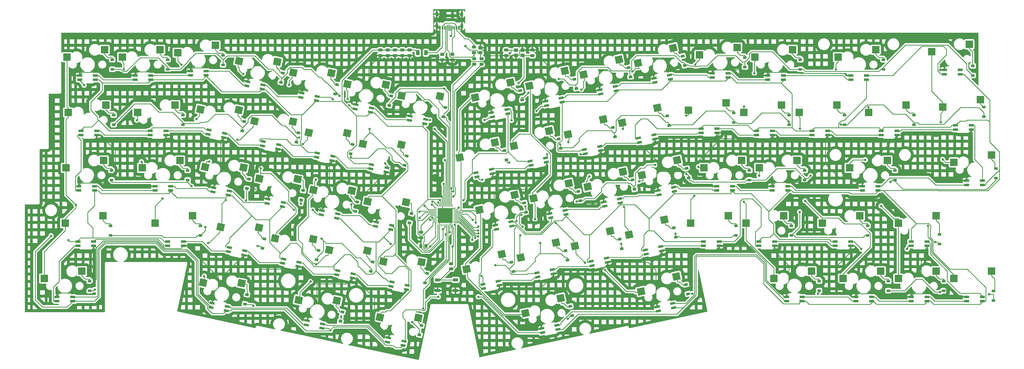
<source format=gbl>
G04 #@! TF.GenerationSoftware,KiCad,Pcbnew,(6.0.1)*
G04 #@! TF.CreationDate,2022-05-09T18:46:19+09:00*
G04 #@! TF.ProjectId,Skeleton68,536b656c-6574-46f6-9e36-382e6b696361,rev?*
G04 #@! TF.SameCoordinates,Original*
G04 #@! TF.FileFunction,Copper,L2,Bot*
G04 #@! TF.FilePolarity,Positive*
%FSLAX46Y46*%
G04 Gerber Fmt 4.6, Leading zero omitted, Abs format (unit mm)*
G04 Created by KiCad (PCBNEW (6.0.1)) date 2022-05-09 18:46:19*
%MOMM*%
%LPD*%
G01*
G04 APERTURE LIST*
G04 Aperture macros list*
%AMRoundRect*
0 Rectangle with rounded corners*
0 $1 Rounding radius*
0 $2 $3 $4 $5 $6 $7 $8 $9 X,Y pos of 4 corners*
0 Add a 4 corners polygon primitive as box body*
4,1,4,$2,$3,$4,$5,$6,$7,$8,$9,$2,$3,0*
0 Add four circle primitives for the rounded corners*
1,1,$1+$1,$2,$3*
1,1,$1+$1,$4,$5*
1,1,$1+$1,$6,$7*
1,1,$1+$1,$8,$9*
0 Add four rect primitives between the rounded corners*
20,1,$1+$1,$2,$3,$4,$5,0*
20,1,$1+$1,$4,$5,$6,$7,0*
20,1,$1+$1,$6,$7,$8,$9,0*
20,1,$1+$1,$8,$9,$2,$3,0*%
%AMRotRect*
0 Rectangle, with rotation*
0 The origin of the aperture is its center*
0 $1 length*
0 $2 width*
0 $3 Rotation angle, in degrees counterclockwise*
0 Add horizontal line*
21,1,$1,$2,0,0,$3*%
G04 Aperture macros list end*
G04 #@! TA.AperFunction,SMDPad,CuDef*
%ADD10R,2.550000X2.500000*%
G04 #@! TD*
G04 #@! TA.AperFunction,SMDPad,CuDef*
%ADD11RotRect,2.550000X2.500000X192.000000*%
G04 #@! TD*
G04 #@! TA.AperFunction,SMDPad,CuDef*
%ADD12RotRect,2.550000X2.500000X168.000000*%
G04 #@! TD*
G04 #@! TA.AperFunction,SMDPad,CuDef*
%ADD13RotRect,0.900000X1.200000X102.000000*%
G04 #@! TD*
G04 #@! TA.AperFunction,SMDPad,CuDef*
%ADD14R,1.700000X0.820000*%
G04 #@! TD*
G04 #@! TA.AperFunction,SMDPad,CuDef*
%ADD15R,1.200000X0.900000*%
G04 #@! TD*
G04 #@! TA.AperFunction,SMDPad,CuDef*
%ADD16RotRect,1.700000X0.820000X168.000000*%
G04 #@! TD*
G04 #@! TA.AperFunction,SMDPad,CuDef*
%ADD17RoundRect,0.062500X-0.475000X-0.062500X0.475000X-0.062500X0.475000X0.062500X-0.475000X0.062500X0*%
G04 #@! TD*
G04 #@! TA.AperFunction,SMDPad,CuDef*
%ADD18RoundRect,0.062500X-0.062500X-0.475000X0.062500X-0.475000X0.062500X0.475000X-0.062500X0.475000X0*%
G04 #@! TD*
G04 #@! TA.AperFunction,SMDPad,CuDef*
%ADD19R,5.200000X5.200000*%
G04 #@! TD*
G04 #@! TA.AperFunction,SMDPad,CuDef*
%ADD20RotRect,0.900000X1.200000X78.000000*%
G04 #@! TD*
G04 #@! TA.AperFunction,SMDPad,CuDef*
%ADD21RoundRect,0.250000X-0.475000X0.250000X-0.475000X-0.250000X0.475000X-0.250000X0.475000X0.250000X0*%
G04 #@! TD*
G04 #@! TA.AperFunction,SMDPad,CuDef*
%ADD22RoundRect,0.250000X0.450000X-0.262500X0.450000X0.262500X-0.450000X0.262500X-0.450000X-0.262500X0*%
G04 #@! TD*
G04 #@! TA.AperFunction,SMDPad,CuDef*
%ADD23RoundRect,0.250000X-0.450000X0.262500X-0.450000X-0.262500X0.450000X-0.262500X0.450000X0.262500X0*%
G04 #@! TD*
G04 #@! TA.AperFunction,SMDPad,CuDef*
%ADD24RotRect,1.700000X0.820000X192.000000*%
G04 #@! TD*
G04 #@! TA.AperFunction,SMDPad,CuDef*
%ADD25RotRect,1.700000X0.820000X12.000000*%
G04 #@! TD*
G04 #@! TA.AperFunction,SMDPad,CuDef*
%ADD26RotRect,1.700000X0.820000X348.000000*%
G04 #@! TD*
G04 #@! TA.AperFunction,SMDPad,CuDef*
%ADD27R,1.400000X1.200000*%
G04 #@! TD*
G04 #@! TA.AperFunction,SMDPad,CuDef*
%ADD28RoundRect,0.250000X0.375000X0.625000X-0.375000X0.625000X-0.375000X-0.625000X0.375000X-0.625000X0*%
G04 #@! TD*
G04 #@! TA.AperFunction,SMDPad,CuDef*
%ADD29R,1.400000X1.000000*%
G04 #@! TD*
G04 #@! TA.AperFunction,SMDPad,CuDef*
%ADD30RoundRect,0.250000X0.262500X0.450000X-0.262500X0.450000X-0.262500X-0.450000X0.262500X-0.450000X0*%
G04 #@! TD*
G04 #@! TA.AperFunction,SMDPad,CuDef*
%ADD31R,1.800000X1.100000*%
G04 #@! TD*
G04 #@! TA.AperFunction,SMDPad,CuDef*
%ADD32R,0.600000X1.160000*%
G04 #@! TD*
G04 #@! TA.AperFunction,SMDPad,CuDef*
%ADD33R,0.300000X1.160000*%
G04 #@! TD*
G04 #@! TA.AperFunction,ComponentPad*
%ADD34O,0.900000X1.700000*%
G04 #@! TD*
G04 #@! TA.AperFunction,ComponentPad*
%ADD35O,0.900000X2.000000*%
G04 #@! TD*
G04 #@! TA.AperFunction,SMDPad,CuDef*
%ADD36RoundRect,0.250000X0.475000X-0.250000X0.475000X0.250000X-0.475000X0.250000X-0.475000X-0.250000X0*%
G04 #@! TD*
G04 #@! TA.AperFunction,ViaPad*
%ADD37C,0.800000*%
G04 #@! TD*
G04 #@! TA.AperFunction,Conductor*
%ADD38C,0.250000*%
G04 #@! TD*
G04 #@! TA.AperFunction,Conductor*
%ADD39C,0.290000*%
G04 #@! TD*
G04 #@! TA.AperFunction,Conductor*
%ADD40C,0.250200*%
G04 #@! TD*
G04 APERTURE END LIST*
D10*
X331433500Y-92710000D03*
X344360500Y-90170000D03*
X312383500Y-92710000D03*
X325310500Y-90170000D03*
X293333500Y-92710000D03*
X306260500Y-90170000D03*
X269521500Y-92710000D03*
X282448500Y-90170000D03*
D11*
X223897929Y-97145159D03*
X236014347Y-91972990D03*
X184102929Y-104630059D03*
X196219347Y-99457890D03*
D12*
X134063720Y-106060651D03*
X147236330Y-106263830D03*
X106113120Y-100119551D03*
X119285730Y-100322730D03*
X73306620Y-94120051D03*
X86479230Y-94323230D03*
D10*
X18633000Y-92710000D03*
X31560000Y-90170000D03*
X312383500Y-73660000D03*
X325310500Y-71120000D03*
X259996000Y-73660000D03*
X272923000Y-71120000D03*
X240946000Y-73660000D03*
X253873000Y-71120000D03*
D11*
X219738629Y-77579859D03*
X231855047Y-72407690D03*
X201104929Y-81540659D03*
X213221347Y-76368490D03*
X182471229Y-85501359D03*
X194587647Y-80329190D03*
X163837529Y-89462059D03*
X175953947Y-84289890D03*
D12*
X135229420Y-86832751D03*
X148402030Y-87035930D03*
X116595720Y-82872051D03*
X129768330Y-83075230D03*
X97961920Y-78911351D03*
X111134530Y-79114530D03*
X79328220Y-74950651D03*
X92500830Y-75153830D03*
D10*
X56732500Y-73660000D03*
X69659500Y-71120000D03*
X331433500Y-52705000D03*
X344360500Y-50165000D03*
X264568000Y-54610000D03*
X277495000Y-52070000D03*
X245518000Y-54610000D03*
X258445000Y-52070000D03*
D11*
X224163129Y-57163859D03*
X236279547Y-51991690D03*
X205529429Y-61124559D03*
X217645847Y-55952390D03*
X186895629Y-65085259D03*
X199012047Y-59913090D03*
X168261929Y-69046059D03*
X180378347Y-63873890D03*
D12*
X129873220Y-66218751D03*
X143045830Y-66421930D03*
X111217920Y-62242451D03*
X124390530Y-62445630D03*
X92605820Y-58297251D03*
X105778430Y-58500430D03*
X73972120Y-54336551D03*
X87144730Y-54539730D03*
D10*
X52351000Y-54610000D03*
X65278000Y-52070000D03*
X327623500Y-33655000D03*
X340550500Y-31115000D03*
X302097000Y-35560000D03*
X315024000Y-33020000D03*
X278284000Y-35560000D03*
X291211000Y-33020000D03*
X259234000Y-35560000D03*
X272161000Y-33020000D03*
X240184000Y-34798000D03*
X253111000Y-32258000D03*
D11*
X217407329Y-39124259D03*
X229523747Y-33952090D03*
X198773629Y-43084959D03*
X210890047Y-37912790D03*
X180139929Y-47045659D03*
X192256347Y-41873490D03*
X161506229Y-51006459D03*
X173622647Y-45834290D03*
D12*
X128243820Y-46396751D03*
X141416430Y-46599930D03*
X109610120Y-42436051D03*
X122782730Y-42639230D03*
X90976420Y-38475351D03*
X104149030Y-38678530D03*
X72342720Y-34514651D03*
X85515330Y-34717830D03*
D10*
X50731800Y-35560000D03*
X63658800Y-33020000D03*
X26919800Y-35560000D03*
X39846800Y-33020000D03*
X336740500Y-12065000D03*
X323813500Y-14605000D03*
X263044000Y-16510000D03*
X275971000Y-13970000D03*
X243994000Y-15748000D03*
X256921000Y-13208000D03*
D11*
X222763429Y-18510159D03*
X234879847Y-13337990D03*
X204129729Y-22470859D03*
X216246147Y-17298690D03*
X185496029Y-26431659D03*
X197612447Y-21259490D03*
X166862329Y-30392359D03*
X178978747Y-25220190D03*
D12*
X141521420Y-29743451D03*
X154694030Y-29946630D03*
X122887720Y-25782751D03*
X136060330Y-25985930D03*
X104254020Y-21822051D03*
X117426630Y-22025230D03*
X98792930Y-18064430D03*
X85620320Y-17861251D03*
D10*
X64543000Y-14986000D03*
X77470000Y-12446000D03*
X45493000Y-16510000D03*
X58420000Y-13970000D03*
X26443000Y-16510000D03*
X39370000Y-13970000D03*
X286190000Y-73660000D03*
X299117000Y-71120000D03*
X25850600Y-73660000D03*
X38777600Y-71120000D03*
X295598600Y-54610000D03*
X308525600Y-52070000D03*
X26157500Y-54610000D03*
X39084500Y-52070000D03*
X291619000Y-16510000D03*
X304546000Y-13970000D03*
D13*
X184377554Y-69904144D03*
X183691446Y-66676256D03*
D14*
X264381000Y-79950000D03*
X264381000Y-81450000D03*
X269781000Y-81450000D03*
X269781000Y-79950000D03*
D15*
X42028000Y-20700000D03*
X42028000Y-17400000D03*
D14*
X62136000Y-62400000D03*
X62136000Y-60900000D03*
X56736000Y-60900000D03*
X56736000Y-62400000D03*
D15*
X345080000Y-100270000D03*
X345080000Y-96970000D03*
D14*
X282669000Y-41850000D03*
X282669000Y-43350000D03*
X288069000Y-43350000D03*
X288069000Y-41850000D03*
D13*
X203011254Y-65943444D03*
X202325146Y-62715556D03*
X233522854Y-39982344D03*
X232836746Y-36754456D03*
D16*
X119577135Y-89936328D03*
X119265268Y-91403549D03*
X124547265Y-92526272D03*
X124859132Y-91059051D03*
D17*
X153162500Y-73500000D03*
X153162500Y-73000000D03*
X153162500Y-72500000D03*
X153162500Y-72000000D03*
X153162500Y-71500000D03*
X153162500Y-71000000D03*
X153162500Y-70500000D03*
X153162500Y-70000000D03*
X153162500Y-69500000D03*
X153162500Y-69000000D03*
X153162500Y-68500000D03*
D18*
X154000000Y-67662500D03*
X154500000Y-67662500D03*
X155000000Y-67662500D03*
X155500000Y-67662500D03*
X156000000Y-67662500D03*
X156500000Y-67662500D03*
X157000000Y-67662500D03*
X157500000Y-67662500D03*
X158000000Y-67662500D03*
X158500000Y-67662500D03*
X159000000Y-67662500D03*
D17*
X159837500Y-68500000D03*
X159837500Y-69000000D03*
X159837500Y-69500000D03*
X159837500Y-70000000D03*
X159837500Y-70500000D03*
X159837500Y-71000000D03*
X159837500Y-71500000D03*
X159837500Y-72000000D03*
X159837500Y-72500000D03*
X159837500Y-73000000D03*
X159837500Y-73500000D03*
D18*
X159000000Y-74337500D03*
X158500000Y-74337500D03*
X158000000Y-74337500D03*
X157500000Y-74337500D03*
X157000000Y-74337500D03*
X156500000Y-74337500D03*
X156000000Y-74337500D03*
X155500000Y-74337500D03*
X155000000Y-74337500D03*
X154500000Y-74337500D03*
X154000000Y-74337500D03*
D19*
X156500000Y-71000000D03*
D20*
X99993546Y-25200044D03*
X100679654Y-21972156D03*
D14*
X290575000Y-79950000D03*
X290575000Y-81450000D03*
X295975000Y-81450000D03*
X295975000Y-79950000D03*
D13*
X201611654Y-27289744D03*
X200925546Y-24061856D03*
D16*
X112591535Y-49500328D03*
X112279668Y-50967549D03*
X117561665Y-52090272D03*
X117873532Y-50623051D03*
D20*
X137260946Y-33121444D03*
X137947054Y-29893556D03*
D16*
X100943335Y-85975628D03*
X100631468Y-87442849D03*
X105913465Y-88565572D03*
X106225332Y-87098351D03*
D15*
X307204000Y-20700000D03*
X307204000Y-17400000D03*
D21*
X177500000Y-14050000D03*
X177500000Y-15950000D03*
D22*
X158500000Y-89412500D03*
X158500000Y-87587500D03*
D15*
X67936000Y-58800000D03*
X67936000Y-55500000D03*
D23*
X155500000Y-15587500D03*
X155500000Y-17412500D03*
D20*
X87679846Y-101458844D03*
X88365954Y-98230956D03*
X88345346Y-61675344D03*
X89031454Y-58447456D03*
D24*
X167103168Y-56247251D03*
X167415035Y-57714472D03*
X172697032Y-56591749D03*
X172385165Y-55124528D03*
X188068168Y-90742151D03*
X188380035Y-92209372D03*
X193662032Y-91086649D03*
X193350165Y-89619428D03*
D14*
X341218500Y-60495000D03*
X341218500Y-58995000D03*
X335818500Y-58995000D03*
X335818500Y-60495000D03*
X30235600Y-79950000D03*
X30235600Y-81450000D03*
X35635600Y-81450000D03*
X35635600Y-79950000D03*
X35942500Y-62400000D03*
X35942500Y-60900000D03*
X30542500Y-60900000D03*
X30542500Y-62400000D03*
D25*
X215320532Y-28056249D03*
X215008665Y-26589028D03*
X209726668Y-27711751D03*
X210038535Y-29178972D03*
D15*
X345870000Y-58150000D03*
X345870000Y-54850000D03*
D14*
X305383600Y-62400000D03*
X305383600Y-60900000D03*
X299983600Y-60900000D03*
X299983600Y-62400000D03*
X61117500Y-79950000D03*
X61117500Y-81450000D03*
X66517500Y-81450000D03*
X66517500Y-79950000D03*
D13*
X235854254Y-78438044D03*
X235168146Y-75210156D03*
X177621754Y-51864544D03*
X176935646Y-48636656D03*
D14*
X28418000Y-100500000D03*
X28418000Y-99000000D03*
X23018000Y-99000000D03*
X23018000Y-100500000D03*
D13*
X198586754Y-86359444D03*
X197900646Y-83131556D03*
D14*
X333598500Y-22395000D03*
X333598500Y-20895000D03*
X328198500Y-20895000D03*
X328198500Y-22395000D03*
D15*
X275581000Y-77850000D03*
X275581000Y-74550000D03*
X280153000Y-58800000D03*
X280153000Y-55500000D03*
X327968500Y-96900000D03*
X327968500Y-93600000D03*
D26*
X119191065Y-71912172D03*
X119502932Y-70444951D03*
X114220935Y-69322228D03*
X113909068Y-70789449D03*
D25*
X235353932Y-62749249D03*
X235042065Y-61282028D03*
X229760068Y-62404751D03*
X230071935Y-63871972D03*
X216720232Y-66709949D03*
X216408365Y-65242728D03*
X211126368Y-66365451D03*
X211438235Y-67832672D03*
D20*
X106979146Y-65636044D03*
X107665254Y-62408156D03*
X155894746Y-37082144D03*
X156580854Y-33854256D03*
D15*
X41435600Y-77850000D03*
X41435600Y-74550000D03*
D26*
X81258165Y-103774272D03*
X81570032Y-102307051D03*
X76288035Y-101184328D03*
X75976168Y-102651549D03*
D15*
X80128000Y-19176000D03*
X80128000Y-15876000D03*
D27*
X183100000Y-15850000D03*
X180900000Y-15850000D03*
X180900000Y-14150000D03*
X183100000Y-14150000D03*
D20*
X93701546Y-82289344D03*
X94387654Y-79061456D03*
D14*
X341218500Y-100500000D03*
X341218500Y-99000000D03*
X335818500Y-99000000D03*
X335818500Y-100500000D03*
D28*
X149900000Y-15000000D03*
X147100000Y-15000000D03*
D24*
X169434468Y-94702951D03*
X169746335Y-96170172D03*
X175028332Y-95047449D03*
X174716465Y-93580228D03*
D14*
X279306500Y-100500000D03*
X279306500Y-99000000D03*
X273906500Y-99000000D03*
X273906500Y-100500000D03*
D27*
X168600000Y-13230000D03*
D29*
X168600000Y-14950000D03*
X166400000Y-14950000D03*
X166400000Y-13050000D03*
D14*
X272829000Y-24300000D03*
X272829000Y-22800000D03*
X267429000Y-22800000D03*
X267429000Y-24300000D03*
D24*
X206701868Y-86781451D03*
X207013735Y-88248672D03*
X212295732Y-87125949D03*
X211983865Y-85658728D03*
D25*
X196686832Y-32016949D03*
X196374965Y-30549728D03*
X191092968Y-31672451D03*
X191404835Y-33139672D03*
D14*
X301404000Y-24300000D03*
X301404000Y-22800000D03*
X296004000Y-22800000D03*
X296004000Y-24300000D03*
D24*
X225335568Y-82820751D03*
X225647435Y-84287972D03*
X230929432Y-83165249D03*
X230617565Y-81698028D03*
D30*
X149912500Y-81500000D03*
X148087500Y-81500000D03*
D15*
X274819000Y-39750000D03*
X274819000Y-36450000D03*
D26*
X112205565Y-31476172D03*
X112517432Y-30008951D03*
X107235435Y-28886228D03*
X106923568Y-30353449D03*
D21*
X134250000Y-14050000D03*
X134250000Y-15950000D03*
D15*
X337910000Y-22820000D03*
X337910000Y-19520000D03*
D31*
X153900000Y-93150000D03*
X160100000Y-93150000D03*
X153900000Y-96850000D03*
X160100000Y-96850000D03*
D21*
X148200000Y-76750000D03*
X148200000Y-78650000D03*
D15*
X326480000Y-80820000D03*
X326480000Y-77520000D03*
D14*
X306482000Y-41850000D03*
X306482000Y-43350000D03*
X311882000Y-43350000D03*
X311882000Y-41850000D03*
D25*
X195293732Y-110215449D03*
X194981865Y-108748228D03*
X189699868Y-109870951D03*
X190011735Y-111338172D03*
D14*
X263619000Y-41850000D03*
X263619000Y-43350000D03*
X269019000Y-43350000D03*
X269019000Y-41850000D03*
D20*
X105349746Y-45814144D03*
X106035854Y-42586256D03*
D13*
X196255454Y-47903844D03*
X195569346Y-44675956D03*
D26*
X137824765Y-75872872D03*
X138136632Y-74405651D03*
X132854635Y-73282928D03*
X132542768Y-74750149D03*
D15*
X341790000Y-37010000D03*
X341790000Y-33710000D03*
X311183600Y-58800000D03*
X311183600Y-55500000D03*
D26*
X100557365Y-67951472D03*
X100869232Y-66484251D03*
X95587235Y-65361528D03*
X95275368Y-66828749D03*
D14*
X322168500Y-100500000D03*
X322168500Y-99000000D03*
X316768500Y-99000000D03*
X316768500Y-100500000D03*
D23*
X159000000Y-15587500D03*
X159000000Y-17412500D03*
D13*
X238879054Y-19368344D03*
X238192946Y-16140456D03*
X182977854Y-31250444D03*
X182291746Y-28022556D03*
D15*
X261103000Y-58800000D03*
X261103000Y-55500000D03*
D23*
X169000000Y-17087500D03*
X169000000Y-18912500D03*
D20*
X149602646Y-94171544D03*
X150288754Y-90943656D03*
D14*
X244569000Y-41088000D03*
X244569000Y-42588000D03*
X249969000Y-42588000D03*
X249969000Y-41088000D03*
X55278000Y-24300000D03*
X55278000Y-22800000D03*
X49878000Y-22800000D03*
X49878000Y-24300000D03*
D20*
X118627246Y-29160744D03*
X119313354Y-25932856D03*
D15*
X61078000Y-20700000D03*
X61078000Y-17400000D03*
X308918500Y-96900000D03*
X308918500Y-93600000D03*
D25*
X233954232Y-24095549D03*
X233642365Y-22628328D03*
X228360368Y-23751051D03*
X228672235Y-25218272D03*
D14*
X274353000Y-62400000D03*
X274353000Y-60900000D03*
X268953000Y-60900000D03*
X268953000Y-62400000D03*
X74328000Y-22776000D03*
X74328000Y-21276000D03*
X68928000Y-21276000D03*
X68928000Y-22776000D03*
D24*
X204370568Y-48325851D03*
X204682435Y-49793072D03*
X209964432Y-48670349D03*
X209652565Y-47203128D03*
D25*
X235088732Y-102730549D03*
X234776865Y-101263328D03*
X229494868Y-102386051D03*
X229806735Y-103853272D03*
D16*
X138210835Y-93897028D03*
X137898968Y-95364249D03*
X143180965Y-96486972D03*
X143492832Y-95019751D03*
D24*
X185736868Y-52286551D03*
X186048735Y-53753772D03*
X191330732Y-52631049D03*
X191018865Y-51163828D03*
D13*
X200218554Y-105488244D03*
X199532446Y-102260356D03*
D32*
X154760000Y-6385000D03*
X155560000Y-6385000D03*
D33*
X156710000Y-6385000D03*
X157710000Y-6385000D03*
X158210000Y-6385000D03*
X159210000Y-6385000D03*
D32*
X160360000Y-6385000D03*
X161160000Y-6385000D03*
X161160000Y-6385000D03*
X160360000Y-6385000D03*
D33*
X159710000Y-6385000D03*
X158710000Y-6385000D03*
X157210000Y-6385000D03*
X156210000Y-6385000D03*
D32*
X155560000Y-6385000D03*
X154760000Y-6385000D03*
D34*
X153640000Y-1635000D03*
D35*
X153640000Y-5805000D03*
X162280000Y-5805000D03*
D34*
X162280000Y-1635000D03*
D14*
X332008500Y-39945000D03*
X332008500Y-41445000D03*
X337408500Y-41445000D03*
X337408500Y-39945000D03*
D15*
X255769000Y-38988000D03*
X255769000Y-35688000D03*
D20*
X112335246Y-86250144D03*
X113021354Y-83022256D03*
D15*
X293869000Y-39750000D03*
X293869000Y-36450000D03*
D14*
X253779000Y-23538000D03*
X253779000Y-22038000D03*
X248379000Y-22038000D03*
X248379000Y-23538000D03*
X245331000Y-79950000D03*
X245331000Y-81450000D03*
X250731000Y-81450000D03*
X250731000Y-79950000D03*
D15*
X42504800Y-39750000D03*
X42504800Y-36450000D03*
D20*
X147656946Y-112113944D03*
X148343054Y-108886056D03*
D15*
X256531000Y-77850000D03*
X256531000Y-74550000D03*
D20*
X86716046Y-41853344D03*
X87402154Y-38625456D03*
D15*
X41742500Y-58800000D03*
X41742500Y-55500000D03*
D14*
X31304800Y-41850000D03*
X31304800Y-43350000D03*
X36704800Y-43350000D03*
X36704800Y-41850000D03*
D25*
X179452732Y-74631349D03*
X179140865Y-73164128D03*
X173858868Y-74286851D03*
X174170735Y-75754072D03*
D13*
X240278654Y-58022044D03*
X239592546Y-54794156D03*
D36*
X186500000Y-15950000D03*
X186500000Y-14050000D03*
D15*
X301775000Y-77850000D03*
X301775000Y-74550000D03*
D14*
X36228000Y-24300000D03*
X36228000Y-22800000D03*
X30828000Y-22800000D03*
X30828000Y-24300000D03*
D13*
X220245354Y-23329044D03*
X219559246Y-20101156D03*
X240013454Y-98003344D03*
X239327346Y-94775456D03*
D21*
X144250000Y-14050000D03*
X144250000Y-15950000D03*
D20*
X130968946Y-90210844D03*
X131655054Y-86982956D03*
D26*
X81923665Y-63990772D03*
X82235532Y-62523551D03*
X76953535Y-61400828D03*
X76641668Y-62868049D03*
D24*
X223004268Y-44365151D03*
X223316135Y-45832372D03*
X228598132Y-44709649D03*
X228286265Y-43242428D03*
D14*
X316768500Y-79950000D03*
X316768500Y-81450000D03*
X322168500Y-81450000D03*
X322168500Y-79950000D03*
D15*
X34218000Y-96900000D03*
X34218000Y-93600000D03*
D14*
X303118500Y-100500000D03*
X303118500Y-99000000D03*
X297718500Y-99000000D03*
X297718500Y-100500000D03*
D26*
X114064665Y-109773672D03*
X114376532Y-108306451D03*
X109094535Y-107183728D03*
X108782668Y-108650949D03*
X142015265Y-115714772D03*
X142327132Y-114247551D03*
X137045135Y-113124828D03*
X136733268Y-114592049D03*
D25*
X178053132Y-35977649D03*
X177741265Y-34510428D03*
X172459268Y-35633151D03*
X172771135Y-37100372D03*
D15*
X285106500Y-96900000D03*
X285106500Y-93600000D03*
X317682000Y-39750000D03*
X317682000Y-36450000D03*
D16*
X131225235Y-53461028D03*
X130913368Y-54928249D03*
X136195365Y-56050972D03*
X136507232Y-54583751D03*
D15*
X278629000Y-20700000D03*
X278629000Y-17400000D03*
D21*
X141750000Y-14050000D03*
X141750000Y-15950000D03*
D15*
X259579000Y-19938000D03*
X259579000Y-16638000D03*
D23*
X166500000Y-17087500D03*
X166500000Y-18912500D03*
D14*
X255303000Y-62400000D03*
X255303000Y-60900000D03*
X249903000Y-60900000D03*
X249903000Y-62400000D03*
X55116800Y-41850000D03*
X55116800Y-43350000D03*
X60516800Y-43350000D03*
X60516800Y-41850000D03*
D20*
X142617146Y-53735544D03*
X143303254Y-50507656D03*
D25*
X198086432Y-70670649D03*
X197774565Y-69203428D03*
X192492568Y-70326151D03*
X192804435Y-71793372D03*
D13*
X217220554Y-82398744D03*
X216534446Y-79170856D03*
D16*
X75324135Y-41578928D03*
X75012268Y-43046149D03*
X80294265Y-44168872D03*
X80606132Y-42701651D03*
D20*
X123983446Y-49774844D03*
X124669554Y-46546956D03*
D26*
X93571865Y-27515472D03*
X93883732Y-26048251D03*
X88601735Y-24925528D03*
X88289868Y-26392749D03*
D20*
X125612846Y-69596744D03*
X126298954Y-66368856D03*
D21*
X136750000Y-14050000D03*
X136750000Y-15950000D03*
D26*
X149472965Y-39397672D03*
X149784832Y-37930451D03*
X144502835Y-36807728D03*
X144190968Y-38274949D03*
D15*
X72317500Y-77850000D03*
X72317500Y-74550000D03*
X66316800Y-39750000D03*
X66316800Y-36450000D03*
D21*
X139250000Y-14050000D03*
X139250000Y-15950000D03*
D20*
X120486446Y-107458244D03*
X121172554Y-104230356D03*
D13*
X221644954Y-61982744D03*
X220958846Y-58754856D03*
D26*
X130839265Y-35436872D03*
X131151132Y-33969651D03*
X125869135Y-32846928D03*
X125557268Y-34314149D03*
D16*
X82309635Y-82014928D03*
X81997768Y-83482149D03*
X87279765Y-84604872D03*
X87591632Y-83137651D03*
D13*
X179953054Y-90320144D03*
X179266946Y-87092256D03*
D20*
X144246546Y-73557444D03*
X144932654Y-70329556D03*
D16*
X93957835Y-45539628D03*
X93645968Y-47006849D03*
X98927965Y-48129572D03*
X99239832Y-46662351D03*
D13*
X214889154Y-43943144D03*
X214203046Y-40715256D03*
D37*
X156457600Y-51999100D03*
X178720500Y-15180900D03*
X151724500Y-96329925D03*
X153150000Y-58070000D03*
X326686700Y-20940500D03*
X140992251Y-99492251D03*
X39704700Y-21704700D03*
X109000000Y-28000000D03*
X137817200Y-53050100D03*
X325285500Y-42677000D03*
X40250000Y-26400000D03*
X156010000Y-60176700D03*
X181750000Y-25400000D03*
X137813600Y-80835500D03*
X161173900Y-68271900D03*
X151361800Y-81643600D03*
X162770000Y-65750000D03*
X21000000Y-78000000D03*
X168940300Y-91792100D03*
X27000000Y-79500000D03*
X159016400Y-81643600D03*
X173814700Y-88099500D03*
X154720600Y-65688100D03*
X156170900Y-27331200D03*
X120193700Y-29887500D03*
X185089000Y-28800000D03*
X195500000Y-24000000D03*
X274608400Y-38690800D03*
X158663200Y-61710200D03*
X292564200Y-39647200D03*
X196084800Y-46547300D03*
X124115241Y-51004759D03*
X178550100Y-52792800D03*
X106260800Y-44151600D03*
X88034500Y-65809300D03*
X309589000Y-59469300D03*
X228712200Y-53604900D03*
X282137300Y-57307600D03*
X155727000Y-75778200D03*
X201701700Y-66196200D03*
X69299200Y-60938500D03*
X106917300Y-66958800D03*
X181059100Y-72940900D03*
X124263908Y-67236092D03*
X239382200Y-56682300D03*
X184074800Y-67841900D03*
X114000000Y-79000000D03*
X325006551Y-80140000D03*
X278400000Y-69800000D03*
X189145500Y-80476500D03*
X217006000Y-80784800D03*
X235687700Y-77255600D03*
X156682000Y-77515100D03*
X92000000Y-81500000D03*
X74000000Y-75000000D03*
X198698200Y-106568200D03*
X343510000Y-98070000D03*
X241583200Y-97895100D03*
X36000000Y-96500000D03*
X90588800Y-102112900D03*
X120743300Y-105844300D03*
X149000000Y-103000000D03*
X284697400Y-97971600D03*
X145198900Y-107698900D03*
X326726300Y-97465100D03*
X163420200Y-12683600D03*
X158450000Y-9200000D03*
X32350000Y-26150000D03*
X158131800Y-76790600D03*
X154120600Y-66510200D03*
X159772200Y-74242100D03*
X151274000Y-72470000D03*
X159248600Y-62741100D03*
X159308600Y-64497700D03*
X152001000Y-71740600D03*
X50485300Y-38217500D03*
X46040700Y-20702200D03*
X52082700Y-52520000D03*
X59292000Y-65201100D03*
X147630000Y-69777900D03*
X75000000Y-80500000D03*
X70956500Y-37813700D03*
X81048300Y-65651800D03*
X149392800Y-67655400D03*
X75431600Y-52463200D03*
X73638200Y-91896100D03*
X65863400Y-19140900D03*
X151929600Y-67267100D03*
X87066600Y-22360100D03*
X93098400Y-54722400D03*
X85080000Y-44910000D03*
X29519000Y-67339700D03*
X147674400Y-71828200D03*
X117871200Y-31012000D03*
X123511300Y-33046400D03*
X170019600Y-38195900D03*
X151338900Y-38195900D03*
X179335000Y-38234100D03*
X135810000Y-53040000D03*
X165847600Y-79414200D03*
X326918900Y-38907600D03*
X322526400Y-74576900D03*
X327595900Y-51719400D03*
X169300800Y-58736400D03*
X187878800Y-35000000D03*
X191534500Y-49923100D03*
X203093000Y-49923100D03*
X104506800Y-69096200D03*
X110940700Y-69096200D03*
X299630900Y-82562000D03*
X315362900Y-82562000D03*
X154150000Y-99000000D03*
X167900000Y-99000000D03*
X107540500Y-46432200D03*
X112166800Y-87831800D03*
X112013400Y-58663800D03*
X102835000Y-26018000D03*
X152118100Y-66261300D03*
X110272200Y-93661900D03*
X152889500Y-41216900D03*
X122959800Y-30855200D03*
X130550800Y-41216900D03*
X187400000Y-72295500D03*
X167000000Y-73500000D03*
X182330548Y-77830548D03*
X183059100Y-74940900D03*
X182730959Y-70793639D03*
X166000000Y-72500000D03*
X206154800Y-57522900D03*
X194537100Y-73565700D03*
X211414900Y-89757200D03*
X198851900Y-45749000D03*
X204594300Y-87306200D03*
X203324100Y-27703300D03*
X223205200Y-59252000D03*
X167927400Y-74798400D03*
X217963000Y-68080100D03*
X217615900Y-41230300D03*
X220855600Y-21500200D03*
X243573400Y-54265700D03*
X167823400Y-76140400D03*
X239377400Y-36653900D03*
X242550200Y-19084900D03*
X242172700Y-64271500D03*
X167913500Y-77173500D03*
X259200000Y-66300000D03*
X259321200Y-33484300D03*
X264437800Y-57267500D03*
X262845100Y-22045300D03*
X167890200Y-78213500D03*
X278545200Y-41158600D03*
X280248900Y-65974800D03*
X306440700Y-67717100D03*
X300982400Y-51858000D03*
X166851900Y-78673100D03*
X302047500Y-33681200D03*
X290848600Y-20698300D03*
D38*
X156735300Y-52276800D02*
X156735300Y-60477200D01*
X156457600Y-51999100D02*
X156735300Y-52276800D01*
X179113000Y-14050000D02*
X179213000Y-14150000D01*
X179874700Y-14150000D02*
X179213000Y-14150000D01*
X156417800Y-60794700D02*
X156417800Y-63488600D01*
X156500000Y-63570800D02*
X156500000Y-67662500D01*
X156735300Y-60477200D02*
X156417800Y-60794700D01*
X177500000Y-14050000D02*
X179113000Y-14050000D01*
X180900000Y-14150000D02*
X179874700Y-14150000D01*
X179213000Y-14150000D02*
X179213000Y-14688400D01*
X156417800Y-63488600D02*
X156500000Y-63570800D01*
X179213000Y-14688400D02*
X178720500Y-15180900D01*
D39*
X198970600Y-66909500D02*
X201012400Y-66909500D01*
X166030000Y-9714700D02*
X164489700Y-9714700D01*
X154500000Y-79585800D02*
X151010200Y-83075600D01*
X182577400Y-14150000D02*
X182054700Y-14150000D01*
X80842500Y-91042200D02*
X87279800Y-84604900D01*
X189821700Y-31942700D02*
X187103600Y-34660800D01*
X109000000Y-28000000D02*
X106513500Y-28000000D01*
X336433400Y-42677000D02*
X337408500Y-41701900D01*
X228168600Y-102668000D02*
X228168600Y-101895900D01*
X291268300Y-88305900D02*
X295975000Y-83599200D01*
X306324000Y-49164900D02*
X305427200Y-49164900D01*
X95587200Y-65361500D02*
X94261000Y-65079600D01*
X261777500Y-22800000D02*
X267429000Y-22800000D01*
X239942000Y-55937000D02*
X239073500Y-55937000D01*
X93030300Y-53719800D02*
X90630900Y-56119200D01*
X239073500Y-55937000D02*
X238437000Y-56573500D01*
X201044400Y-66941500D02*
X202010500Y-66941500D01*
X132210400Y-99340300D02*
X132210400Y-107454700D01*
X154500000Y-72222800D02*
X153777200Y-71500000D01*
X174932500Y-62030100D02*
X174932500Y-58827200D01*
X124547300Y-92526300D02*
X125873500Y-92808200D01*
X236642500Y-21764100D02*
X232060200Y-17181800D01*
X172532600Y-74568800D02*
X172532600Y-73796700D01*
X172532600Y-73796700D02*
X173326400Y-73002900D01*
X136158200Y-34427600D02*
X132436000Y-30705400D01*
X274694800Y-88305900D02*
X291268300Y-88305900D01*
X229457500Y-52294300D02*
X225551600Y-48388400D01*
X153070200Y-58070000D02*
X152120400Y-57120200D01*
X98928000Y-48129600D02*
X93337800Y-53719800D01*
X116681400Y-63518600D02*
X116681400Y-62981400D01*
X191330700Y-55698700D02*
X184999300Y-62030100D01*
X23018000Y-98704100D02*
X23018000Y-99000000D01*
X269781000Y-81450000D02*
X270976300Y-81450000D01*
X212295700Y-87125900D02*
X213622000Y-86844000D01*
X212295700Y-87734300D02*
X212295700Y-87125900D01*
X160665000Y-3250000D02*
X155255000Y-3250000D01*
X43019400Y-48469300D02*
X37900100Y-43350000D01*
X267429000Y-22525000D02*
X267429000Y-22800000D01*
X225551600Y-48388400D02*
X228598100Y-45341900D01*
X273906500Y-94425800D02*
X274694800Y-93637500D01*
X249903000Y-60900000D02*
X248707700Y-60900000D01*
X105034700Y-89444400D02*
X105913500Y-88565600D01*
X159470600Y-68509600D02*
X159827900Y-68509600D01*
D40*
X159014000Y-68617400D02*
X159087500Y-68543900D01*
D39*
X76953500Y-58335800D02*
X76953500Y-59401500D01*
X182054700Y-14150000D02*
X182054700Y-15740600D01*
X105913500Y-88565600D02*
X107239700Y-88847500D01*
X274694800Y-93637500D02*
X274694800Y-88305900D01*
X130276500Y-27387400D02*
X128263700Y-27387400D01*
X249969000Y-42588000D02*
X250566700Y-42588000D01*
X100955400Y-28604400D02*
X95513200Y-23162200D01*
X121900715Y-63820000D02*
X125377215Y-67296500D01*
X139250000Y-15950000D02*
X141750000Y-15950000D01*
X75627300Y-60727700D02*
X75627300Y-61118900D01*
X193403200Y-49601800D02*
X193403200Y-50721400D01*
X45352300Y-21704700D02*
X46188700Y-22541100D01*
X153150000Y-58070000D02*
X153070200Y-58070000D01*
X153350000Y-96850000D02*
X151500000Y-95000000D01*
X229457500Y-55819500D02*
X229231000Y-56046000D01*
X80294300Y-44168900D02*
X79305900Y-45157300D01*
X104813300Y-52970600D02*
X116681400Y-52970600D01*
X67115200Y-81450000D02*
X67712800Y-81450000D01*
X114220900Y-69322200D02*
X112894700Y-67996000D01*
X127672800Y-68675500D02*
X127672800Y-67296500D01*
X152120400Y-35908800D02*
X151067700Y-34856100D01*
X296004000Y-22800000D02*
X294808700Y-22800000D01*
X209228200Y-22533800D02*
X209228200Y-26209300D01*
X140840300Y-99340300D02*
X140992251Y-99492251D01*
X36544300Y-82114800D02*
X36544300Y-92819600D01*
X158485300Y-74322800D02*
X158500000Y-74337500D01*
X294053400Y-22044700D02*
X278023700Y-22044700D01*
X226827800Y-24239400D02*
X216023800Y-24239400D01*
X137045100Y-113124800D02*
X135718900Y-112842900D01*
D40*
X159087500Y-68543900D02*
X159436300Y-68543900D01*
D39*
X79305900Y-45157300D02*
X63519400Y-45157300D01*
X193403200Y-63719200D02*
X195780300Y-63719200D01*
D40*
X158470600Y-74173700D02*
X158470600Y-74308100D01*
D39*
X79305900Y-55983400D02*
X76953500Y-58335800D01*
X151500000Y-96105425D02*
X151500000Y-94500000D01*
X316768500Y-99000000D02*
X315573200Y-99000000D01*
X278023700Y-22044700D02*
X277683600Y-21704600D01*
X259904200Y-20926700D02*
X261777500Y-22800000D01*
X77305000Y-91042200D02*
X67712800Y-81450000D01*
X132210400Y-99340300D02*
X140327700Y-99340300D01*
X106513500Y-28000000D02*
X105909200Y-28604300D01*
X232255700Y-82883300D02*
X249558100Y-82883300D01*
X229231000Y-61117300D02*
X228433800Y-61914500D01*
X137521600Y-55428400D02*
X137817200Y-55132800D01*
X241593600Y-60900000D02*
X248707700Y-60900000D01*
X337408500Y-41701900D02*
X337408500Y-41445000D01*
X191166300Y-68726300D02*
X191166300Y-65956100D01*
X291268300Y-88305900D02*
X291268300Y-93745100D01*
X328914800Y-98264000D02*
X325178600Y-98264000D01*
X154500000Y-74337500D02*
X154500000Y-79585800D01*
X189218500Y-108535900D02*
X188373600Y-109380800D01*
X184245300Y-14050000D02*
X186500000Y-14050000D01*
X267000000Y-93402522D02*
X271476278Y-97878800D01*
X155277200Y-72222800D02*
X156500000Y-71000000D01*
X156500000Y-68617400D02*
X159014000Y-68617400D01*
X31334300Y-59804600D02*
X39013700Y-59804600D01*
X76288000Y-101184300D02*
X74961800Y-100902400D01*
X311882900Y-43350000D02*
X313077300Y-43350000D01*
X268953000Y-60900000D02*
X268953000Y-60661600D01*
X170757400Y-16889000D02*
X170757400Y-15950000D01*
X238437000Y-56573500D02*
X238437000Y-57743400D01*
X164489700Y-9714700D02*
X161160000Y-6385000D01*
X325178600Y-98264000D02*
X324819200Y-97904600D01*
X36544300Y-92819600D02*
X31720900Y-97643000D01*
X98928000Y-48129600D02*
X100254200Y-48411500D01*
X112353900Y-100470200D02*
X109094500Y-103729600D01*
X159827900Y-68509600D02*
X159837500Y-68500000D01*
X68928000Y-20980100D02*
X69728500Y-20179600D01*
X226273700Y-87125900D02*
X213903900Y-87125900D01*
X137521600Y-56332900D02*
X137521600Y-55428400D01*
X208528500Y-50721400D02*
X193403200Y-50721400D01*
X193983800Y-25062000D02*
X197404000Y-28482200D01*
X24079100Y-97643000D02*
X23018000Y-98704100D01*
X125873500Y-93003400D02*
X132210400Y-99340300D01*
X148087500Y-81934500D02*
X148087500Y-81500000D01*
X191166300Y-70608100D02*
X191166300Y-68726300D01*
D40*
X158470600Y-74308100D02*
X158485300Y-74322800D01*
D39*
X105909200Y-28604400D02*
X100955400Y-28604400D01*
X188548600Y-96812400D02*
X189218500Y-97482300D01*
X311882900Y-43350000D02*
X311882900Y-43606000D01*
X210619000Y-21143000D02*
X209228200Y-22533800D01*
X125377215Y-67296500D02*
X127672800Y-67296500D01*
X40079300Y-58739000D02*
X43019400Y-55798900D01*
X116681400Y-52970600D02*
X116681400Y-62981400D01*
X216023800Y-24239400D02*
X212927400Y-21143000D01*
X292369700Y-58397300D02*
X287241200Y-53268800D01*
X159000000Y-17412500D02*
X159587500Y-18000000D01*
X78405100Y-91042200D02*
X80842500Y-91042200D01*
X173858900Y-74286900D02*
X172532600Y-74568800D01*
X153640000Y-5805000D02*
X154180000Y-5805000D01*
X209964400Y-49285500D02*
X208528500Y-50721400D01*
X320143500Y-86785300D02*
X322168500Y-84760300D01*
X211126400Y-66365500D02*
X209800100Y-66647400D01*
X322168500Y-84760300D02*
X322168500Y-81450000D01*
X297718500Y-99000000D02*
X297718500Y-98701200D01*
X135718900Y-111436900D02*
X135718900Y-112842900D01*
X272711200Y-97878800D02*
X272711200Y-99000000D01*
X229760100Y-62404800D02*
X228433800Y-62686700D01*
X193662000Y-91086600D02*
X194988300Y-90804700D01*
X137817200Y-55132800D02*
X137817200Y-53050100D01*
X131528400Y-72531100D02*
X127672800Y-68675500D01*
X316768500Y-98756100D02*
X316768500Y-99000000D01*
X298528000Y-97891700D02*
X314464900Y-97891700D01*
X227861900Y-22433000D02*
X227034100Y-23260800D01*
X151500000Y-95000000D02*
X151500000Y-94500000D01*
X139250000Y-15950000D02*
X136750000Y-15950000D01*
X172697000Y-56591700D02*
X174023300Y-56309800D01*
X79305900Y-55954800D02*
X79305900Y-55983400D01*
X311882900Y-43606000D02*
X306324000Y-49164900D01*
X202042500Y-66909500D02*
X209538100Y-66909500D01*
X173326400Y-63636200D02*
X174932500Y-62030100D01*
X202010500Y-66941500D02*
X202042500Y-66909500D01*
D40*
X159436300Y-68543900D02*
X159470600Y-68509600D01*
D39*
X249558100Y-82883300D02*
X250731000Y-81710400D01*
X317620000Y-97904600D02*
X316768500Y-98756100D01*
X61114500Y-43350000D02*
X55995200Y-48469300D01*
X74961800Y-100902400D02*
X74961800Y-100511200D01*
X269019000Y-43620000D02*
X269845100Y-44446100D01*
X185402523Y-71782523D02*
X186660000Y-73040000D01*
X36544300Y-82114800D02*
X38939580Y-79719520D01*
X328198500Y-20895000D02*
X327003200Y-20895000D01*
X132436000Y-30705400D02*
X132436000Y-29546900D01*
X158470600Y-72970600D02*
X156500000Y-71000000D01*
X209800100Y-66647500D02*
X209800100Y-66647400D01*
X232060200Y-17181800D02*
X229224200Y-17181800D01*
X191166300Y-71663700D02*
X191166300Y-68726300D01*
X117270000Y-63820000D02*
X121900715Y-63820000D01*
X89086800Y-60465400D02*
X84576200Y-55954800D01*
X69728500Y-20179600D02*
X83806200Y-20179600D01*
X160100000Y-96850000D02*
X167850000Y-96850000D01*
X42240200Y-60900000D02*
X56736000Y-60900000D01*
X158045231Y-79781430D02*
X157876020Y-79612218D01*
X109094500Y-103729600D02*
X109094500Y-105184400D01*
X226925800Y-87777900D02*
X226273700Y-87125900D01*
X112894700Y-67305300D02*
X116681400Y-63518600D01*
X227034100Y-23260800D02*
X227034100Y-24033000D01*
X157876020Y-78354780D02*
X158897200Y-77333600D01*
X227034100Y-24033100D02*
X226827800Y-24239400D01*
X162280000Y-1635000D02*
X162280000Y-5805000D01*
X132436000Y-29546900D02*
X130276500Y-27387400D01*
X31720900Y-97643000D02*
X24079100Y-97643000D01*
X321630700Y-92451100D02*
X320143500Y-90963900D01*
X182054700Y-15740600D02*
X181945300Y-15850000D01*
X149228600Y-83075600D02*
X148087500Y-81934500D01*
X250566700Y-45312300D02*
X239942000Y-55937000D01*
X185000000Y-62030800D02*
X185000000Y-68981124D01*
X136195400Y-56051000D02*
X137521600Y-56332900D01*
X324819200Y-97904600D02*
X317620000Y-97904600D01*
X95513200Y-23162200D02*
X95513200Y-22000600D01*
X112353900Y-94575800D02*
X112353900Y-100470200D01*
X207912000Y-28482200D02*
X208400400Y-27993800D01*
X153150000Y-58070000D02*
X154648700Y-59568700D01*
X87279800Y-84604900D02*
X88606000Y-84886800D01*
X228360400Y-23751100D02*
X227034100Y-24033000D01*
X148892600Y-31359000D02*
X146886400Y-31359000D01*
X93337800Y-53719800D02*
X93030300Y-53719800D01*
X229231000Y-56046000D02*
X229231000Y-61117300D01*
X68928000Y-21276000D02*
X68928000Y-20980100D01*
X190594500Y-25936500D02*
X190594500Y-30354400D01*
X109094500Y-107183700D02*
X107768300Y-106901800D01*
X228598100Y-45341900D02*
X228598100Y-44709600D01*
X299352500Y-57314300D02*
X298269500Y-58397300D01*
X93163600Y-89444400D02*
X105034700Y-89444400D01*
X167850000Y-96850000D02*
X176500000Y-105500000D01*
X248379000Y-22038000D02*
X248379000Y-21764100D01*
X268953000Y-60661600D02*
X270019200Y-59595400D01*
X250731000Y-81710400D02*
X261546398Y-81710400D01*
X112353900Y-94575800D02*
X122497800Y-94575800D01*
X185000000Y-68981124D02*
X185402523Y-69383647D01*
X228962400Y-89814600D02*
X226925800Y-87777900D01*
X135955800Y-111200000D02*
X135718900Y-111436900D01*
X46188700Y-22541100D02*
X49878000Y-22541100D01*
X175028300Y-95047400D02*
X176354600Y-94765500D01*
X314464900Y-97891700D02*
X315573200Y-99000000D01*
X78405100Y-95824800D02*
X78405100Y-91042200D01*
X145712500Y-17412500D02*
X155500000Y-17412500D01*
X63519400Y-45157300D02*
X61712100Y-43350000D01*
X294808700Y-22800000D02*
X294053400Y-22044700D01*
X100254200Y-48411500D02*
X104813300Y-52970600D01*
X94261000Y-65079600D02*
X89646800Y-60465400D01*
X158500000Y-74952200D02*
X158500000Y-74337500D01*
X39013700Y-59804600D02*
X40079300Y-58739000D01*
X229494900Y-102386100D02*
X228168600Y-102668000D01*
X155500000Y-67662500D02*
X155500000Y-68289200D01*
X155255000Y-3250000D02*
X153640000Y-1635000D01*
X143176600Y-34427600D02*
X136158200Y-34427600D01*
X273906500Y-96683500D02*
X273906500Y-94425800D01*
X146886400Y-31359000D02*
X143817800Y-34427600D01*
X84576200Y-55954800D02*
X79305900Y-55954800D01*
X130276500Y-19923500D02*
X134250000Y-15950000D01*
X298269500Y-58397300D02*
X292369700Y-58397300D01*
X153777200Y-71500000D02*
X153162500Y-71500000D01*
X86952600Y-23326000D02*
X87206900Y-23326000D01*
X209228200Y-26209300D02*
X209726700Y-26707800D01*
X186660000Y-73040000D02*
X189790000Y-73040000D01*
X311882000Y-43350000D02*
X311882900Y-43350000D01*
X174023300Y-57918000D02*
X174023300Y-56309800D01*
X90630900Y-56119200D02*
X90630900Y-59481300D01*
X151500000Y-94500000D02*
X151500000Y-92825120D01*
X136750000Y-15950000D02*
X134250000Y-15950000D01*
X268249400Y-21704600D02*
X267429000Y-22525000D01*
X151067700Y-34856100D02*
X151067700Y-33534100D01*
X131528400Y-73001000D02*
X131528400Y-72531100D01*
X151500000Y-92825120D02*
X158045231Y-86279889D01*
X151067700Y-33534100D02*
X148892600Y-31359000D01*
X162280000Y-1635000D02*
X160665000Y-3250000D01*
X40079300Y-58739000D02*
X42240200Y-60900000D01*
X78405100Y-91042200D02*
X77305000Y-91042200D01*
X154648700Y-63506700D02*
X155500000Y-64358000D01*
X261546398Y-81710400D02*
X267000000Y-87164002D01*
X326957700Y-20940500D02*
X327003200Y-20895000D01*
X298269500Y-58397300D02*
X298269500Y-60381200D01*
X325285500Y-42677000D02*
X336433400Y-42677000D01*
X132854600Y-73282900D02*
X131528400Y-73001000D01*
X122497800Y-94575800D02*
X124547300Y-92526300D01*
X60173218Y-82345020D02*
X65622480Y-82345020D01*
X144502800Y-36807700D02*
X143176600Y-36525800D01*
X228168600Y-101895900D02*
X228962400Y-101102100D01*
X328914800Y-96303400D02*
X325062500Y-92451100D01*
X229224200Y-17181800D02*
X227861900Y-18544100D01*
X107239700Y-88847500D02*
X107239700Y-89461600D01*
X38939580Y-79719520D02*
X57547718Y-79719520D01*
X182577400Y-14150000D02*
X183100000Y-14150000D01*
X277683600Y-21704600D02*
X268249400Y-21704600D01*
X155828200Y-68617400D02*
X156500000Y-68617400D01*
X125873500Y-92808200D02*
X125873500Y-93003400D01*
X105909200Y-28604300D02*
X105909200Y-28604400D01*
X76288000Y-97941900D02*
X78405100Y-95824800D01*
X140327700Y-99340300D02*
X140840300Y-99340300D01*
X227861900Y-18544100D02*
X227861900Y-22433000D01*
X297718500Y-98701200D02*
X298528000Y-97891700D01*
X209225300Y-90804700D02*
X212295700Y-87734300D01*
X151010200Y-83075600D02*
X149228600Y-83075600D01*
X249216400Y-20926700D02*
X259904200Y-20926700D01*
X176636500Y-95047400D02*
X186783600Y-95047400D01*
X186623829Y-110152900D02*
X188373600Y-110152900D01*
X171133000Y-35142900D02*
X171133000Y-35915100D01*
X79305900Y-45157300D02*
X79305900Y-55954800D01*
X191166300Y-65956100D02*
X193403200Y-63719200D01*
X140327700Y-99340300D02*
X143181000Y-96487000D01*
X176500000Y-105500000D02*
X181970929Y-105500000D01*
X74961800Y-100511200D02*
X76288000Y-99185000D01*
X151724500Y-96329925D02*
X151500000Y-96105425D01*
X154180000Y-5805000D02*
X154760000Y-6385000D01*
X30542500Y-60596400D02*
X31334300Y-59804600D01*
X60516800Y-43350000D02*
X61114500Y-43350000D01*
X209964400Y-48670300D02*
X211290700Y-48388400D01*
X268151400Y-44487600D02*
X269019000Y-43620000D01*
X174932500Y-62030100D02*
X184999300Y-62030100D01*
X328914800Y-98264000D02*
X328914800Y-96303400D01*
X76288000Y-99185000D02*
X76288000Y-97941900D01*
X152120400Y-57120200D02*
X152120400Y-35908800D01*
X174932500Y-58827200D02*
X174023300Y-57918000D01*
X193403200Y-63719200D02*
X193403200Y-50721400D01*
X299983600Y-60900000D02*
X298788300Y-60900000D01*
X335818500Y-54420800D02*
X335818500Y-58995000D01*
X154648700Y-59568700D02*
X154648700Y-63506700D01*
X30828000Y-22800000D02*
X30828000Y-22561600D01*
X191330700Y-52631000D02*
X191330700Y-55698700D01*
X188548600Y-96812400D02*
X193662000Y-91699000D01*
X213903900Y-87125900D02*
X213622000Y-86844000D01*
X226925800Y-87777900D02*
X230929400Y-83774300D01*
X287241200Y-53268800D02*
X287241200Y-44446100D01*
X162280000Y-5805000D02*
X161740000Y-5805000D01*
X179754700Y-15950000D02*
X179854700Y-15850000D01*
X227034100Y-24033000D02*
X227034100Y-24033100D01*
X185402523Y-69383647D02*
X185402523Y-71782523D01*
X324612500Y-43350000D02*
X325285500Y-42677000D01*
X166030000Y-9714700D02*
X168600000Y-12284700D01*
X212927400Y-21143000D02*
X210619000Y-21143000D01*
X143817800Y-34427600D02*
X143176600Y-34427600D01*
X192492600Y-70326200D02*
X191166300Y-70608100D01*
X67732700Y-21276000D02*
X67462200Y-21546500D01*
X181970929Y-105500000D02*
X186623829Y-110152900D01*
X186500000Y-14050000D02*
X191469000Y-19019000D01*
X187103600Y-43302200D02*
X193403200Y-49601800D01*
X171930200Y-34345700D02*
X171133000Y-35142900D01*
X116681400Y-62981400D02*
X116681400Y-63231400D01*
X156500000Y-68617400D02*
X156500000Y-71000000D01*
X238437000Y-57743400D02*
X241593600Y-60900000D01*
X116681400Y-52970600D02*
X117561700Y-52090300D01*
X125869100Y-29782000D02*
X125869100Y-32846900D01*
X107235400Y-28886200D02*
X105909200Y-28604300D01*
X238437000Y-56573500D02*
X237683000Y-55819500D01*
X127672800Y-64573600D02*
X136195400Y-56051000D01*
X335818500Y-99000000D02*
X330031700Y-99000000D01*
X92963400Y-19450800D02*
X91082100Y-19450800D01*
X148200000Y-78650000D02*
X148087500Y-78762500D01*
X195780300Y-63719200D02*
X198970600Y-66909500D01*
X116681400Y-63231400D02*
X117270000Y-63820000D01*
X88606000Y-84886800D02*
X93163600Y-89444400D01*
X250566700Y-42588000D02*
X250566700Y-44487600D01*
X287241200Y-44446100D02*
X288069000Y-43618300D01*
X68928000Y-21276000D02*
X67732700Y-21276000D01*
X297718500Y-99000000D02*
X296523200Y-99000000D01*
X189821800Y-31942700D02*
X189821700Y-31942700D01*
X320143500Y-90963900D02*
X320143500Y-86785300D01*
X201012400Y-66909500D02*
X201044400Y-66941500D01*
X193662000Y-91699000D02*
X193662000Y-91086600D01*
X35635600Y-81450000D02*
X35879500Y-81450000D01*
X230929400Y-83774300D02*
X230929400Y-83165200D01*
X177500000Y-15950000D02*
X179754700Y-15950000D01*
X161740000Y-5805000D02*
X161160000Y-6385000D01*
X143176600Y-34427600D02*
X143176600Y-36525800D01*
X191093000Y-31672500D02*
X189821800Y-31942700D01*
X159587500Y-18000000D02*
X169646400Y-18000000D01*
X107239700Y-89461600D02*
X112353900Y-94575800D01*
X49878000Y-22800000D02*
X49878000Y-22541100D01*
X87206900Y-23326000D02*
X87275500Y-23394600D01*
X191469000Y-25062000D02*
X193983800Y-25062000D01*
X186783600Y-95047400D02*
X188548600Y-96812400D01*
X65622480Y-82345020D02*
X66517500Y-81450000D01*
X173326400Y-73002900D02*
X173326400Y-63636200D01*
X189821700Y-31127200D02*
X189821700Y-31942700D01*
X169646400Y-18000000D02*
X170757400Y-16889000D01*
X155500000Y-64358000D02*
X155500000Y-67662500D01*
X288069000Y-43618300D02*
X288069000Y-43350000D01*
X155500000Y-17412500D02*
X159000000Y-17412500D01*
X197404000Y-28482200D02*
X207912000Y-28482200D01*
X270976300Y-81450000D02*
X270976300Y-84587400D01*
X270976300Y-84587400D02*
X274694800Y-88305900D01*
X112894700Y-67996000D02*
X112894700Y-67305300D01*
X67462200Y-21546500D02*
X50872600Y-21546500D01*
X158897200Y-75349400D02*
X158500000Y-74952200D01*
X250731000Y-81710400D02*
X250731000Y-81450000D01*
X250566700Y-44487600D02*
X250566700Y-45312300D01*
X89646800Y-60465400D02*
X89086800Y-60465400D01*
X158470600Y-74173700D02*
X158470600Y-72970600D01*
X128263700Y-27387400D02*
X125869100Y-29782000D01*
X168600000Y-13230000D02*
X170757400Y-15387400D01*
X155500000Y-68289200D02*
X155828200Y-68617400D01*
X158897200Y-77333600D02*
X158897200Y-75349400D01*
X301476300Y-54833100D02*
X299352500Y-56956900D01*
X95513200Y-22000600D02*
X92963400Y-19450800D01*
X172459300Y-35633200D02*
X171133000Y-35915100D01*
X298269500Y-60381200D02*
X298788300Y-60900000D01*
X90630900Y-59481300D02*
X89646800Y-60465400D01*
X325062500Y-92451100D02*
X321630700Y-92451100D01*
X66517500Y-81450000D02*
X67115200Y-81450000D01*
X148087500Y-78762500D02*
X148087500Y-81500000D01*
X191469000Y-19019000D02*
X191469000Y-25062000D01*
X189699900Y-109871000D02*
X188373600Y-110152900D01*
X299352500Y-56956900D02*
X299352500Y-57314300D01*
X230929400Y-83165200D02*
X232255700Y-82883300D01*
X280914600Y-59595400D02*
X287241200Y-53268800D01*
X209726700Y-26707800D02*
X209726700Y-27711800D01*
X301476300Y-53115800D02*
X301476300Y-54833100D01*
X330031700Y-99000000D02*
X329295700Y-98264000D01*
X291268300Y-93745100D02*
X296523200Y-99000000D01*
X194988300Y-90804700D02*
X209225300Y-90804700D01*
X83806200Y-20179600D02*
X86952600Y-23326000D01*
X153900000Y-96850000D02*
X153350000Y-96850000D01*
X237683000Y-55819500D02*
X229457500Y-55819500D01*
X189790000Y-73040000D02*
X191166300Y-71663700D01*
X180900000Y-15850000D02*
X181945300Y-15850000D01*
X170757400Y-15387400D02*
X170757400Y-15950000D01*
X31684900Y-21704700D02*
X45352300Y-21704700D01*
X107768300Y-106510600D02*
X107768300Y-106901800D01*
X154500000Y-72222800D02*
X154500000Y-74337500D01*
X336433400Y-42677000D02*
X336570200Y-42813800D01*
X30828000Y-22561600D02*
X31684900Y-21704700D01*
X269019000Y-43620000D02*
X269019000Y-43350000D01*
X267000000Y-87164002D02*
X267000000Y-93402522D01*
X336570200Y-53669100D02*
X335818500Y-54420800D01*
X30542500Y-60900000D02*
X30542500Y-60596400D01*
X176354600Y-94765500D02*
X176636500Y-95047400D01*
X209964400Y-48670300D02*
X209964400Y-49285500D01*
X36704800Y-43350000D02*
X37900100Y-43350000D01*
X270019200Y-59595400D02*
X280914600Y-59595400D01*
X208400400Y-27993800D02*
X208400400Y-27993700D01*
X248379000Y-21764100D02*
X249216400Y-20926700D01*
X209726700Y-27711800D02*
X208400400Y-27993700D01*
X228962400Y-101102100D02*
X228962400Y-89814600D01*
X154500000Y-72222800D02*
X155277200Y-72222800D01*
X132210400Y-107454700D02*
X135955800Y-111200000D01*
X313077300Y-43350000D02*
X324612500Y-43350000D01*
X43019400Y-55798900D02*
X43019400Y-48469300D01*
X184145300Y-14150000D02*
X184245300Y-14050000D01*
X272711200Y-97878800D02*
X273906500Y-96683500D01*
X269845100Y-44446100D02*
X287241200Y-44446100D01*
X228433800Y-61914500D02*
X228433800Y-62686700D01*
X329295700Y-98264000D02*
X328914800Y-98264000D01*
X169646400Y-18000000D02*
X171930200Y-20283800D01*
X144250000Y-15950000D02*
X145712500Y-17412500D01*
X35879500Y-81450000D02*
X36544300Y-82114800D01*
X326686700Y-20940500D02*
X326957700Y-20940500D01*
X160100000Y-96850000D02*
X153900000Y-96850000D01*
X171930200Y-20283800D02*
X171930200Y-34345700D01*
X170757400Y-15950000D02*
X177500000Y-15950000D01*
X273906500Y-99000000D02*
X272711200Y-99000000D01*
X295975000Y-83599200D02*
X295975000Y-81450000D01*
X130276500Y-27387400D02*
X130276500Y-19923500D01*
X57547718Y-79719520D02*
X60173218Y-82345020D01*
X87275500Y-23394600D02*
X87275500Y-24643600D01*
X187103600Y-34660800D02*
X187103600Y-43302200D01*
X190594500Y-30354400D02*
X189821700Y-31127200D01*
X248379000Y-21764100D02*
X236642500Y-21764100D01*
X50872600Y-21546500D02*
X49878000Y-22541100D01*
X109094500Y-105184400D02*
X107768300Y-106510600D01*
X76953500Y-61400800D02*
X75627300Y-61118900D01*
X61114500Y-43350000D02*
X61712100Y-43350000D01*
X158045231Y-86279889D02*
X158045231Y-79781430D01*
X141750000Y-15950000D02*
X144250000Y-15950000D01*
X336570200Y-42813800D02*
X336570200Y-53669100D01*
X305427200Y-49164900D02*
X301476300Y-53115800D01*
X229457500Y-55819500D02*
X229457500Y-52294300D01*
X184999300Y-62030100D02*
X185000000Y-62030800D01*
X211290700Y-48388400D02*
X225551600Y-48388400D01*
X189218500Y-97482300D02*
X189218500Y-108535900D01*
X183100000Y-14150000D02*
X184145300Y-14150000D01*
X153640000Y-5805000D02*
X153640000Y-1635000D01*
X168600000Y-13230000D02*
X168600000Y-12284700D01*
X209538100Y-66909500D02*
X209800100Y-66647500D01*
X250566700Y-44487600D02*
X268151400Y-44487600D01*
X191469000Y-25062000D02*
X190594500Y-25936500D01*
X55995200Y-48469300D02*
X43019400Y-48469300D01*
X91082100Y-19450800D02*
X87206900Y-23326000D01*
X271476278Y-97878800D02*
X272711200Y-97878800D01*
X157876020Y-79612218D02*
X157876020Y-78354780D01*
X127672800Y-67296500D02*
X127672800Y-64573600D01*
X180900000Y-15850000D02*
X179854700Y-15850000D01*
X88601700Y-24925500D02*
X87275500Y-24643600D01*
X76953500Y-59401500D02*
X75627300Y-60727700D01*
X188373600Y-109380800D02*
X188373600Y-110152900D01*
D38*
X181750000Y-25400000D02*
X183612700Y-23537300D01*
X155942600Y-63650300D02*
X156000000Y-63707700D01*
X186500000Y-15950000D02*
X184225300Y-15950000D01*
X156000000Y-63707700D02*
X156000000Y-67662500D01*
X183612700Y-15850000D02*
X184125300Y-15850000D01*
X155942600Y-60244100D02*
X155942600Y-63650300D01*
X183612700Y-23537300D02*
X183612700Y-15850000D01*
X156010000Y-60176700D02*
X155942600Y-60244100D01*
X183100000Y-15850000D02*
X183612700Y-15850000D01*
X184225300Y-15950000D02*
X184125300Y-15850000D01*
X151712400Y-71000000D02*
X153162500Y-71000000D01*
X148200000Y-76750000D02*
X148200000Y-74512400D01*
X148200000Y-74512400D02*
X151712400Y-71000000D01*
D39*
X276956100Y-41918000D02*
X281405700Y-41918000D01*
X106771600Y-44884300D02*
X107078200Y-44577700D01*
X293630400Y-38300000D02*
X301404000Y-30526400D01*
X233954200Y-24691900D02*
X252926700Y-24691900D01*
X18000000Y-102500000D02*
X15500000Y-100000000D01*
X90047800Y-71070600D02*
X83249900Y-64272700D01*
X96095800Y-80280200D02*
X96095800Y-72413100D01*
X206701900Y-86781500D02*
X205375600Y-87063400D01*
X303118500Y-100500000D02*
X303716200Y-100500000D01*
X96238200Y-44600800D02*
X96409500Y-44772100D01*
X178905100Y-89873400D02*
X178468600Y-89436800D01*
X325900000Y-62400000D02*
X306600000Y-62400000D01*
X130839300Y-35436900D02*
X129554200Y-36722000D01*
X112205600Y-31476200D02*
X113531800Y-31758100D01*
X306482000Y-41591100D02*
X306482000Y-41850000D01*
X336009200Y-89432300D02*
X330096302Y-89432300D01*
X138210800Y-93897000D02*
X136884600Y-93615100D01*
X139526174Y-116473826D02*
X139052348Y-116000000D01*
X31139500Y-78750200D02*
X30235600Y-79654100D01*
X125996400Y-36722000D02*
X121032500Y-31758100D01*
X245402200Y-39975800D02*
X260549500Y-39975800D01*
X117250000Y-110750000D02*
X117191800Y-110691800D01*
X266060960Y-87724962D02*
X263305518Y-84969520D01*
X159000000Y-74337500D02*
X159000000Y-74758700D01*
X34967500Y-40491200D02*
X32404700Y-40491200D01*
X343126000Y-38170000D02*
X336040528Y-38170000D01*
X92631600Y-45257700D02*
X92631600Y-45037700D01*
X15500000Y-100000000D02*
X15500000Y-83500000D01*
X147127900Y-72608500D02*
X147127900Y-77293400D01*
X263619000Y-41850000D02*
X262423700Y-41850000D01*
X101899000Y-44772100D02*
X103904400Y-46777500D01*
X149051700Y-82203500D02*
X149051700Y-80135800D01*
X244569000Y-41088000D02*
X243373700Y-41088000D01*
X242777231Y-85386771D02*
X242777231Y-98389685D01*
X264381000Y-79691100D02*
X264381000Y-79950000D01*
X82309600Y-78808800D02*
X90047800Y-71070600D01*
X131572600Y-91154000D02*
X129437700Y-91154000D01*
X37316600Y-38142100D02*
X36840700Y-37666300D01*
X119191100Y-71912200D02*
X120517300Y-72194100D01*
X132165500Y-35718800D02*
X136717600Y-40270900D01*
X141256211Y-116473826D02*
X139526174Y-116473826D01*
X229363700Y-41088000D02*
X226053100Y-37777400D01*
X224806500Y-77653200D02*
X226217300Y-76242400D01*
X215320500Y-28668700D02*
X215320500Y-28056200D01*
X202838000Y-48814200D02*
X195547600Y-48814200D01*
X155000000Y-67662500D02*
X155000000Y-66335500D01*
X226053100Y-37777400D02*
X223886600Y-37777400D01*
X141750000Y-14050000D02*
X144250000Y-14050000D01*
X118250900Y-88594000D02*
X118250900Y-89654400D01*
X195883100Y-45694100D02*
X196061200Y-45694100D01*
X180779000Y-74349400D02*
X183929600Y-77500000D01*
X93068500Y-44600800D02*
X96238200Y-44600800D01*
X233954200Y-24708000D02*
X233954200Y-24691900D01*
X120517300Y-72194100D02*
X128398600Y-80075400D01*
X184638200Y-91274400D02*
X179340800Y-91274400D01*
X121032500Y-31758100D02*
X121032500Y-24644600D01*
X99862700Y-84047000D02*
X99617100Y-84292600D01*
X224009300Y-82330500D02*
X224806500Y-81533300D01*
X323328979Y-75694857D02*
X323500000Y-75523836D01*
X149280200Y-79907300D02*
X149280200Y-77991900D01*
X243194482Y-84969520D02*
X242777231Y-85386771D01*
X330096302Y-89432300D02*
X324262051Y-83598049D01*
X163289200Y-59016900D02*
X165776900Y-56529200D01*
X155000000Y-66335500D02*
X154536600Y-65872100D01*
X103415500Y-80494200D02*
X99862700Y-84047000D01*
X96095800Y-72413100D02*
X100557400Y-67951500D01*
X92677300Y-28410100D02*
X93571900Y-27515500D01*
X122000800Y-84466800D02*
X118250900Y-88216700D01*
X36228000Y-24300000D02*
X37423300Y-24300000D01*
X28418000Y-100500000D02*
X28418000Y-100582000D01*
X107025700Y-82123100D02*
X105396800Y-80494200D01*
X266060960Y-94603482D02*
X266060960Y-87724962D01*
X106771600Y-46777500D02*
X106771600Y-44884300D01*
X111573500Y-88594000D02*
X107025700Y-84046200D01*
X71005552Y-86669554D02*
X67620058Y-83284060D01*
X224009300Y-83102700D02*
X224009300Y-82330500D01*
X178053100Y-49029200D02*
X178053100Y-35977600D01*
X202189890Y-105000000D02*
X196974441Y-110215449D01*
X324262051Y-79470527D02*
X323328979Y-78537455D01*
X180728200Y-74543400D02*
X180779000Y-74492600D01*
X67620058Y-83284060D02*
X59784254Y-83284060D01*
X341218500Y-100500000D02*
X341218500Y-100760100D01*
X278366569Y-101395020D02*
X272852498Y-101395020D01*
X275792700Y-40754600D02*
X276956100Y-41918000D01*
X55116800Y-41554100D02*
X55116800Y-41850000D01*
X195547600Y-48814200D02*
X195219600Y-48486200D01*
X196061200Y-45694100D02*
X196686800Y-45068500D01*
X119577100Y-89936300D02*
X118250900Y-89654400D01*
X150439600Y-82565800D02*
X149414000Y-82565800D01*
X148599800Y-40270900D02*
X149473000Y-39397700D01*
X131627100Y-14050000D02*
X134250000Y-14050000D01*
X124344700Y-48460500D02*
X123726600Y-48460500D01*
X330161400Y-40596800D02*
X307476300Y-40596800D01*
X346786261Y-58866261D02*
X343152522Y-62500000D01*
X180728200Y-75172400D02*
X180728200Y-74543400D01*
X180293800Y-75606800D02*
X180728200Y-75172400D01*
X205375600Y-86291200D02*
X206156000Y-85510800D01*
X144250000Y-14050000D02*
X146150000Y-14050000D01*
X96409500Y-44772100D02*
X101899000Y-44772100D01*
X117250000Y-110250000D02*
X117250000Y-110750000D01*
X307113800Y-62400000D02*
X306600000Y-62400000D01*
X73454500Y-40753600D02*
X55917300Y-40753600D01*
X347060000Y-49060000D02*
X347060000Y-54990000D01*
X318535300Y-73821500D02*
X316768500Y-75588300D01*
X260549500Y-39975800D02*
X262423700Y-41850000D01*
X142015265Y-115714772D02*
X141256211Y-116473826D01*
X323500000Y-74497601D02*
X322834788Y-73832389D01*
X195219600Y-46357600D02*
X195883100Y-45694100D01*
X30235600Y-79654100D02*
X30235600Y-79950000D01*
X206156000Y-77575000D02*
X206469200Y-77575000D01*
X332903520Y-39049980D02*
X332008500Y-39945000D01*
X74328000Y-23044200D02*
X73072200Y-24300000D01*
X243373700Y-41088000D02*
X229363700Y-41088000D01*
X62136000Y-62699900D02*
X64320200Y-64884100D01*
X53921500Y-41850000D02*
X41024400Y-41850000D01*
X195219600Y-48486200D02*
X195219600Y-46357600D01*
X41024400Y-41850000D02*
X37316600Y-38142100D01*
X73072200Y-24300000D02*
X55278000Y-24300000D01*
X334925600Y-22395000D02*
X343790000Y-31259400D01*
X274950700Y-62400000D02*
X275548300Y-62400000D01*
X121032500Y-24644600D02*
X131627100Y-14050000D01*
X233954200Y-24691900D02*
X233954200Y-24095500D01*
X159390800Y-75149500D02*
X159390800Y-81269200D01*
X62136000Y-62400000D02*
X62136000Y-62699900D01*
X256153500Y-63495400D02*
X255303000Y-62644900D01*
X184888500Y-91024100D02*
X184638200Y-91274400D01*
X81258165Y-103774272D02*
X80342437Y-104690000D01*
X135858000Y-92588500D02*
X136884600Y-93615100D01*
X179452700Y-74631300D02*
X180779000Y-74349400D01*
X165776900Y-51868200D02*
X167986800Y-49658300D01*
X226586800Y-76242400D02*
X228258600Y-76242400D01*
X136114532Y-115662934D02*
X129791618Y-109340020D01*
X34690200Y-34783500D02*
X34690200Y-31961200D01*
X125996400Y-36722000D02*
X125996400Y-46808800D01*
X151361800Y-81643600D02*
X150439600Y-82565800D01*
X55917300Y-40753600D02*
X55116800Y-41554100D01*
X196558111Y-72821189D02*
X198086400Y-71292900D01*
X242777231Y-98389685D02*
X239583458Y-101583458D01*
X347060000Y-58592522D02*
X346786261Y-58866261D01*
X347060000Y-55399022D02*
X347060000Y-54990000D01*
X154000000Y-79005400D02*
X151361800Y-81643600D01*
X295837000Y-63529200D02*
X295373600Y-63065800D01*
X267762700Y-72368700D02*
X269421800Y-74027800D01*
X139250000Y-14050000D02*
X136750000Y-14050000D01*
X198086400Y-71292900D02*
X198086400Y-70670600D01*
X289379700Y-79950000D02*
X288624400Y-79194700D01*
X61330400Y-63505500D02*
X38243300Y-63505500D01*
X107078200Y-36317000D02*
X103417700Y-36317000D01*
X163289200Y-65230800D02*
X163289200Y-59016900D01*
X34690200Y-31961200D02*
X38528100Y-28123300D01*
X149414000Y-82565800D02*
X149051700Y-82203500D01*
X194228712Y-72821189D02*
X196558111Y-72821189D01*
X235353900Y-63373000D02*
X226586800Y-72140100D01*
X82309600Y-82014900D02*
X80983400Y-81733000D01*
X136717600Y-40270900D02*
X148599800Y-40270900D01*
X27000000Y-79500000D02*
X27450000Y-79950000D01*
X307476300Y-40596800D02*
X306482000Y-41591100D01*
X271441400Y-79194700D02*
X269421800Y-77175100D01*
X216646800Y-27774300D02*
X230887900Y-27774300D01*
X61117500Y-79950000D02*
X59922200Y-79950000D01*
X149051700Y-80135800D02*
X149280200Y-79907300D01*
X152278700Y-73243000D02*
X152521700Y-73000000D01*
X159016400Y-81643600D02*
X159016400Y-87571100D01*
X275792700Y-29171000D02*
X275792700Y-40754600D01*
X80342437Y-104690000D02*
X76386409Y-104690000D01*
X333598500Y-22395000D02*
X334925600Y-22395000D01*
X235353900Y-62749200D02*
X235353900Y-63373000D01*
X101340620Y-103340620D02*
X83159380Y-103340620D01*
X83159380Y-103340620D02*
X82725728Y-103774272D01*
X135223700Y-92588500D02*
X135858000Y-92588500D01*
X135338000Y-78359800D02*
X137813600Y-80835500D01*
X73997900Y-41297000D02*
X73454500Y-40753600D01*
X107358900Y-47364800D02*
X107452600Y-47364800D01*
X35942500Y-62400000D02*
X37137800Y-62400000D01*
X342413800Y-95836900D02*
X336009200Y-89432300D01*
X96095800Y-72413100D02*
X91390300Y-72413100D01*
X111265300Y-49218500D02*
X111265300Y-49218400D01*
X37483340Y-82680662D02*
X37483340Y-98922776D01*
X326000000Y-62500000D02*
X325900000Y-62400000D01*
X179340800Y-91274400D02*
X178905100Y-90838700D01*
X116273672Y-109773672D02*
X117250000Y-110750000D01*
X117191800Y-110691800D02*
X108691800Y-110691800D01*
X216720200Y-67324000D02*
X221770700Y-67324000D01*
X160518800Y-69000000D02*
X159837500Y-69000000D01*
X342413800Y-100500000D02*
X342413800Y-95836900D01*
X330813200Y-39945000D02*
X330161400Y-40596800D01*
X244569000Y-40809000D02*
X245402200Y-39975800D01*
X178053100Y-49029200D02*
X181310500Y-52286600D01*
X109306300Y-49218500D02*
X111265300Y-49218500D01*
X122934500Y-49252600D02*
X122934500Y-50876900D01*
X316768500Y-75588300D02*
X316768500Y-79950000D01*
X129899000Y-53179200D02*
X129899000Y-53179100D01*
X32404700Y-40491200D02*
X31304800Y-41591100D01*
X178468600Y-89436800D02*
X177131300Y-88099600D01*
X254446100Y-63501800D02*
X255303000Y-62644900D01*
X35906116Y-100500000D02*
X28418000Y-100500000D01*
X238436367Y-102730549D02*
X239583458Y-101583458D01*
X35942500Y-67651300D02*
X35942500Y-62400000D01*
X347060000Y-54990000D02*
X347060000Y-58592522D01*
X180293800Y-87611600D02*
X180293800Y-75606800D01*
X206469200Y-77575000D02*
X216720200Y-67324000D01*
X36840700Y-37666300D02*
X36840700Y-36934000D01*
X131225200Y-53461000D02*
X129899000Y-53179100D01*
X107025700Y-84046200D02*
X107025700Y-82123100D01*
X343790000Y-31259400D02*
X343790000Y-38834000D01*
X205375600Y-87063400D02*
X205375600Y-86291200D01*
X81923700Y-63990800D02*
X83249900Y-64272700D01*
X212254200Y-31735000D02*
X215320500Y-28668700D01*
X64320200Y-64884100D02*
X81030400Y-64884100D01*
X33606200Y-73516500D02*
X33606200Y-69987600D01*
X103417700Y-36317000D02*
X94898100Y-27797400D01*
X322168500Y-100500000D02*
X323363800Y-100500000D01*
X139052348Y-116000000D02*
X137466575Y-115662934D01*
X235482700Y-63501800D02*
X254446100Y-63501800D01*
X62136000Y-62699900D02*
X61330400Y-63505500D01*
X267762700Y-69529800D02*
X261728300Y-63495400D01*
X38528100Y-28123300D02*
X38528100Y-25404800D01*
X36840700Y-36934000D02*
X34690200Y-34783500D01*
X75324100Y-41578900D02*
X73997900Y-41297000D01*
X35323100Y-78750200D02*
X31139500Y-78750200D01*
X228258600Y-76242400D02*
X231966200Y-79950000D01*
X177424000Y-49658300D02*
X178053100Y-49029200D01*
X252926700Y-24691900D02*
X253779000Y-23839600D01*
X93957800Y-45539600D02*
X92631600Y-45257700D01*
X113531800Y-31758100D02*
X121032500Y-31758100D01*
X107452600Y-47364800D02*
X109306300Y-49218500D01*
X304811600Y-101595400D02*
X321311000Y-101595400D01*
X147127900Y-72608500D02*
X148691000Y-72608500D01*
X321311000Y-101595400D02*
X322168500Y-100737900D01*
X305645500Y-40754600D02*
X306482000Y-41591100D01*
X278451520Y-99943820D02*
X278451520Y-101310069D01*
X301404000Y-30526400D02*
X301404000Y-24300000D01*
X154170600Y-65506100D02*
X150477700Y-65506100D01*
X272829000Y-24614500D02*
X272032600Y-25410900D01*
X150799500Y-70500000D02*
X153162500Y-70500000D01*
X280501800Y-100500000D02*
X281600200Y-101598400D01*
X154000000Y-74337500D02*
X154000000Y-79005400D01*
X118250900Y-88594000D02*
X111573500Y-88594000D01*
X132680900Y-80075400D02*
X133622400Y-80075400D01*
X35323100Y-75233400D02*
X33606200Y-73516500D01*
X178468600Y-89436800D02*
X180293800Y-87611600D01*
X223886600Y-37777400D02*
X221891600Y-39772400D01*
X165776900Y-56529200D02*
X165776900Y-51868200D01*
X159390800Y-81269200D02*
X159016400Y-81643600D01*
X215320500Y-28056200D02*
X216646800Y-27774300D01*
X150477700Y-65506100D02*
X146884000Y-69099800D01*
X118159980Y-109340020D02*
X117250000Y-110250000D01*
X150477700Y-42148800D02*
X148599800Y-40270900D01*
X255303000Y-62644900D02*
X255303000Y-62400000D01*
X169434500Y-92286300D02*
X168940300Y-91792100D01*
X318356900Y-73643100D02*
X307113800Y-62400000D01*
X290575000Y-79950000D02*
X289379700Y-79950000D01*
X112591500Y-49500300D02*
X111265300Y-49218400D01*
X169434500Y-94703000D02*
X169434500Y-92286300D01*
X292795000Y-38300000D02*
X293630400Y-38300000D01*
X226217300Y-76242400D02*
X226586800Y-76242400D01*
X126488600Y-88204900D02*
X126488600Y-87011900D01*
X336040528Y-38170000D02*
X335677107Y-38533421D01*
X132680900Y-90045700D02*
X132680900Y-80075400D01*
X107364800Y-36317000D02*
X107078200Y-36317000D01*
X38528100Y-25404800D02*
X37423300Y-24300000D01*
X196686800Y-45068500D02*
X196686800Y-32016900D01*
X184128700Y-52286600D02*
X184410600Y-52568500D01*
X74714979Y-103018570D02*
X74714979Y-102101566D01*
X263619000Y-41850000D02*
X263619000Y-41544700D01*
X343805600Y-45805600D02*
X347060000Y-49060000D01*
X323328979Y-78537455D02*
X323328979Y-75694857D01*
X304497700Y-63529200D02*
X295837000Y-63529200D01*
X235088732Y-102730549D02*
X238436367Y-102730549D01*
X318546189Y-73832389D02*
X318356900Y-73643100D01*
X291768200Y-40754600D02*
X291768200Y-39326800D01*
X291768200Y-39326800D02*
X292795000Y-38300000D01*
X264409100Y-40754600D02*
X275792700Y-40754600D01*
X178905100Y-90838700D02*
X178905100Y-89873400D01*
X135338000Y-78359800D02*
X135562700Y-78135100D01*
X267820900Y-69529800D02*
X267762700Y-69529800D01*
X122934500Y-50876900D02*
X125236800Y-53179200D01*
X128398600Y-80075400D02*
X132680900Y-80075400D01*
X203044300Y-48607800D02*
X203044300Y-48607900D01*
X173814800Y-88099600D02*
X173814700Y-88099500D01*
X272852498Y-101395020D02*
X266060960Y-94603482D01*
X204368500Y-77575000D02*
X206156000Y-77575000D01*
X154536600Y-65872100D02*
X154170600Y-65506100D01*
X133622400Y-80075400D02*
X135338000Y-78359800D01*
X162770000Y-65750000D02*
X163289200Y-65230800D01*
X302617800Y-101598400D02*
X303716200Y-100500000D01*
X324459200Y-101595400D02*
X323363800Y-100500000D01*
X114064665Y-109773672D02*
X116273672Y-109773672D01*
X291768200Y-40754600D02*
X305645500Y-40754600D01*
X76386409Y-104690000D02*
X74714979Y-103018570D01*
X59784254Y-83284060D02*
X57158754Y-80658560D01*
X198086400Y-71292900D02*
X204368500Y-77575000D01*
X282669000Y-41850000D02*
X281473700Y-41850000D01*
X253779000Y-23839600D02*
X253779000Y-23538000D01*
X269421800Y-74027800D02*
X269421800Y-77175100D01*
X135562700Y-78135100D02*
X135562700Y-78135000D01*
X295373600Y-63065800D02*
X276214100Y-63065800D01*
X74328000Y-23044200D02*
X79693900Y-28410100D01*
X261728300Y-63495400D02*
X256153500Y-63495400D01*
X276214100Y-63065800D02*
X275548300Y-62400000D01*
X346361000Y-55995700D02*
X346463322Y-55995700D01*
X80983400Y-81733000D02*
X80983400Y-81341900D01*
X288624400Y-79194700D02*
X271441400Y-79194700D01*
X256847200Y-25410900D02*
X254974300Y-23538000D01*
X167986800Y-49658300D02*
X177424000Y-49658300D01*
X281600200Y-101598400D02*
X302617800Y-101598400D01*
X125236800Y-53179200D02*
X129899000Y-53179200D01*
X206156000Y-85510800D02*
X206156000Y-77575000D01*
X15500000Y-83500000D02*
X21000000Y-78000000D01*
X146884000Y-69099800D02*
X146884000Y-72364600D01*
X148988300Y-77700000D02*
X152278700Y-74409600D01*
X82309600Y-80015700D02*
X82309600Y-78808800D01*
X81030400Y-64884100D02*
X81923700Y-63990800D01*
X123726600Y-48460500D02*
X122934500Y-49252600D01*
X224806500Y-81533300D02*
X224806500Y-77653200D01*
X185736900Y-52286600D02*
X184410600Y-52568500D01*
X108691800Y-110691800D02*
X101340620Y-103340620D01*
X272829000Y-24300000D02*
X272829000Y-24614500D01*
X268057600Y-78539300D02*
X265532800Y-78539300D01*
X235353900Y-63373000D02*
X235482700Y-63501800D01*
X79693900Y-28410100D02*
X92677300Y-28410100D01*
X279306500Y-100500000D02*
X279306500Y-100798800D01*
X324262051Y-83598049D02*
X324262051Y-79470527D01*
X146150000Y-14050000D02*
X147100000Y-15000000D01*
X303716200Y-100500000D02*
X304811600Y-101595400D01*
X134250000Y-14050000D02*
X136750000Y-14050000D01*
X152521700Y-73000000D02*
X153162500Y-73000000D01*
X130839300Y-35436900D02*
X132165500Y-35718800D01*
X343805600Y-38849600D02*
X343126000Y-38170000D01*
X103904400Y-46777500D02*
X106771600Y-46777500D01*
X343805600Y-38849600D02*
X343805600Y-45805600D01*
X279306500Y-100500000D02*
X280501800Y-100500000D01*
X135562700Y-78135000D02*
X137824800Y-75872900D01*
X341218500Y-100760100D02*
X340383200Y-101595400D01*
X159016400Y-87571100D02*
X159000000Y-87587500D01*
X39505442Y-80658560D02*
X37483340Y-82680662D01*
X58722400Y-78750200D02*
X35323100Y-78750200D01*
X343152522Y-62500000D02*
X326000000Y-62500000D01*
X282669000Y-41850000D02*
X282669000Y-41591100D01*
X281405700Y-41918000D02*
X281473700Y-41850000D01*
X274353000Y-62400000D02*
X274950700Y-62400000D01*
X54437500Y-25404800D02*
X38528100Y-25404800D01*
X93571900Y-27515500D02*
X94898100Y-27797400D01*
X341218500Y-60495000D02*
X342413800Y-60495000D01*
X272032600Y-25410900D02*
X256847200Y-25410900D01*
X263619000Y-41544700D02*
X264409100Y-40754600D01*
X129554200Y-36722000D02*
X125996400Y-36722000D01*
X147127900Y-77293400D02*
X147534500Y-77700000D01*
X183929600Y-77500000D02*
X189549901Y-77500000D01*
X132680900Y-90045700D02*
X135223700Y-92588500D01*
X333070020Y-39049980D02*
X332903520Y-39049980D01*
X333586579Y-38533421D02*
X333070020Y-39049980D01*
X91390300Y-72413100D02*
X90047800Y-71070600D01*
X80983400Y-81341900D02*
X82309600Y-80015700D01*
X203044300Y-48607900D02*
X202838000Y-48814200D01*
X139250000Y-14050000D02*
X141750000Y-14050000D01*
X269421800Y-77175100D02*
X268057600Y-78539300D01*
X27450000Y-79950000D02*
X30235600Y-79950000D01*
X196974441Y-110215449D02*
X195293732Y-110215449D01*
X161173900Y-68271900D02*
X161173900Y-68344900D01*
X33606200Y-69987600D02*
X35942500Y-67651300D01*
X105396800Y-80494200D02*
X103415500Y-80494200D01*
X71005552Y-98274154D02*
X71005552Y-86669554D01*
X118250900Y-88216700D02*
X118250900Y-88594000D01*
X282669000Y-41591100D02*
X283505500Y-40754600D01*
X167103200Y-56247300D02*
X165776900Y-56529200D01*
X322834788Y-73832389D02*
X318546189Y-73832389D01*
X74328000Y-22776000D02*
X74328000Y-23044200D01*
X253779000Y-23538000D02*
X254974300Y-23538000D01*
X147534500Y-77700000D02*
X148988300Y-77700000D01*
X322168500Y-100737900D02*
X322168500Y-100500000D01*
X341218500Y-100500000D02*
X342413800Y-100500000D01*
X272032600Y-25410900D02*
X275792700Y-29171000D01*
X279306500Y-100798800D02*
X278451520Y-99943820D01*
X278451520Y-101310069D02*
X278366569Y-101395020D01*
X221891600Y-39772400D02*
X221891600Y-44601700D01*
X59922200Y-79950000D02*
X58722400Y-78750200D01*
X149280200Y-77991900D02*
X148988300Y-77700000D01*
X55116800Y-41850000D02*
X53921500Y-41850000D01*
X305383600Y-62643300D02*
X304497700Y-63529200D01*
X125996400Y-46808800D02*
X124344700Y-48460500D01*
X335677107Y-38533421D02*
X333586579Y-38533421D01*
X318535300Y-73821500D02*
X318356900Y-73643100D01*
X267762700Y-69529800D02*
X267762700Y-72368700D01*
X146884000Y-72364600D02*
X147127900Y-72608500D01*
X99862700Y-84047000D02*
X96095800Y-80280200D01*
X216720200Y-67324000D02*
X216720200Y-66709900D01*
X223004300Y-44365200D02*
X221891600Y-44601700D01*
X196686800Y-32016900D02*
X198013100Y-31735000D01*
X221770700Y-67324000D02*
X226586800Y-72140100D01*
X106771600Y-46777500D02*
X107358900Y-47364800D01*
X150477700Y-65506100D02*
X150477700Y-42148800D01*
X274950700Y-62400000D02*
X267820900Y-69529800D01*
X283505500Y-40754600D02*
X291768200Y-40754600D01*
X57158754Y-80658560D02*
X39505442Y-80658560D01*
X37483340Y-98922776D02*
X35906116Y-100500000D01*
X35323100Y-78750200D02*
X35323100Y-75233400D01*
X55278000Y-24300000D02*
X55278000Y-24564300D01*
X99617100Y-84292600D02*
X99617100Y-85693700D01*
X198013100Y-31735000D02*
X212254200Y-31735000D01*
X189549901Y-77500000D02*
X194228712Y-72821189D01*
X342413800Y-60495000D02*
X342413800Y-59942900D01*
X107078200Y-44577700D02*
X107078200Y-36317000D01*
X188068200Y-90742200D02*
X186741900Y-91024100D01*
X137466575Y-115662934D02*
X136114532Y-115662934D01*
X226586800Y-72140100D02*
X226586800Y-76242400D01*
X37316600Y-38142100D02*
X34967500Y-40491200D01*
X55278000Y-24564300D02*
X54437500Y-25404800D01*
X236166916Y-105000000D02*
X202189890Y-105000000D01*
X92631600Y-45037700D02*
X93068500Y-44600800D01*
X152278700Y-74409600D02*
X152278700Y-73243000D01*
X31304800Y-41591100D02*
X31304800Y-41850000D01*
X343790000Y-38834000D02*
X343805600Y-38849600D01*
X181310500Y-52286600D02*
X184128700Y-52286600D01*
X159000000Y-74758700D02*
X159390800Y-75149500D01*
X225335600Y-82820800D02*
X224009300Y-83102700D01*
X129791618Y-109340020D02*
X118159980Y-109340020D01*
X265532800Y-78539300D02*
X264381000Y-79691100D01*
X342413800Y-59942900D02*
X346361000Y-55995700D01*
X340383200Y-101595400D02*
X324459200Y-101595400D01*
X132680900Y-90045700D02*
X131572600Y-91154000D01*
X323500000Y-75523836D02*
X323500000Y-74497601D01*
X100943300Y-85975600D02*
X99617100Y-85693700D01*
X306600000Y-62400000D02*
X305383600Y-62400000D01*
X305383600Y-62400000D02*
X305383600Y-62643300D01*
X244569000Y-41088000D02*
X244569000Y-40809000D01*
X230887900Y-27774300D02*
X233954200Y-24708000D01*
X74773971Y-102042574D02*
X71005552Y-98274154D01*
X38243300Y-63505500D02*
X37137800Y-62400000D01*
X231966200Y-79950000D02*
X245331000Y-79950000D01*
X177131300Y-88099600D02*
X173814800Y-88099600D01*
X239583458Y-101583458D02*
X236166916Y-105000000D01*
X26500000Y-102500000D02*
X18000000Y-102500000D01*
X332008500Y-39945000D02*
X330813200Y-39945000D01*
X82725728Y-103774272D02*
X81258165Y-103774272D01*
X123943500Y-84466800D02*
X122000800Y-84466800D01*
X28418000Y-100582000D02*
X26500000Y-102500000D01*
X154536600Y-65872100D02*
X154720600Y-65688100D01*
X74714979Y-102101566D02*
X74773971Y-102042574D01*
X112205600Y-31476200D02*
X107364800Y-36317000D01*
X159000000Y-87587500D02*
X158500000Y-87587500D01*
X148691000Y-72608500D02*
X150799500Y-70500000D01*
X186741900Y-91024100D02*
X184888500Y-91024100D01*
X126488600Y-87011900D02*
X123943500Y-84466800D01*
X204370600Y-48325900D02*
X203044300Y-48607800D01*
X129437700Y-91154000D02*
X126488600Y-88204900D01*
X161173900Y-68344900D02*
X160518800Y-69000000D01*
X180779000Y-74492600D02*
X180779000Y-74349400D01*
X263305518Y-84969520D02*
X243194482Y-84969520D01*
X346463322Y-55995700D02*
X347060000Y-55399022D01*
D38*
X197232761Y-24000000D02*
X199262161Y-26029400D01*
X201611700Y-27289700D02*
X201409600Y-26338900D01*
X65387300Y-20700000D02*
X61078000Y-20700000D01*
X243639300Y-19715300D02*
X243825300Y-19529300D01*
X119606100Y-29368800D02*
X119606200Y-29368700D01*
X67920400Y-18166900D02*
X65387300Y-20700000D01*
X45012800Y-20700000D02*
X45740300Y-21427500D01*
X157937900Y-63098000D02*
X158000000Y-63160100D01*
X261097900Y-15394400D02*
X261843800Y-14648500D01*
X278629000Y-20700000D02*
X279554300Y-20700000D01*
X115730500Y-25243400D02*
X115520000Y-25243400D01*
X140994600Y-27331200D02*
X156170900Y-27331200D01*
X80128000Y-17413400D02*
X80128000Y-18400700D01*
X42028000Y-20700000D02*
X42953300Y-20700000D01*
X238879100Y-19368300D02*
X238677000Y-18417500D01*
X157592000Y-34636100D02*
X157592000Y-28752300D01*
X259579000Y-18175400D02*
X259579000Y-19162700D01*
X156961100Y-37308800D02*
X156961100Y-38148500D01*
X100342800Y-23785000D02*
X100342800Y-24102000D01*
X119606200Y-29368700D02*
X119606200Y-29119100D01*
X243825300Y-19529300D02*
X246511800Y-19529300D01*
X119693600Y-29387400D02*
X120193700Y-29887500D01*
X337910000Y-22820000D02*
X335827400Y-20737400D01*
X100342800Y-23785000D02*
X97156000Y-20598200D01*
X220245400Y-23329000D02*
X220043300Y-22378200D01*
X45740300Y-21427500D02*
X46874600Y-21427500D01*
X220043300Y-21185000D02*
X213634600Y-21185000D01*
X102212900Y-20879400D02*
X102212900Y-21957400D01*
X137260900Y-33121400D02*
X137463000Y-32170600D01*
X137463000Y-32170600D02*
X139480300Y-30153300D01*
X46874600Y-21427500D02*
X51573900Y-16728200D01*
X314801400Y-12327300D02*
X307204000Y-19924700D01*
X213634600Y-21185000D02*
X212410100Y-19960500D01*
X250074900Y-15966200D02*
X256382500Y-15966200D01*
X118627200Y-29160700D02*
X119606100Y-29368800D01*
X81506500Y-16034900D02*
X80128000Y-17413400D01*
X261097900Y-16656500D02*
X261097900Y-15394400D01*
X203641800Y-19960500D02*
X202028500Y-21573800D01*
X235496000Y-15985200D02*
X222331000Y-15985200D01*
X156961100Y-38148500D02*
X158102900Y-39290300D01*
X305553500Y-21425200D02*
X306278700Y-20700000D01*
X158000000Y-63160100D02*
X158000000Y-67662500D01*
X261843800Y-14648500D02*
X269007600Y-14648500D01*
X80128000Y-17413400D02*
X77921300Y-15206700D01*
X139480300Y-28845500D02*
X140994600Y-27331200D01*
X258591700Y-18175400D02*
X259579000Y-18175400D01*
X280279500Y-21425200D02*
X305553500Y-21425200D01*
X155894700Y-37082100D02*
X156096800Y-36131300D01*
X158102900Y-39290300D02*
X158102900Y-61244800D01*
X335827400Y-18795000D02*
X329359700Y-12327300D01*
X185089000Y-28800000D02*
X183589400Y-30299600D01*
X259579000Y-18175400D02*
X261097900Y-16656500D01*
X220043300Y-21185000D02*
X220043300Y-22378200D01*
X307204000Y-20700000D02*
X306278700Y-20700000D01*
X238879100Y-19368300D02*
X239945400Y-19141700D01*
X91043000Y-16034900D02*
X81506500Y-16034900D01*
X97156000Y-20598200D02*
X95606300Y-20598200D01*
X157937900Y-61409800D02*
X157937900Y-63098000D01*
X101307800Y-22862500D02*
X101265300Y-22862500D01*
X115520000Y-25243400D02*
X113736900Y-23460300D01*
X242249800Y-19810200D02*
X242850700Y-19810200D01*
X139480300Y-30153300D02*
X139480300Y-28845500D01*
X57881500Y-16728200D02*
X61078000Y-19924700D01*
X113141300Y-23460300D02*
X110358600Y-20677600D01*
X269007600Y-14648500D02*
X275059100Y-20700000D01*
X119606200Y-29119100D02*
X115730500Y-25243400D01*
X195500000Y-24000000D02*
X197232761Y-24000000D01*
X242945600Y-19715300D02*
X243639300Y-19715300D01*
X99993500Y-25200000D02*
X100195600Y-24249200D01*
X107326500Y-20008900D02*
X103083400Y-20008900D01*
X156096800Y-36131300D02*
X157592000Y-34636100D01*
X113736900Y-23460300D02*
X113141300Y-23460300D01*
X80128000Y-19176000D02*
X80128000Y-18400700D01*
X157592000Y-28752300D02*
X156170900Y-27331200D01*
X201409600Y-26029400D02*
X201409600Y-26338900D01*
X77921300Y-15206700D02*
X70645400Y-15206700D01*
X182775800Y-30299600D02*
X182977900Y-31250400D01*
X158102900Y-61244800D02*
X157937900Y-61409800D01*
X259579000Y-19938000D02*
X259579000Y-19162700D01*
X202028500Y-25410500D02*
X201409600Y-26029400D01*
X220596800Y-20631500D02*
X220043300Y-21185000D01*
X199262161Y-26029400D02*
X201409600Y-26029400D01*
X329359700Y-12327300D02*
X314801400Y-12327300D01*
X119606100Y-29368800D02*
X119693600Y-29387400D01*
X61078000Y-20700000D02*
X61078000Y-19924700D01*
X102212900Y-21957400D02*
X101307800Y-22862500D01*
X103083400Y-20008900D02*
X102212900Y-20879400D01*
X95606300Y-20598200D02*
X91043000Y-16034900D01*
X70645400Y-15206700D02*
X67920400Y-17931700D01*
X107995200Y-20677600D02*
X107326500Y-20008900D01*
X155894700Y-37082100D02*
X156961100Y-37308800D01*
X238677000Y-18417500D02*
X237928300Y-18417500D01*
X237928300Y-18417500D02*
X235496000Y-15985200D01*
X110358600Y-20677600D02*
X107995200Y-20677600D01*
X275059100Y-20700000D02*
X278629000Y-20700000D01*
X51573900Y-16728200D02*
X57881500Y-16728200D01*
X42953300Y-20700000D02*
X45012800Y-20700000D01*
X240333000Y-19529300D02*
X241968900Y-19529300D01*
X335827400Y-20737400D02*
X335827400Y-18795000D01*
X202028500Y-21573800D02*
X202028500Y-25410500D01*
X307204000Y-19924700D02*
X307204000Y-20700000D01*
X212410100Y-19960500D02*
X203641800Y-19960500D01*
X242850700Y-19810200D02*
X242945600Y-19715300D01*
X100342800Y-24102000D02*
X100195600Y-24249200D01*
X222331000Y-15985200D02*
X220596800Y-17719400D01*
X279554300Y-20700000D02*
X280279500Y-21425200D01*
X256382500Y-15966200D02*
X258591700Y-18175400D01*
X246511800Y-19529300D02*
X250074900Y-15966200D01*
X183589400Y-30299600D02*
X182775800Y-30299600D01*
X241968900Y-19529300D02*
X242249800Y-19810200D01*
X67920400Y-17931700D02*
X67920400Y-18166900D01*
X101265300Y-22862500D02*
X100342800Y-23785000D01*
X220596800Y-17719400D02*
X220596800Y-20631500D01*
X239945400Y-19141700D02*
X240333000Y-19529300D01*
X42028000Y-16624700D02*
X40449400Y-16624700D01*
X40449400Y-16624700D02*
X39370000Y-15545300D01*
X39370000Y-13970000D02*
X39370000Y-15545300D01*
X42028000Y-17400000D02*
X42028000Y-16624700D01*
X59499400Y-16624700D02*
X58420000Y-15545300D01*
X61078000Y-16624700D02*
X59499400Y-16624700D01*
X61078000Y-17400000D02*
X61078000Y-16624700D01*
X58420000Y-13970000D02*
X58420000Y-15545300D01*
X80128000Y-15100700D02*
X78549400Y-15100700D01*
X78549400Y-15100700D02*
X77470000Y-14021300D01*
X80128000Y-15876000D02*
X80128000Y-15100700D01*
X77470000Y-12446000D02*
X77470000Y-14021300D01*
X271652000Y-35734400D02*
X265358700Y-35734400D01*
X89929500Y-36584200D02*
X96901700Y-36584200D01*
X178325900Y-52792800D02*
X178303300Y-52815400D01*
X327951200Y-39639700D02*
X319527600Y-39639700D01*
X141550800Y-53508800D02*
X140660500Y-52618500D01*
X100431100Y-40113600D02*
X101513700Y-40113600D01*
X196084800Y-46547300D02*
X196084800Y-46921700D01*
X77475100Y-36103700D02*
X74817000Y-38761800D01*
X214687100Y-42618000D02*
X215240700Y-42064400D01*
X293869000Y-39750000D02*
X294794300Y-39750000D01*
X274819000Y-38974700D02*
X274819000Y-38901400D01*
X62792100Y-35450000D02*
X58100000Y-35450000D01*
X213656800Y-41774800D02*
X205261300Y-41774800D01*
X196255500Y-47903800D02*
X196053400Y-46953000D01*
X142617100Y-53735500D02*
X141550800Y-53508900D01*
X85886900Y-40002300D02*
X83136200Y-37251600D01*
X233522900Y-39982300D02*
X233320800Y-39031500D01*
X55200000Y-32550000D02*
X49704800Y-32550000D01*
X138189600Y-51689100D02*
X138189600Y-50571500D01*
X261781700Y-39311400D02*
X257017700Y-39311400D01*
X130062900Y-51320000D02*
X124430482Y-51320000D01*
X178303300Y-52815400D02*
X177823900Y-52815400D01*
X178550100Y-52792800D02*
X178325900Y-52792800D01*
X158500000Y-61873400D02*
X158500000Y-67662500D01*
X133362700Y-48020200D02*
X130062900Y-51320000D01*
X318862600Y-38974700D02*
X317682000Y-38974700D01*
X317682000Y-39750000D02*
X317682000Y-38974700D01*
X205261300Y-41774800D02*
X202592900Y-44443200D01*
X105551700Y-44151600D02*
X105551700Y-44863300D01*
X252572500Y-35016200D02*
X246264900Y-35016200D01*
X310487200Y-36125100D02*
X314832400Y-36125100D01*
X274819000Y-39750000D02*
X274819000Y-38974700D01*
X257017700Y-39311400D02*
X256694300Y-38988000D01*
X301630500Y-32913800D02*
X307275900Y-32913800D01*
X202592900Y-45544400D02*
X200460100Y-47677200D01*
X214687100Y-42618000D02*
X214500000Y-42618000D01*
X141550800Y-53508900D02*
X141550800Y-53508800D01*
X274819000Y-38901400D02*
X274608400Y-38690800D01*
X214889200Y-43943100D02*
X214687100Y-42992300D01*
X217032300Y-36573900D02*
X230114500Y-36573900D01*
X105551700Y-44863300D02*
X105551800Y-44863300D01*
X200460100Y-47677200D02*
X197321800Y-47677200D01*
X66316800Y-39750000D02*
X66316800Y-39264600D01*
X293869000Y-39750000D02*
X292943700Y-39750000D01*
X196084800Y-46921700D02*
X196053500Y-46953000D01*
X86795700Y-40779900D02*
X88653200Y-38922400D01*
X202592900Y-44443200D02*
X202592900Y-45544400D01*
X307275900Y-32913800D02*
X310487200Y-36125100D01*
X230114500Y-36573900D02*
X232572100Y-39031500D01*
X66316800Y-39264600D02*
X66316800Y-38974700D01*
X82924400Y-37251600D02*
X81776500Y-36103700D01*
X123983446Y-49774844D02*
X123983446Y-50872964D01*
X214500000Y-42618000D02*
X213656800Y-41774800D01*
X233522900Y-39982300D02*
X234589200Y-39755700D01*
X74817000Y-38761800D02*
X74123500Y-38761800D01*
X138189600Y-50571500D02*
X135638300Y-48020200D01*
X88653200Y-37860500D02*
X89929500Y-36584200D01*
X341790000Y-35651200D02*
X339976700Y-33837900D01*
X139119000Y-52618500D02*
X138189600Y-51689100D01*
X123983446Y-50872964D02*
X124115241Y-51004759D01*
X96901700Y-36584200D02*
X100431100Y-40113600D01*
X292840900Y-39647200D02*
X292943700Y-39750000D01*
X319527600Y-39639700D02*
X318862600Y-38974700D01*
X101513700Y-40113600D02*
X105551700Y-44151600D01*
X73964200Y-38921100D02*
X72336800Y-38921100D01*
X86018000Y-40002300D02*
X85886900Y-40002300D01*
X274608400Y-38690800D02*
X271652000Y-35734400D01*
X140660500Y-52618500D02*
X139119000Y-52618500D01*
X255769000Y-38212700D02*
X252572500Y-35016200D01*
X86795700Y-40779900D02*
X86018000Y-40002300D01*
X58100000Y-35450000D02*
X55200000Y-32550000D01*
X135638300Y-48020200D02*
X133362700Y-48020200D01*
X81776500Y-36103700D02*
X77475100Y-36103700D01*
X232572100Y-39031500D02*
X233320800Y-39031500D01*
X105349700Y-45814100D02*
X105551800Y-44863300D01*
X255769000Y-38988000D02*
X255769000Y-38212700D01*
X74123500Y-38761800D02*
X73964200Y-38921100D01*
X292564200Y-39647200D02*
X292840900Y-39647200D01*
X255769000Y-38988000D02*
X256694300Y-38988000D01*
X86856900Y-40841200D02*
X86795700Y-40779900D01*
X215240700Y-42064400D02*
X215240700Y-38365500D01*
X86856900Y-40841300D02*
X86856900Y-40841200D01*
X341790000Y-37010000D02*
X341790000Y-35651200D01*
X215240700Y-38365500D02*
X217032300Y-36573900D01*
X333753000Y-33837900D02*
X327951200Y-39639700D01*
X88653200Y-38922400D02*
X88653200Y-37860500D01*
X86716000Y-41853300D02*
X86918100Y-40902500D01*
X241525400Y-39755700D02*
X234589200Y-39755700D01*
X177621800Y-51864500D02*
X177823900Y-52815400D01*
X214687100Y-42992300D02*
X214687100Y-42618000D01*
X105551700Y-44151600D02*
X106260800Y-44151600D01*
X265358700Y-35734400D02*
X261781700Y-39311400D01*
X196053500Y-46953000D02*
X196053400Y-46953000D01*
X246264900Y-35016200D02*
X241525400Y-39755700D01*
X339976700Y-33837900D02*
X333753000Y-33837900D01*
X72336800Y-38921100D02*
X71993300Y-39264600D01*
X158663200Y-61710200D02*
X158500000Y-61873400D01*
X49704800Y-32550000D02*
X42504800Y-39750000D01*
X66316800Y-38974700D02*
X62792100Y-35450000D01*
X83136200Y-37251600D02*
X82924400Y-37251600D01*
X196255500Y-47903800D02*
X197321800Y-47677200D01*
X294794300Y-39750000D02*
X301630500Y-32913800D01*
X124430482Y-51320000D02*
X124115241Y-51004759D01*
X314832400Y-36125100D02*
X317682000Y-38974700D01*
X71993300Y-39264600D02*
X66316800Y-39264600D01*
X86918100Y-40902500D02*
X86856900Y-40841300D01*
X99613300Y-21156700D02*
X98394700Y-19938100D01*
X98394700Y-19938100D02*
X98394600Y-19938100D01*
X100679700Y-21972200D02*
X99613300Y-21745500D01*
X99613300Y-21745500D02*
X99613300Y-21156700D01*
X98792900Y-18064400D02*
X98394600Y-19938100D01*
X119313400Y-25932900D02*
X118247000Y-25706200D01*
X118247000Y-25706200D02*
X118247000Y-25117500D01*
X117028400Y-23898900D02*
X117028300Y-23898900D01*
X118247000Y-25117500D02*
X117028400Y-23898900D01*
X117426600Y-22025200D02*
X117028300Y-23898900D01*
X136880700Y-29666900D02*
X136880700Y-29078200D01*
X137947100Y-29893600D02*
X136880700Y-29666900D01*
X136880700Y-29078200D02*
X135662100Y-27859600D01*
X135662100Y-27859600D02*
X135662000Y-27859600D01*
X136060300Y-25985900D02*
X135662000Y-27859600D01*
X155514500Y-33627600D02*
X155514500Y-33039000D01*
X156580900Y-33854300D02*
X155514500Y-33627600D01*
X154694000Y-29946600D02*
X154295700Y-31820300D01*
X154295800Y-31820300D02*
X154295700Y-31820300D01*
X155514500Y-33039000D02*
X154295800Y-31820300D01*
X88345300Y-61675300D02*
X88143200Y-62626200D01*
X203011300Y-65943400D02*
X201944900Y-66170100D01*
X221442900Y-61031900D02*
X221305900Y-61031900D01*
X326164001Y-62000000D02*
X342688800Y-62000000D01*
X125096700Y-69596700D02*
X125612800Y-69596700D01*
X204077600Y-65716700D02*
X204077600Y-65716800D01*
X144246500Y-73557400D02*
X144044400Y-74508300D01*
X280153000Y-58243600D02*
X280153000Y-58024700D01*
X204664100Y-65130200D02*
X204077600Y-65716700D01*
X311183600Y-58800000D02*
X310258300Y-58800000D01*
X182595856Y-69904144D02*
X184377554Y-69904144D01*
X281201300Y-58243600D02*
X282137300Y-57307600D01*
X326094481Y-61930480D02*
X326164001Y-62000000D01*
X311183600Y-58800000D02*
X311183600Y-59187600D01*
X41742500Y-58800000D02*
X41742500Y-59575300D01*
X276952600Y-54824300D02*
X270621600Y-54824300D01*
X124263908Y-67236092D02*
X124263908Y-68763908D01*
X221305900Y-61031900D02*
X220153400Y-59879400D01*
X241229600Y-58972900D02*
X241327200Y-59070500D01*
X261103000Y-58800000D02*
X260177700Y-58800000D01*
X124263908Y-68763908D02*
X125096700Y-69596700D01*
X228712200Y-53604900D02*
X226023400Y-53604900D01*
X106979100Y-65636000D02*
X106777000Y-66586900D01*
X67936000Y-59575300D02*
X41742500Y-59575300D01*
X221964700Y-56421100D02*
X221964700Y-60510200D01*
X310258300Y-58800000D02*
X309589000Y-59469300D01*
X239382200Y-56682300D02*
X239771100Y-57071200D01*
X106917300Y-66727200D02*
X106777000Y-66586900D01*
X240278700Y-58022000D02*
X240480800Y-58972900D01*
X184377600Y-69904100D02*
X184175500Y-68953300D01*
X259508400Y-59469300D02*
X260177700Y-58800000D01*
X69299200Y-60938500D02*
X67936000Y-59575300D01*
X311183600Y-59187600D02*
X313926480Y-61930480D01*
X156500000Y-75005200D02*
X155727000Y-75778200D01*
X219504800Y-59879400D02*
X219412400Y-59787000D01*
X239771100Y-57071200D02*
X240076600Y-57071200D01*
X181059100Y-72940900D02*
X181059100Y-71440900D01*
X144044400Y-74508300D02*
X144246500Y-74710400D01*
X280153000Y-58800000D02*
X280153000Y-58243600D01*
X184175600Y-67942700D02*
X184074800Y-67841900D01*
X313926480Y-61930480D02*
X326094481Y-61930480D01*
X241726000Y-59469300D02*
X259508400Y-59469300D01*
X201918800Y-66196200D02*
X201944900Y-66170100D01*
X226023400Y-53604900D02*
X224970800Y-54657500D01*
X203011300Y-65943400D02*
X204077600Y-65716800D01*
X212056700Y-59787000D02*
X210240200Y-61603500D01*
X88143200Y-62626200D02*
X88143200Y-65700600D01*
X221645000Y-61982700D02*
X221442900Y-61031900D01*
X221964700Y-60510200D02*
X221443000Y-61031900D01*
X156500000Y-74337500D02*
X156500000Y-75005200D01*
X106917300Y-66958800D02*
X106917300Y-66727200D01*
X184175600Y-68953300D02*
X184175600Y-67942700D01*
X210240200Y-62693300D02*
X207803300Y-65130200D01*
X221443000Y-61031900D02*
X221442900Y-61031900D01*
X345870000Y-58818800D02*
X345870000Y-58150000D01*
X155727000Y-79029700D02*
X155727000Y-75778200D01*
X241327200Y-59070500D02*
X241726000Y-59469300D01*
X280153000Y-58024700D02*
X276952600Y-54824300D01*
X88143200Y-65700600D02*
X88034500Y-65809300D01*
X270621600Y-54824300D02*
X266645900Y-58800000D01*
X266645900Y-58800000D02*
X261103000Y-58800000D01*
X240278700Y-58022000D02*
X240076600Y-57071200D01*
X207803300Y-65130200D02*
X204664100Y-65130200D01*
X181059100Y-71440900D02*
X182595856Y-69904144D01*
X201701700Y-66196200D02*
X201918800Y-66196200D01*
X220153400Y-59879400D02*
X219504800Y-59879400D01*
X280153000Y-58243600D02*
X281201300Y-58243600D01*
X184175500Y-68953300D02*
X184175600Y-68953300D01*
X210240200Y-61603500D02*
X210240200Y-62693300D01*
X224970800Y-54657500D02*
X223728300Y-54657500D01*
X148649800Y-83593800D02*
X151162900Y-83593800D01*
X342688800Y-62000000D02*
X345870000Y-58818800D01*
X151162900Y-83593800D02*
X155727000Y-79029700D01*
X223728300Y-54657500D02*
X221964700Y-56421100D01*
X144246500Y-79190500D02*
X148649800Y-83593800D01*
X144246500Y-74710400D02*
X144246500Y-79190500D01*
X67936000Y-58800000D02*
X67936000Y-59575300D01*
X219412400Y-59787000D02*
X212056700Y-59787000D01*
X240480800Y-58972900D02*
X241229600Y-58972900D01*
X181225400Y-28249200D02*
X180070100Y-27093900D01*
X178978700Y-25220200D02*
X179377000Y-27093900D01*
X180070100Y-27093900D02*
X179377000Y-27093900D01*
X182291700Y-28022600D02*
X181225400Y-28249200D01*
X200925500Y-24061900D02*
X199859200Y-24288500D01*
X199859200Y-24288500D02*
X198703900Y-23133200D01*
X198703900Y-23133200D02*
X198010700Y-23133200D01*
X197612400Y-21259500D02*
X198010700Y-23133200D01*
X219559200Y-20101200D02*
X218492900Y-20327800D01*
X218492900Y-20327800D02*
X217337500Y-19172400D01*
X217337500Y-19172400D02*
X216644400Y-19172400D01*
X216246100Y-17298700D02*
X216644400Y-19172400D01*
X156682000Y-77515100D02*
X156851200Y-77684300D01*
X325800000Y-80140000D02*
X326480000Y-80820000D01*
X114554600Y-83282000D02*
X112537300Y-85299300D01*
X179953100Y-90320100D02*
X181019400Y-90093500D01*
X254935100Y-78520600D02*
X237229800Y-78520600D01*
X131171000Y-89260000D02*
X130968900Y-90210800D01*
X300849700Y-77850000D02*
X300179100Y-78520600D01*
X114000000Y-79000000D02*
X115537400Y-80537400D01*
X126047200Y-85609000D02*
X127389200Y-85609000D01*
X301312400Y-77850000D02*
X301775000Y-77850000D01*
X256531000Y-77850000D02*
X255605700Y-77850000D01*
X235687700Y-77451800D02*
X235652300Y-77487200D01*
X198586800Y-86359400D02*
X198384700Y-85408600D01*
X197636000Y-85408600D02*
X198384700Y-85408600D01*
X114000000Y-79000000D02*
X114554600Y-79554600D01*
X255605700Y-77850000D02*
X254935100Y-78520600D01*
X156851200Y-77684300D02*
X156851200Y-86174200D01*
X74000000Y-76167500D02*
X72317500Y-77850000D01*
X217018600Y-80797400D02*
X217018600Y-81447900D01*
X120975600Y-80537400D02*
X126047200Y-85609000D01*
X149804700Y-93220700D02*
X149602600Y-94171500D01*
X58951600Y-77850000D02*
X42360900Y-77850000D01*
X217018600Y-81447900D02*
X217018500Y-81447900D01*
X301312400Y-77850000D02*
X300849700Y-77850000D01*
X92000000Y-81500000D02*
X92912202Y-81500000D01*
X300179100Y-78520600D02*
X277176900Y-78520600D01*
X156851200Y-86174200D02*
X149804700Y-93220700D01*
X217220600Y-82398700D02*
X217018500Y-81447900D01*
X156956200Y-74381300D02*
X157000000Y-74337500D01*
X278400000Y-69800000D02*
X278450000Y-69850000D01*
X275581000Y-77850000D02*
X276506300Y-77850000D01*
X278450000Y-69850000D02*
X278450000Y-74981000D01*
X71854900Y-77850000D02*
X71392200Y-77850000D01*
X278450000Y-74981000D02*
X275581000Y-77850000D01*
X188971600Y-84174100D02*
X189145500Y-84174100D01*
X92912202Y-81500000D02*
X93701546Y-82289344D01*
X114554600Y-79554600D02*
X114554600Y-83282000D01*
X277176900Y-78520600D02*
X276506300Y-77850000D01*
X235854300Y-78438000D02*
X235652200Y-77487200D01*
X325006551Y-80140000D02*
X325800000Y-80140000D01*
X115537400Y-80537400D02*
X120975600Y-80537400D01*
X156682000Y-77515100D02*
X156956200Y-77240900D01*
X235854300Y-78438000D02*
X236920600Y-78211400D01*
X181019400Y-90093500D02*
X184137200Y-90093500D01*
X189145500Y-80476500D02*
X189145500Y-84174100D01*
X237229800Y-78520600D02*
X236920600Y-78211400D01*
X74000000Y-75000000D02*
X74000000Y-76167500D01*
X71392200Y-77850000D02*
X70713700Y-78528500D01*
X156956200Y-77240900D02*
X156956200Y-74381300D01*
X112537300Y-85299300D02*
X112335200Y-86250100D01*
X235687700Y-77255600D02*
X235687700Y-77451800D01*
X70713700Y-78528500D02*
X59630100Y-78528500D01*
X235652300Y-77487200D02*
X235652200Y-77487200D01*
X59630100Y-78528500D02*
X58951600Y-77850000D01*
X196401500Y-84174100D02*
X197636000Y-85408600D01*
X127389200Y-85609000D02*
X131040200Y-89260000D01*
X184137200Y-90093500D02*
X187500100Y-86730600D01*
X187500100Y-85645600D02*
X188971600Y-84174100D01*
X189145500Y-84174100D02*
X196401500Y-84174100D01*
X187500100Y-86730600D02*
X187500100Y-85645600D01*
X131040200Y-89260000D02*
X131171000Y-89260000D01*
X71854900Y-77850000D02*
X72317500Y-77850000D01*
X41435600Y-77850000D02*
X42360900Y-77850000D01*
X217006000Y-80784800D02*
X217018600Y-80797400D01*
X238192900Y-16140500D02*
X237126600Y-16367100D01*
X234879800Y-13338000D02*
X235278100Y-15211700D01*
X235971200Y-15211700D02*
X235278100Y-15211700D01*
X237126600Y-16367100D02*
X235971200Y-15211700D01*
X256921000Y-13208000D02*
X256921000Y-14783300D01*
X258000400Y-15862700D02*
X256921000Y-14783300D01*
X259579000Y-15862700D02*
X258000400Y-15862700D01*
X259579000Y-16638000D02*
X259579000Y-15862700D01*
X278629000Y-17400000D02*
X278629000Y-16624700D01*
X275971000Y-13970000D02*
X275971000Y-15545300D01*
X277050400Y-16624700D02*
X275971000Y-15545300D01*
X278629000Y-16624700D02*
X277050400Y-16624700D01*
X307204000Y-16624700D02*
X305625400Y-16624700D01*
X307204000Y-17400000D02*
X307204000Y-16624700D01*
X305625400Y-16624700D02*
X304546000Y-15545300D01*
X304546000Y-13970000D02*
X304546000Y-15545300D01*
X200218600Y-105488200D02*
X199152200Y-105714900D01*
X284993700Y-97675300D02*
X284697400Y-97971600D01*
X87679800Y-101458800D02*
X88746200Y-101685500D01*
X345080000Y-98226800D02*
X345080000Y-100270000D01*
X327043200Y-96900000D02*
X327043200Y-96989700D01*
X120688500Y-106507400D02*
X120688400Y-106507400D01*
X241079800Y-97776700D02*
X241198200Y-97895100D01*
X326726300Y-97306600D02*
X326726300Y-97465100D01*
X35600000Y-96900000D02*
X34218000Y-96900000D01*
X151000000Y-92661118D02*
X157575711Y-86085407D01*
X157575711Y-86085407D02*
X157575711Y-79975911D01*
X120486400Y-107458200D02*
X120688500Y-106507400D01*
X344923200Y-98070000D02*
X345080000Y-98226800D01*
X90161300Y-101685400D02*
X90588800Y-102112900D01*
X327043200Y-96989700D02*
X326726300Y-97306600D01*
X199152200Y-106114200D02*
X199152200Y-105714900D01*
X157500000Y-76396700D02*
X157500000Y-74337500D01*
X326726300Y-97306600D02*
X324886400Y-97306600D01*
X147656946Y-112113944D02*
X147656946Y-110156946D01*
X324886400Y-97306600D02*
X320501300Y-92921500D01*
X314492600Y-96900000D02*
X308918500Y-96900000D01*
X285106500Y-96900000D02*
X285106500Y-97675300D01*
X149000000Y-103000000D02*
X149000000Y-96500000D01*
X88746200Y-101685400D02*
X90161300Y-101685400D01*
X151000000Y-94500000D02*
X151000000Y-92661118D01*
X240013500Y-98003300D02*
X241079800Y-97776700D01*
X36000000Y-96500000D02*
X35600000Y-96900000D01*
X327968500Y-96900000D02*
X327043200Y-96900000D01*
X157575711Y-79975911D02*
X157406500Y-79806700D01*
X157406500Y-79806700D02*
X157406500Y-76490200D01*
X120688400Y-106507400D02*
X120688400Y-105899200D01*
X241198200Y-97895100D02*
X241583200Y-97895100D01*
X147656946Y-110156946D02*
X145198900Y-107698900D01*
X157406500Y-76490200D02*
X157500000Y-76396700D01*
X120688400Y-105899200D02*
X120743300Y-105844300D01*
X318471100Y-92921500D02*
X314492600Y-96900000D01*
X343510000Y-98070000D02*
X344923200Y-98070000D01*
X198698200Y-106568200D02*
X199152200Y-106114200D01*
X88746200Y-101685500D02*
X88746200Y-101685400D01*
X285106500Y-97675300D02*
X284993700Y-97675300D01*
X149000000Y-96500000D02*
X151000000Y-94500000D01*
X320501300Y-92921500D02*
X318471100Y-92921500D01*
X337819900Y-14719700D02*
X336740500Y-13640300D01*
X337819900Y-19429900D02*
X337819900Y-14719700D01*
X336740500Y-13640300D02*
X336740500Y-12065000D01*
X337910000Y-19520000D02*
X337819900Y-19429900D01*
X40926200Y-35674700D02*
X39846800Y-34595300D01*
X42504800Y-35674700D02*
X40926200Y-35674700D01*
X42504800Y-36450000D02*
X42504800Y-35674700D01*
X39846800Y-33020000D02*
X39846800Y-34595300D01*
X157735489Y-7289511D02*
X158495000Y-7289511D01*
X158710000Y-6385000D02*
X158710000Y-8940000D01*
X167309100Y-14124700D02*
X164861300Y-14124700D01*
X157710000Y-7264022D02*
X157735489Y-7289511D01*
X164861300Y-14124700D02*
X163420200Y-12683600D01*
X169000000Y-17087500D02*
X168600000Y-16687500D01*
X157710000Y-6385000D02*
X157710000Y-7264022D01*
X158710000Y-8940000D02*
X158450000Y-9200000D01*
X167574700Y-14390300D02*
X167309100Y-14124700D01*
X158710000Y-7074511D02*
X158710000Y-6385000D01*
X168600000Y-14950000D02*
X167574700Y-14950000D01*
X158495000Y-7289511D02*
X158710000Y-7074511D01*
X168600000Y-16687500D02*
X168600000Y-14950000D01*
X167574700Y-14950000D02*
X167574700Y-14390300D01*
D39*
X160204511Y-6229511D02*
X160360000Y-6385000D01*
X153500000Y-15000000D02*
X155560000Y-12940000D01*
X155560000Y-12940000D02*
X155560000Y-6385000D01*
X163304700Y-10204700D02*
X160360000Y-7260000D01*
X164400000Y-10204700D02*
X163304700Y-10204700D01*
X164400000Y-10204700D02*
X166400000Y-12204700D01*
X159544022Y-4800000D02*
X160204511Y-5460489D01*
X166400000Y-13050000D02*
X166400000Y-12204700D01*
X155560000Y-5790000D02*
X156550000Y-4800000D01*
X156550000Y-4800000D02*
X159544022Y-4800000D01*
X160360000Y-7260000D02*
X160360000Y-6385000D01*
X153500000Y-15000000D02*
X149900000Y-15000000D01*
X160204511Y-5460489D02*
X160204511Y-6229511D01*
X155560000Y-6385000D02*
X155560000Y-5790000D01*
D38*
X166500000Y-15875300D02*
X166400000Y-15775300D01*
X158381000Y-16500000D02*
X165675300Y-16500000D01*
X157918400Y-14696600D02*
X157210000Y-13988200D01*
X157210000Y-6385000D02*
X157210000Y-5505978D01*
X157235489Y-5480489D02*
X158184511Y-5480489D01*
X158184511Y-5480489D02*
X158210000Y-5505978D01*
X157918400Y-14696600D02*
X157918400Y-16037400D01*
X157210000Y-13988200D02*
X157210000Y-6385000D01*
X157918400Y-16037400D02*
X158381000Y-16500000D01*
X157210000Y-5505978D02*
X157235489Y-5480489D01*
X158210000Y-5505978D02*
X158210000Y-6385000D01*
X166500000Y-17087500D02*
X166500000Y-15875300D01*
X165675300Y-16500000D02*
X166400000Y-15775300D01*
X166400000Y-14950000D02*
X166400000Y-15775300D01*
X159710000Y-9234714D02*
X159000000Y-9944714D01*
X159710000Y-6385000D02*
X159710000Y-9234714D01*
X159000000Y-9944714D02*
X159000000Y-15587500D01*
X156293750Y-14793750D02*
X155500000Y-15587500D01*
X156293750Y-14793750D02*
X156710000Y-14377500D01*
X156710000Y-14377500D02*
X156710000Y-6385000D01*
X32350000Y-26150000D02*
X32350000Y-26032300D01*
X32350000Y-26032300D02*
X30828000Y-24510300D01*
X158131800Y-76790600D02*
X158000000Y-76658800D01*
X158000000Y-76658800D02*
X158000000Y-74337500D01*
X30828000Y-24510300D02*
X30828000Y-24300000D01*
X37403300Y-22800000D02*
X38903300Y-24300000D01*
X36228000Y-22800000D02*
X37403300Y-22800000D01*
X38903300Y-24300000D02*
X49878000Y-24300000D01*
X68928000Y-22776000D02*
X56477300Y-22776000D01*
X55278000Y-22800000D02*
X56453300Y-22800000D01*
X56477300Y-22776000D02*
X56453300Y-22800000D01*
X86987300Y-26115800D02*
X82147500Y-21276000D01*
X88289900Y-26392700D02*
X86987300Y-26115800D01*
X82147500Y-21276000D02*
X74328000Y-21276000D01*
X64738200Y-35674700D02*
X63658800Y-34595300D01*
X63658800Y-33020000D02*
X63658800Y-34595300D01*
X66316800Y-35674700D02*
X64738200Y-35674700D01*
X66316800Y-36450000D02*
X66316800Y-35674700D01*
X154574700Y-93337800D02*
X158500000Y-89412500D01*
X154500000Y-67662500D02*
X154500000Y-66889600D01*
X159946900Y-74416800D02*
X159946900Y-88465600D01*
X154500000Y-66889600D02*
X154120600Y-66510200D01*
X160100000Y-93150000D02*
X153900000Y-93150000D01*
X154087800Y-93337800D02*
X154574700Y-93337800D01*
X159772200Y-74242100D02*
X159946900Y-74416800D01*
X153900000Y-93150000D02*
X154087800Y-93337800D01*
X159000000Y-89412500D02*
X158500000Y-89412500D01*
X159946900Y-88465600D02*
X159000000Y-89412500D01*
X151304000Y-72500000D02*
X151274000Y-72470000D01*
X159162000Y-61183200D02*
X159412200Y-61433400D01*
X153162500Y-72500000D02*
X151304000Y-72500000D01*
X159162000Y-26250500D02*
X159162000Y-61183200D01*
X159412200Y-61433400D02*
X159412200Y-62577500D01*
X166500000Y-18912500D02*
X159162000Y-26250500D01*
X159412200Y-62577500D02*
X159248600Y-62741100D01*
X160016400Y-63789900D02*
X159308600Y-64497700D01*
X169000000Y-18912500D02*
X159652900Y-28259600D01*
X160016400Y-61400700D02*
X160016400Y-63789900D01*
X159652900Y-28259600D02*
X159652900Y-61037200D01*
X159652900Y-61037200D02*
X160016400Y-61400700D01*
X153162500Y-72000000D02*
X152260400Y-72000000D01*
X152260400Y-72000000D02*
X152001000Y-71740600D01*
X52351000Y-54610000D02*
X52351000Y-53034700D01*
X153162500Y-69500000D02*
X147907900Y-69500000D01*
X46040700Y-18633000D02*
X45493000Y-18085300D01*
X50485300Y-38217500D02*
X50731800Y-37971000D01*
X52082700Y-52766400D02*
X52082700Y-52520000D01*
X147907900Y-69500000D02*
X147630000Y-69777900D01*
X56732500Y-73660000D02*
X56732500Y-67760600D01*
X46040700Y-20702200D02*
X46040700Y-18633000D01*
X50731800Y-37971000D02*
X50731800Y-35560000D01*
X45493000Y-16510000D02*
X45493000Y-18085300D01*
X56732500Y-67760600D02*
X59292000Y-65201100D01*
X52351000Y-53034700D02*
X52082700Y-52766400D01*
X79726500Y-73077000D02*
X79726400Y-73077000D01*
X79726400Y-66973700D02*
X81048300Y-65651800D01*
X64543000Y-14986000D02*
X64543000Y-17820500D01*
X73704800Y-92246400D02*
X73704900Y-92246400D01*
X78929900Y-76824300D02*
X78930000Y-76824300D01*
X70956500Y-37813700D02*
X71944500Y-36825700D01*
X153162500Y-69000000D02*
X150737400Y-69000000D01*
X75431600Y-52463200D02*
X74370700Y-52463200D01*
X73638200Y-92179800D02*
X73704800Y-92246400D01*
X78930000Y-76824300D02*
X79328200Y-74950700D01*
X74370700Y-52463200D02*
X74370400Y-52462900D01*
X73306600Y-94120100D02*
X73704900Y-92246400D01*
X150737400Y-69000000D02*
X149392800Y-67655400D01*
X73972100Y-54336600D02*
X74370400Y-52462900D01*
X79726400Y-73077000D02*
X79726400Y-66973700D01*
X64543000Y-17820500D02*
X65863400Y-19140900D01*
X79328200Y-74950700D02*
X79726500Y-73077000D01*
X75000000Y-80500000D02*
X75254200Y-80500000D01*
X72342700Y-34514700D02*
X71944500Y-36388300D01*
X75254200Y-80500000D02*
X78929900Y-76824300D01*
X73638200Y-91896100D02*
X73638200Y-92179800D01*
X71944500Y-36825700D02*
X71944500Y-36388300D01*
X97961900Y-78911400D02*
X98360200Y-77037700D01*
X86017200Y-44910000D02*
X90578200Y-40349000D01*
X85620300Y-17861300D02*
X85222100Y-19734900D01*
X85620300Y-21088400D02*
X85620300Y-20133100D01*
X85620300Y-20133100D02*
X85222100Y-19734900D01*
X153162500Y-68500000D02*
X151929600Y-67267100D01*
X105234500Y-70163400D02*
X98360200Y-77037700D01*
X93004000Y-56423600D02*
X93004100Y-56423600D01*
X102622200Y-62572900D02*
X102622200Y-65986100D01*
X85080000Y-44910000D02*
X86017200Y-44910000D01*
X90578200Y-40349000D02*
X90976400Y-38475400D01*
X105234500Y-68598400D02*
X105234500Y-70163400D01*
X92605800Y-58297300D02*
X93004100Y-56423600D01*
X93004100Y-56423600D02*
X96472900Y-56423600D01*
X93098400Y-54722400D02*
X93004000Y-54816800D01*
X93004000Y-54816800D02*
X93004000Y-56423600D01*
X96472900Y-56423600D02*
X102622200Y-62572900D01*
X87066600Y-22360100D02*
X86892000Y-22360100D01*
X102622200Y-65986100D02*
X105234500Y-68598400D01*
X86892000Y-22360100D02*
X85620300Y-21088400D01*
X26443000Y-16510000D02*
X26443000Y-33507900D01*
X26157500Y-37897600D02*
X26919800Y-37135300D01*
X25850600Y-72084700D02*
X29519000Y-68416300D01*
X25850600Y-72872300D02*
X25850600Y-73660000D01*
X153162500Y-70000000D02*
X149502600Y-70000000D01*
X26157500Y-54610000D02*
X26157500Y-37897600D01*
X25850600Y-72872300D02*
X25850600Y-72084700D01*
X29519000Y-68416300D02*
X29519000Y-67339700D01*
X25850600Y-73660000D02*
X25850600Y-76199400D01*
X149502600Y-70000000D02*
X147674400Y-71828200D01*
X25850600Y-76199400D02*
X18633000Y-83417000D01*
X26919800Y-35560000D02*
X26919800Y-33984700D01*
X26919800Y-35560000D02*
X26919800Y-37135300D01*
X26157500Y-63978200D02*
X26157500Y-54610000D01*
X29519000Y-67339700D02*
X26157500Y-63978200D01*
X18633000Y-83417000D02*
X18633000Y-92710000D01*
X26443000Y-33507900D02*
X26919800Y-33984700D01*
X85515300Y-34717800D02*
X85117000Y-36591500D01*
X87402200Y-38625500D02*
X86335800Y-38398800D01*
X86335800Y-37810200D02*
X85117100Y-36591500D01*
X86335800Y-38398800D02*
X86335800Y-37810200D01*
X85117100Y-36591500D02*
X85117000Y-36591500D01*
X104969500Y-41770900D02*
X103750800Y-40552200D01*
X104149000Y-38678500D02*
X103750700Y-40552200D01*
X104969500Y-42359600D02*
X104969500Y-41770900D01*
X106035900Y-42586300D02*
X104969500Y-42359600D01*
X103750800Y-40552200D02*
X103750700Y-40552200D01*
X122384500Y-44512900D02*
X122384400Y-44512900D01*
X122782700Y-42639200D02*
X122384400Y-44512900D01*
X124669600Y-46547000D02*
X123603200Y-46320300D01*
X123603200Y-46320300D02*
X123603200Y-45731600D01*
X123603200Y-45731600D02*
X122384500Y-44512900D01*
X141018200Y-48473600D02*
X141018100Y-48473600D01*
X142236900Y-49692300D02*
X141018200Y-48473600D01*
X142236900Y-50281000D02*
X142236900Y-49692300D01*
X141416400Y-46599900D02*
X141018100Y-48473600D01*
X143303300Y-50507700D02*
X142236900Y-50281000D01*
X176935600Y-48636700D02*
X175869300Y-48863300D01*
X175869300Y-48863300D02*
X174714000Y-47708000D01*
X173622600Y-45834300D02*
X174020900Y-47708000D01*
X174714000Y-47708000D02*
X174020900Y-47708000D01*
X194503000Y-44902600D02*
X193347600Y-43747200D01*
X193347600Y-43747200D02*
X192654600Y-43747200D01*
X195569300Y-44676000D02*
X194503000Y-44902600D01*
X192256300Y-41873500D02*
X192654600Y-43747200D01*
X210890000Y-37912800D02*
X211288300Y-39786500D01*
X214203000Y-40715300D02*
X213136700Y-40941900D01*
X213136700Y-40941900D02*
X211981300Y-39786500D01*
X211981300Y-39786500D02*
X211288300Y-39786500D01*
X231770400Y-36981100D02*
X230615100Y-35825800D01*
X229523700Y-33952100D02*
X229922000Y-35825800D01*
X232836700Y-36754500D02*
X231770400Y-36981100D01*
X230615100Y-35825800D02*
X229922000Y-35825800D01*
X254190400Y-34912700D02*
X253111000Y-33833300D01*
X253111000Y-32258000D02*
X253111000Y-33833300D01*
X255769000Y-34912700D02*
X254190400Y-34912700D01*
X255769000Y-35688000D02*
X255769000Y-34912700D01*
X273240400Y-35674700D02*
X272161000Y-34595300D01*
X274819000Y-35674700D02*
X273240400Y-35674700D01*
X274819000Y-36450000D02*
X274819000Y-35674700D01*
X272161000Y-33020000D02*
X272161000Y-34595300D01*
X292290400Y-35674700D02*
X291211000Y-34595300D01*
X293869000Y-36450000D02*
X293869000Y-35674700D01*
X293869000Y-35674700D02*
X292290400Y-35674700D01*
X291211000Y-33020000D02*
X291211000Y-34595300D01*
X93883700Y-26048300D02*
X95186300Y-26325200D01*
X105621000Y-30076600D02*
X105621000Y-30076500D01*
X95186300Y-26325200D02*
X98937700Y-30076600D01*
X106923600Y-30353400D02*
X105621000Y-30076500D01*
X98937700Y-30076600D02*
X105621000Y-30076600D01*
X113820000Y-30285800D02*
X117145000Y-30285800D01*
X124254700Y-33789800D02*
X123511300Y-33046400D01*
X125557300Y-34314100D02*
X124254700Y-34037200D01*
X124254700Y-34037200D02*
X124254700Y-33789800D01*
X113820000Y-30285900D02*
X113820000Y-30285800D01*
X112517400Y-30009000D02*
X113820000Y-30285900D01*
X117145000Y-30285800D02*
X117871200Y-31012000D01*
X136205200Y-37998100D02*
X142888400Y-37998100D01*
X144191000Y-38274900D02*
X142888400Y-37998000D01*
X131151100Y-33969700D02*
X132453700Y-34246600D01*
X142888400Y-37998100D02*
X142888400Y-37998000D01*
X132453700Y-34246600D02*
X136205200Y-37998100D01*
X149784800Y-37930500D02*
X151087400Y-38207400D01*
X170822500Y-38023400D02*
X170192100Y-38023400D01*
X171468600Y-37377300D02*
X170822500Y-38023400D01*
X151087400Y-38207400D02*
X151087400Y-38207300D01*
X151087400Y-38207300D02*
X151098800Y-38195900D01*
X151098800Y-38195900D02*
X151338900Y-38195900D01*
X172771100Y-37100400D02*
X171468600Y-37377300D01*
X170192100Y-38023400D02*
X170019600Y-38195900D01*
X177741300Y-34510400D02*
X179043800Y-34233500D01*
X179043800Y-34233500D02*
X179043800Y-35133000D01*
X179335000Y-35424200D02*
X179335000Y-38234100D01*
X136507200Y-53737200D02*
X136507200Y-54583800D01*
X179043800Y-35133000D02*
X179335000Y-35424200D01*
X135810000Y-53040000D02*
X136507200Y-53737200D01*
X210038500Y-29179000D02*
X208736000Y-29455900D01*
X196375000Y-30549700D02*
X197677500Y-30272800D01*
X197677500Y-30272800D02*
X198494500Y-29455800D01*
X208736000Y-29455800D02*
X208736000Y-29455900D01*
X198494500Y-29455800D02*
X208736000Y-29455800D01*
X228672200Y-25218300D02*
X227369700Y-25495200D01*
X227369700Y-25495200D02*
X227369700Y-25495100D01*
X215008700Y-26589000D02*
X216311200Y-26312100D01*
X227369700Y-25495100D02*
X217128200Y-25495100D01*
X217128200Y-25495100D02*
X216311200Y-26312100D01*
X234944900Y-22351500D02*
X234944900Y-22351400D01*
X248379000Y-23538000D02*
X247203700Y-23538000D01*
X233642400Y-22628300D02*
X234944900Y-22351400D01*
X247203700Y-23538000D02*
X246294000Y-22628300D01*
X246294000Y-22628300D02*
X235221700Y-22628300D01*
X235221700Y-22628300D02*
X234944900Y-22351500D01*
X257216300Y-24300000D02*
X267429000Y-24300000D01*
X254954300Y-22038000D02*
X257216300Y-24300000D01*
X253779000Y-22038000D02*
X254954300Y-22038000D01*
X293328700Y-22800000D02*
X272829000Y-22800000D01*
X294828700Y-24300000D02*
X293328700Y-22800000D01*
X296004000Y-24300000D02*
X294828700Y-24300000D01*
X328920500Y-15740700D02*
X325953500Y-18707700D01*
X328198500Y-22395000D02*
X327023200Y-22395000D01*
X301404000Y-22800000D02*
X310413500Y-22800000D01*
X320435800Y-12777700D02*
X327845200Y-12777700D01*
X325953500Y-18707700D02*
X325953500Y-21325300D01*
X328920500Y-13853000D02*
X328920500Y-15740700D01*
X327845200Y-12777700D02*
X328920500Y-13853000D01*
X310413500Y-22800000D02*
X320435800Y-12777700D01*
X325953500Y-21325300D02*
X327023200Y-22395000D01*
X31304800Y-55705400D02*
X29367200Y-57643000D01*
X29367200Y-57643000D02*
X29367200Y-62400000D01*
X31304800Y-45076700D02*
X31304800Y-55705400D01*
X30129500Y-43901400D02*
X31304800Y-45076700D01*
X30129500Y-43350000D02*
X30129500Y-43901400D01*
X30542500Y-62400000D02*
X29367200Y-62400000D01*
X31304800Y-43350000D02*
X30129500Y-43350000D01*
X316103400Y-35674700D02*
X315024000Y-34595300D01*
X317682000Y-35674700D02*
X316103400Y-35674700D01*
X315024000Y-33020000D02*
X315024000Y-34595300D01*
X317682000Y-36450000D02*
X317682000Y-35674700D01*
X341790000Y-33710000D02*
X341730300Y-33769700D01*
X341629900Y-33769700D02*
X340550500Y-32690300D01*
X340550500Y-32690300D02*
X340550500Y-31115000D01*
X341730300Y-33769700D02*
X341629900Y-33769700D01*
X39084500Y-52070000D02*
X39084500Y-53645300D01*
X41742500Y-55500000D02*
X41742500Y-54724700D01*
X40163900Y-54724700D02*
X39084500Y-53645300D01*
X41742500Y-54724700D02*
X40163900Y-54724700D01*
X327623500Y-33655000D02*
X327623500Y-35230300D01*
X323813500Y-28269700D02*
X323813500Y-14605000D01*
X165847600Y-77969036D02*
X165847600Y-79414200D01*
X322526400Y-78398878D02*
X322526400Y-74576900D01*
X331433500Y-92710000D02*
X331433500Y-91433500D01*
X161378564Y-73500000D02*
X165847600Y-77969036D01*
X328581500Y-52705000D02*
X327595900Y-51719400D01*
X327623500Y-35230300D02*
X326918900Y-35934900D01*
X327623500Y-32079700D02*
X323813500Y-28269700D01*
X159837500Y-73500000D02*
X161378564Y-73500000D01*
X323792531Y-83792531D02*
X323792531Y-79665009D01*
X331433500Y-52705000D02*
X329833200Y-52705000D01*
X326918900Y-35934900D02*
X326918900Y-38907600D01*
X331433500Y-91433500D02*
X323792531Y-83792531D01*
X327623500Y-33655000D02*
X327623500Y-32079700D01*
X329833200Y-52705000D02*
X328581500Y-52705000D01*
X323792531Y-79665009D02*
X322526400Y-78398878D01*
X66357400Y-54724700D02*
X65278000Y-53645300D01*
X65278000Y-52070000D02*
X65278000Y-53645300D01*
X67936000Y-54724700D02*
X66357400Y-54724700D01*
X67936000Y-55500000D02*
X67936000Y-54724700D01*
X87965100Y-58220800D02*
X87965100Y-57632000D01*
X87965100Y-57632000D02*
X86746500Y-56413400D01*
X86746500Y-56413400D02*
X86746400Y-56413400D01*
X89031500Y-58447500D02*
X87965100Y-58220800D01*
X87144700Y-54539700D02*
X86746400Y-56413400D01*
X107665300Y-62408200D02*
X107867400Y-61457300D01*
X107671400Y-61261300D02*
X107671400Y-58902800D01*
X105778400Y-58500400D02*
X107671400Y-58902800D01*
X107867400Y-61457300D02*
X107671400Y-61261300D01*
X125232600Y-65553600D02*
X124013900Y-64334900D01*
X124412100Y-62461200D02*
X124013800Y-64334900D01*
X125232600Y-66142200D02*
X125232600Y-65553600D01*
X124013900Y-64334900D02*
X124013800Y-64334900D01*
X126299000Y-66368900D02*
X125232600Y-66142200D01*
X145134800Y-69378700D02*
X144938800Y-69182700D01*
X143045800Y-66421900D02*
X144938800Y-66824300D01*
X144938800Y-69182700D02*
X144938800Y-66824300D01*
X144932700Y-70329600D02*
X145134800Y-69378700D01*
X183691400Y-66676300D02*
X182625100Y-66902900D01*
X182625100Y-66902900D02*
X181469800Y-65747600D01*
X181469800Y-65747600D02*
X180776600Y-65747600D01*
X180378300Y-63873900D02*
X180776600Y-65747600D01*
X201258800Y-62942200D02*
X200103400Y-61786800D01*
X199012000Y-59913100D02*
X199410300Y-61786800D01*
X202325100Y-62715600D02*
X201258800Y-62942200D01*
X200103400Y-61786800D02*
X199410300Y-61786800D01*
X217645800Y-55952400D02*
X218044100Y-57826100D01*
X220958800Y-58754900D02*
X219892500Y-58981500D01*
X218737100Y-57826100D02*
X218044100Y-57826100D01*
X219892500Y-58981500D02*
X218737100Y-57826100D01*
X238526200Y-55020800D02*
X237370800Y-53865400D01*
X239592500Y-54794200D02*
X238526200Y-55020800D01*
X237370800Y-53865400D02*
X236677800Y-53865400D01*
X236279500Y-51991700D02*
X236677800Y-53865400D01*
X261103000Y-54724700D02*
X259524400Y-54724700D01*
X259524400Y-54724700D02*
X258445000Y-53645300D01*
X258445000Y-52070000D02*
X258445000Y-53645300D01*
X261103000Y-55500000D02*
X261103000Y-54724700D01*
X280153000Y-55500000D02*
X280153000Y-54724700D01*
X277495000Y-52070000D02*
X277495000Y-53645300D01*
X280153000Y-54724700D02*
X278574400Y-54724700D01*
X278574400Y-54724700D02*
X277495000Y-53645300D01*
X311183600Y-55500000D02*
X311183600Y-54724700D01*
X308525600Y-52070000D02*
X308525600Y-53645300D01*
X311183600Y-54724700D02*
X309605000Y-54724700D01*
X309605000Y-54724700D02*
X308525600Y-53645300D01*
X344360500Y-51740300D02*
X344360500Y-50165000D01*
X345870000Y-54850000D02*
X345439900Y-54419900D01*
X345439900Y-54419900D02*
X345439900Y-52819700D01*
X345439900Y-52819700D02*
X344360500Y-51740300D01*
X41435600Y-73774700D02*
X39857000Y-73774700D01*
X41435600Y-74550000D02*
X41435600Y-73774700D01*
X39857000Y-73774700D02*
X38777600Y-72695300D01*
X38777600Y-71120000D02*
X38777600Y-72695300D01*
X69659500Y-71120000D02*
X69659500Y-72695300D01*
X72317500Y-74550000D02*
X72317500Y-73774700D01*
X72317500Y-73774700D02*
X70738900Y-73774700D01*
X70738900Y-73774700D02*
X69659500Y-72695300D01*
X93321300Y-78246200D02*
X92102600Y-77027500D01*
X93321300Y-78834800D02*
X93321300Y-78246200D01*
X94387700Y-79061500D02*
X93321300Y-78834800D01*
X92500800Y-75153800D02*
X92102500Y-77027500D01*
X92102600Y-77027500D02*
X92102500Y-77027500D01*
X111134500Y-79114500D02*
X110736200Y-80988200D01*
X110736300Y-80988200D02*
X110736200Y-80988200D01*
X111955000Y-82206900D02*
X110736300Y-80988200D01*
X111955000Y-82795600D02*
X111955000Y-82206900D01*
X113021400Y-83022300D02*
X111955000Y-82795600D01*
X130588700Y-86756300D02*
X130588700Y-86167500D01*
X129768300Y-83075200D02*
X129370000Y-84948900D01*
X129370100Y-84948900D02*
X129370000Y-84948900D01*
X131655100Y-86983000D02*
X130588700Y-86756300D01*
X130588700Y-86167500D02*
X129370100Y-84948900D01*
X149222400Y-90128200D02*
X148003800Y-88909600D01*
X150288800Y-90943700D02*
X149222400Y-90717000D01*
X148402000Y-87035900D02*
X148003700Y-88909600D01*
X148003800Y-88909600D02*
X148003700Y-88909600D01*
X149222400Y-90717000D02*
X149222400Y-90128200D01*
X177045300Y-86163600D02*
X176352200Y-86163600D01*
X178200600Y-87318900D02*
X177045300Y-86163600D01*
X179266900Y-87092300D02*
X178200600Y-87318900D01*
X175953900Y-84289900D02*
X176352200Y-86163600D01*
X197900600Y-83131600D02*
X196834300Y-83358200D01*
X194587600Y-80329200D02*
X194985900Y-82202900D01*
X195679000Y-82202900D02*
X194985900Y-82202900D01*
X196834300Y-83358200D02*
X195679000Y-82202900D01*
X216534400Y-79170900D02*
X215468100Y-79397500D01*
X213221300Y-76368500D02*
X213619600Y-78242200D01*
X214312800Y-78242200D02*
X213619600Y-78242200D01*
X215468100Y-79397500D02*
X214312800Y-78242200D01*
X231855000Y-72407700D02*
X232253300Y-74281400D01*
X232946400Y-74281400D02*
X232253300Y-74281400D01*
X234101800Y-75436800D02*
X232946400Y-74281400D01*
X235168100Y-75210200D02*
X234101800Y-75436800D01*
X256531000Y-74550000D02*
X256531000Y-73774700D01*
X256531000Y-73774700D02*
X254952400Y-73774700D01*
X254952400Y-73774700D02*
X253873000Y-72695300D01*
X253873000Y-71120000D02*
X253873000Y-72695300D01*
X275581000Y-74550000D02*
X275581000Y-73774700D01*
X275581000Y-73774700D02*
X274002400Y-73774700D01*
X274002400Y-73774700D02*
X272923000Y-72695300D01*
X272923000Y-71120000D02*
X272923000Y-72695300D01*
X299117000Y-71120000D02*
X299117000Y-72695300D01*
X300196400Y-73774700D02*
X299117000Y-72695300D01*
X301775000Y-73774700D02*
X300196400Y-73774700D01*
X301775000Y-74550000D02*
X301775000Y-73774700D01*
X326389900Y-77429900D02*
X326389900Y-73774700D01*
X325310500Y-72695300D02*
X325310500Y-71120000D01*
X326480000Y-77520000D02*
X326389900Y-77429900D01*
X326389900Y-73774700D02*
X325310500Y-72695300D01*
X32639400Y-92824700D02*
X31560000Y-91745300D01*
X31560000Y-90170000D02*
X31560000Y-91745300D01*
X34218000Y-92824700D02*
X32639400Y-92824700D01*
X34218000Y-93600000D02*
X34218000Y-92824700D01*
X86479200Y-94323200D02*
X88372200Y-94725600D01*
X88372200Y-97084200D02*
X88372200Y-94725600D01*
X88568100Y-97280100D02*
X88372200Y-97084200D01*
X88366000Y-98231000D02*
X88568100Y-97280100D01*
X119285700Y-100322700D02*
X118887400Y-102196400D01*
X121172600Y-104230400D02*
X120106200Y-104003700D01*
X120106200Y-103415100D02*
X118887500Y-102196400D01*
X118887500Y-102196400D02*
X118887400Y-102196400D01*
X120106200Y-104003700D02*
X120106200Y-103415100D01*
X147236330Y-106263830D02*
X147236330Y-107779332D01*
X147236330Y-107779332D02*
X148343054Y-108886056D01*
X197310700Y-101331600D02*
X196617600Y-101331600D01*
X199532400Y-102260400D02*
X198466100Y-102487000D01*
X196219300Y-99457900D02*
X196617600Y-101331600D01*
X198466100Y-102487000D02*
X197310700Y-101331600D01*
X238261000Y-95002100D02*
X237105600Y-93846700D01*
X236014300Y-91973000D02*
X236412600Y-93846700D01*
X237105600Y-93846700D02*
X236412600Y-93846700D01*
X239327300Y-94775500D02*
X238261000Y-95002100D01*
X282448500Y-90170000D02*
X282448500Y-91745300D01*
X285106500Y-93600000D02*
X285106500Y-92824700D01*
X285106500Y-92824700D02*
X283527900Y-92824700D01*
X283527900Y-92824700D02*
X282448500Y-91745300D01*
X306260500Y-90170000D02*
X306260500Y-91745300D01*
X307339900Y-92824700D02*
X306260500Y-91745300D01*
X308918500Y-93600000D02*
X308918500Y-92824700D01*
X308918500Y-92824700D02*
X307339900Y-92824700D01*
X325310500Y-90170000D02*
X325310500Y-91745300D01*
X327968500Y-92824700D02*
X326389900Y-92824700D01*
X327968500Y-93600000D02*
X327968500Y-92824700D01*
X326389900Y-92824700D02*
X325310500Y-91745300D01*
X345439900Y-96610100D02*
X345439900Y-92824700D01*
X345439900Y-92824700D02*
X344360500Y-91745300D01*
X344360500Y-91745300D02*
X344360500Y-90170000D01*
X345080000Y-96970000D02*
X345439900Y-96610100D01*
X53941500Y-43350000D02*
X39380100Y-43350000D01*
X55116800Y-43350000D02*
X53941500Y-43350000D01*
X39380100Y-43350000D02*
X37880100Y-41850000D01*
X36704800Y-41850000D02*
X37880100Y-41850000D01*
X73709700Y-42769200D02*
X72790500Y-41850000D01*
X72790500Y-41850000D02*
X60516800Y-41850000D01*
X75012300Y-43046100D02*
X73709700Y-42769200D01*
X93646000Y-47006800D02*
X92343400Y-46729900D01*
X85660100Y-46730000D02*
X81908700Y-42978600D01*
X80606100Y-42701700D02*
X81908700Y-42978600D01*
X92343400Y-46730000D02*
X85660100Y-46730000D01*
X92343400Y-46729900D02*
X92343400Y-46730000D01*
X99239800Y-46662400D02*
X100542400Y-46939300D01*
X110977100Y-50690700D02*
X110977100Y-50690600D01*
X100542400Y-46939300D02*
X104293800Y-50690700D01*
X112279700Y-50967500D02*
X110977100Y-50690600D01*
X104293800Y-50690700D02*
X110977100Y-50690700D01*
X129610800Y-54651300D02*
X129610800Y-54651400D01*
X122927500Y-54651400D02*
X119176100Y-50900000D01*
X130913400Y-54928200D02*
X129610800Y-54651300D01*
X117873500Y-50623100D02*
X119176100Y-50900000D01*
X129610800Y-54651400D02*
X122927500Y-54651400D01*
X168436900Y-58736400D02*
X167415000Y-57714500D01*
X187878800Y-35000000D02*
X187878800Y-34971200D01*
X189433400Y-33416600D02*
X190102300Y-33416600D01*
X187878800Y-34971200D02*
X189433400Y-33416600D01*
X190102300Y-33416600D02*
X191404800Y-33139700D01*
X169300800Y-58736400D02*
X168436900Y-58736400D01*
X186048700Y-53753800D02*
X184746200Y-54030700D01*
X173687700Y-54847700D02*
X173687700Y-54847600D01*
X183929200Y-54847700D02*
X173687700Y-54847700D01*
X184746200Y-54030700D02*
X183929200Y-54847700D01*
X172385200Y-55124500D02*
X173687700Y-54847600D01*
X203379900Y-50069900D02*
X203379900Y-50070000D01*
X203093000Y-49923100D02*
X203233100Y-49923100D01*
X191534500Y-50648200D02*
X191534500Y-49923100D01*
X203233100Y-49923100D02*
X203379900Y-50069900D01*
X191018900Y-51163800D02*
X191534500Y-50648200D01*
X204682400Y-49793100D02*
X203379900Y-50070000D01*
X209652600Y-47203100D02*
X210955100Y-46926200D01*
X211772100Y-46109200D02*
X210955100Y-46926200D01*
X222013600Y-46109200D02*
X211772100Y-46109200D01*
X223316100Y-45832400D02*
X222013600Y-46109300D01*
X222013600Y-46109300D02*
X222013600Y-46109200D01*
X243016100Y-42965600D02*
X243393700Y-42588000D01*
X228286300Y-43242400D02*
X229588800Y-42965500D01*
X229588800Y-42965600D02*
X243016100Y-42965600D01*
X244569000Y-42588000D02*
X243393700Y-42588000D01*
X229588800Y-42965500D02*
X229588800Y-42965600D01*
X249969000Y-41088000D02*
X255296600Y-41088000D01*
X257558600Y-43350000D02*
X263619000Y-43350000D01*
X255296600Y-41088000D02*
X257558600Y-43350000D01*
X269019000Y-41850000D02*
X270194300Y-41850000D01*
X281493700Y-43350000D02*
X271694300Y-43350000D01*
X282669000Y-43350000D02*
X281493700Y-43350000D01*
X271694300Y-43350000D02*
X270194300Y-41850000D01*
X306482000Y-43350000D02*
X305306700Y-43350000D01*
X288069000Y-41850000D02*
X289244300Y-41850000D01*
X290744300Y-43350000D02*
X289244300Y-41850000D01*
X305306700Y-43350000D02*
X290744300Y-43350000D01*
X311882000Y-41850000D02*
X313057300Y-41850000D01*
X313462300Y-41445000D02*
X313057300Y-41850000D01*
X332008500Y-41445000D02*
X313462300Y-41445000D01*
X35942500Y-60900000D02*
X37117800Y-60900000D01*
X37117800Y-60900000D02*
X38617800Y-62400000D01*
X38617800Y-62400000D02*
X56736000Y-62400000D01*
X76641700Y-62868000D02*
X75339100Y-62591100D01*
X75339100Y-62591100D02*
X74412600Y-61664600D01*
X64075900Y-61664600D02*
X63311300Y-60900000D01*
X62136000Y-60900000D02*
X63311300Y-60900000D01*
X74412600Y-61664600D02*
X64075900Y-61664600D01*
X95275400Y-66828700D02*
X93972800Y-66551800D01*
X83538100Y-62800500D02*
X87289500Y-66551900D01*
X93972800Y-66551900D02*
X93972800Y-66551800D01*
X87289500Y-66551900D02*
X93972800Y-66551900D01*
X82235500Y-62523600D02*
X83538100Y-62800500D01*
X113909100Y-70789400D02*
X112606500Y-70512500D01*
X102171800Y-66761200D02*
X104506800Y-69096200D01*
X112353100Y-70508600D02*
X110940700Y-69096200D01*
X100869200Y-66484300D02*
X102171800Y-66761200D01*
X112602600Y-70508600D02*
X112353100Y-70508600D01*
X112606500Y-70512500D02*
X112602600Y-70508600D01*
X121092600Y-71009000D02*
X127139100Y-71009000D01*
X132542800Y-74750100D02*
X131240200Y-74473200D01*
X130346700Y-74116400D02*
X130883400Y-74116400D01*
X130883400Y-74116400D02*
X131240200Y-74473200D01*
X127689500Y-71459200D02*
X130346700Y-74116400D01*
X119502900Y-70445000D02*
X120805500Y-70721900D01*
X127589300Y-71459200D02*
X127689500Y-71459200D01*
X120805500Y-70721900D02*
X121092600Y-71009000D01*
X127139100Y-71009000D02*
X127589300Y-71459200D01*
X142612200Y-88412500D02*
X140711400Y-88412500D01*
X139116100Y-75385200D02*
X138136600Y-74405700D01*
X143492800Y-95019800D02*
X143962500Y-94550100D01*
X143962500Y-94550100D02*
X143962500Y-89762800D01*
X136133100Y-90960900D02*
X133389400Y-88217200D01*
X140711400Y-88412500D02*
X138163000Y-90960900D01*
X133389400Y-85728000D02*
X136229100Y-82888300D01*
X136806700Y-82888300D02*
X139116100Y-80578900D01*
X139116100Y-80578900D02*
X139116100Y-75385200D01*
X133389400Y-88217200D02*
X133389400Y-85728000D01*
X143962500Y-89762800D02*
X142612200Y-88412500D01*
X136229100Y-82888300D02*
X136806700Y-82888300D01*
X138163000Y-90960900D02*
X136133100Y-90960900D01*
X192804400Y-71793400D02*
X193000000Y-72070300D01*
X184124082Y-77030480D02*
X180257702Y-73164100D01*
X180257702Y-73164100D02*
X179140900Y-73164100D01*
X193000000Y-73385899D02*
X189355419Y-77030480D01*
X189355419Y-77030480D02*
X184124082Y-77030480D01*
X193000000Y-72070300D02*
X193000000Y-73385899D01*
X199077100Y-68926500D02*
X199077100Y-68926600D01*
X211438200Y-67832700D02*
X210135700Y-68109600D01*
X199077100Y-68926600D02*
X209318700Y-68926600D01*
X197774600Y-69203400D02*
X199077100Y-68926500D01*
X209318700Y-68926600D02*
X210135700Y-68109600D01*
X230071900Y-63872000D02*
X228769400Y-64148900D01*
X216408400Y-65242700D02*
X217710900Y-64965800D01*
X228769400Y-64148800D02*
X228769400Y-64148900D01*
X218177500Y-64499200D02*
X222569700Y-64499200D01*
X217710900Y-64965800D02*
X218177500Y-64499200D01*
X222569700Y-64499200D02*
X222920100Y-64148800D01*
X222920100Y-64148800D02*
X228769400Y-64148800D01*
X249903000Y-62400000D02*
X248727700Y-62400000D01*
X236344600Y-61005200D02*
X236344600Y-61005100D01*
X237185500Y-61846100D02*
X236344600Y-61005200D01*
X248727700Y-62400000D02*
X248173800Y-61846100D01*
X235042100Y-61282000D02*
X236344600Y-61005100D01*
X248173800Y-61846100D02*
X237185500Y-61846100D01*
X257978300Y-62400000D02*
X268953000Y-62400000D01*
X255303000Y-60900000D02*
X256478300Y-60900000D01*
X256478300Y-60900000D02*
X257978300Y-62400000D01*
X277028300Y-62400000D02*
X299983600Y-62400000D01*
X274353000Y-60900000D02*
X275528300Y-60900000D01*
X275528300Y-60900000D02*
X277028300Y-62400000D01*
X305383600Y-60900000D02*
X306558900Y-60900000D01*
X335818500Y-60495000D02*
X325135700Y-60495000D01*
X325135700Y-60495000D02*
X322665300Y-58024600D01*
X322665300Y-58024600D02*
X309434300Y-58024600D01*
X309434300Y-58024600D02*
X306558900Y-60900000D01*
X337408500Y-39945000D02*
X338583800Y-39945000D01*
X338583800Y-39945000D02*
X338583800Y-51740600D01*
X338583800Y-51740600D02*
X341218500Y-54375300D01*
X341218500Y-54375300D02*
X341218500Y-58995000D01*
X23772600Y-86737700D02*
X29060300Y-81450000D01*
X21842700Y-95612800D02*
X23772600Y-93682900D01*
X30235600Y-81450000D02*
X29060300Y-81450000D01*
X21842700Y-100500000D02*
X21842700Y-95612800D01*
X23018000Y-100500000D02*
X21842700Y-100500000D01*
X23772600Y-93682900D02*
X23772600Y-86737700D01*
X36335600Y-79250000D02*
X35635600Y-79950000D01*
X61117500Y-81450000D02*
X59942200Y-81450000D01*
X59942200Y-81450000D02*
X57742200Y-79250000D01*
X57742200Y-79250000D02*
X36335600Y-79250000D01*
X80695200Y-83205200D02*
X80695200Y-83205300D01*
X76260600Y-83205300D02*
X73005300Y-79950000D01*
X81997800Y-83482100D02*
X80695200Y-83205200D01*
X80695200Y-83205300D02*
X76260600Y-83205300D01*
X73005300Y-79950000D02*
X66517500Y-79950000D01*
X172868200Y-81681800D02*
X168976500Y-85573500D01*
X168976500Y-85573500D02*
X168976500Y-90577700D01*
X174170700Y-75754100D02*
X172868200Y-76031000D01*
X168169300Y-95291400D02*
X169048100Y-96170200D01*
X172868200Y-76031000D02*
X172868200Y-81681800D01*
X169048100Y-96170200D02*
X169746300Y-96170200D01*
X168976500Y-90577700D02*
X168169300Y-91384900D01*
X168169300Y-91384900D02*
X168169300Y-95291400D01*
X88894200Y-83414600D02*
X92645600Y-87166000D01*
X100631500Y-87442800D02*
X99328900Y-87165900D01*
X87591600Y-83137700D02*
X88894200Y-83414600D01*
X99328900Y-87166000D02*
X99328900Y-87165900D01*
X92645600Y-87166000D02*
X99328900Y-87166000D01*
X106225300Y-87098400D02*
X107527900Y-87375300D01*
X117962700Y-91126700D02*
X117962700Y-91126600D01*
X111279300Y-91126700D02*
X117962700Y-91126700D01*
X107527900Y-87375300D02*
X111279300Y-91126700D01*
X119265300Y-91403500D02*
X117962700Y-91126600D01*
X137899000Y-95364200D02*
X136596400Y-95087300D01*
X136596400Y-95087300D02*
X136596400Y-95087400D01*
X129913100Y-95087400D02*
X126161700Y-91336000D01*
X124859100Y-91059100D02*
X126161700Y-91336000D01*
X136596400Y-95087400D02*
X129913100Y-95087400D01*
X186260400Y-93303400D02*
X187077500Y-92486300D01*
X174716500Y-93580200D02*
X176019000Y-93303300D01*
X188380000Y-92209400D02*
X187077500Y-92486300D01*
X176019000Y-93303400D02*
X186260400Y-93303400D01*
X176019000Y-93303300D02*
X176019000Y-93303400D01*
X205711200Y-88525600D02*
X205711200Y-88525500D01*
X193350200Y-89619400D02*
X194652700Y-89342500D01*
X207013700Y-88248700D02*
X205711200Y-88525600D01*
X195469700Y-88525500D02*
X194652700Y-89342500D01*
X205711200Y-88525500D02*
X195469700Y-88525500D01*
X225647400Y-84288000D02*
X224344900Y-84564900D01*
X211983900Y-85658700D02*
X213286400Y-85381800D01*
X213286400Y-85381900D02*
X213286400Y-85381800D01*
X223527900Y-85381900D02*
X213286400Y-85381900D01*
X224344900Y-84564900D02*
X223527900Y-85381900D01*
X230617600Y-81698000D02*
X231920100Y-81421100D01*
X245331000Y-81450000D02*
X231948900Y-81450000D01*
X231920100Y-81421200D02*
X231920100Y-81421100D01*
X231948900Y-81450000D02*
X231920100Y-81421200D01*
X257958900Y-77936000D02*
X257958900Y-66141100D01*
X250731000Y-79950000D02*
X255944900Y-79950000D01*
X263205700Y-81450000D02*
X264381000Y-81450000D01*
X265098700Y-74800000D02*
X263205700Y-76693000D01*
X262150000Y-65250000D02*
X265098700Y-68198700D01*
X263205700Y-76693000D02*
X263205700Y-81450000D01*
X257958900Y-66141100D02*
X258850000Y-65250000D01*
X255944900Y-79950000D02*
X257958900Y-77936000D01*
X265098700Y-68198700D02*
X265098700Y-74800000D01*
X258850000Y-65250000D02*
X262150000Y-65250000D01*
X290575000Y-81450000D02*
X289399700Y-81450000D01*
X287899700Y-79950000D02*
X269781000Y-79950000D01*
X289399700Y-81450000D02*
X287899700Y-79950000D01*
X295975000Y-79950000D02*
X297150300Y-79950000D01*
X297150300Y-79950000D02*
X297150300Y-80081400D01*
X315593200Y-81450000D02*
X315593200Y-82331700D01*
X297150300Y-80081400D02*
X299630900Y-82562000D01*
X316768500Y-81450000D02*
X315593200Y-81450000D01*
X315593200Y-82331700D02*
X315362900Y-82562000D01*
X75976200Y-102651500D02*
X75976200Y-102086613D01*
X71475072Y-98079673D02*
X71475072Y-86475072D01*
X37013820Y-82486180D02*
X37013820Y-98728294D01*
X75976200Y-102086613D02*
X75482012Y-102086613D01*
X75482012Y-102086613D02*
X71475072Y-98079673D01*
X71475072Y-86475072D02*
X67814540Y-82814540D01*
X36742114Y-99000000D02*
X28418000Y-99000000D01*
X59978736Y-82814540D02*
X57353236Y-80189040D01*
X67814540Y-82814540D02*
X59978736Y-82814540D01*
X57353236Y-80189040D02*
X39310960Y-80189040D01*
X37013820Y-98728294D02*
X36742114Y-99000000D01*
X39310960Y-80189040D02*
X37013820Y-82486180D01*
X82964899Y-102871100D02*
X82917999Y-102917999D01*
X82917999Y-102917999D02*
X82307100Y-102307100D01*
X108782700Y-108650900D02*
X107480100Y-108374000D01*
X101977200Y-102871100D02*
X82964899Y-102871100D01*
X107480100Y-108374000D02*
X101977200Y-102871100D01*
X82307100Y-102307100D02*
X81570000Y-102307100D01*
X114376500Y-108306500D02*
X115679100Y-108583400D01*
X136733300Y-114592000D02*
X135430700Y-114315100D01*
X135430700Y-114315100D02*
X129986100Y-108870500D01*
X129986100Y-108870500D02*
X115966200Y-108870500D01*
X115966200Y-108870500D02*
X115679100Y-108583400D01*
X141950000Y-106101083D02*
X141950000Y-104400000D01*
X149300103Y-103724511D02*
X149724511Y-103300103D01*
X141950000Y-104400000D02*
X142950000Y-103400000D01*
X142950000Y-103400000D02*
X148375386Y-103400000D01*
X142800000Y-114500000D02*
X142800000Y-106951083D01*
X167900000Y-99000000D02*
X169335998Y-99000000D01*
X142800000Y-106951083D02*
X141950000Y-106101083D01*
X151500000Y-99000000D02*
X154150000Y-99000000D01*
X148375386Y-103400000D02*
X148699897Y-103724511D01*
X149724511Y-100775489D02*
X151500000Y-99000000D01*
X181674198Y-111338200D02*
X190011700Y-111338200D01*
X142327100Y-114247600D02*
X142579500Y-114500000D01*
X148699897Y-103724511D02*
X149300103Y-103724511D01*
X169335998Y-99000000D02*
X181674198Y-111338200D01*
X142579500Y-114500000D02*
X142800000Y-114500000D01*
X149724511Y-103300103D02*
X149724511Y-100775489D01*
X200091600Y-104130100D02*
X196284400Y-107937300D01*
X228504200Y-104130200D02*
X228504200Y-104130100D01*
X196284400Y-107937300D02*
X196284400Y-108471300D01*
X228504200Y-104130100D02*
X200091600Y-104130100D01*
X229806700Y-103853300D02*
X228504200Y-104130200D01*
X194981900Y-108748200D02*
X196284400Y-108471300D01*
X273433476Y-100500000D02*
X273906500Y-100500000D01*
X234776900Y-101263300D02*
X239239614Y-101263300D01*
X243000000Y-84500000D02*
X263500000Y-84500000D01*
X266530480Y-93597004D02*
X273433476Y-100500000D01*
X263500000Y-84500000D02*
X266530480Y-87530480D01*
X266530480Y-87530480D02*
X266530480Y-93597004D01*
X242307711Y-98195203D02*
X242307711Y-85192289D01*
X239239614Y-101263300D02*
X242307711Y-98195203D01*
X242307711Y-85192289D02*
X243000000Y-84500000D01*
X296543200Y-100500000D02*
X295043200Y-99000000D01*
X297718500Y-100500000D02*
X296543200Y-100500000D01*
X295043200Y-99000000D02*
X279306500Y-99000000D01*
X303118500Y-99000000D02*
X304293800Y-99000000D01*
X304293800Y-99000000D02*
X305793800Y-100500000D01*
X305793800Y-100500000D02*
X316768500Y-100500000D01*
X323343800Y-99000000D02*
X324843800Y-100500000D01*
X324843800Y-100500000D02*
X335818500Y-100500000D01*
X322168500Y-99000000D02*
X323343800Y-99000000D01*
X323343011Y-80715489D02*
X323343011Y-84343011D01*
X329145500Y-90145500D02*
X329145500Y-93423500D01*
X322577522Y-79950000D02*
X323343011Y-80715489D01*
X329145500Y-93423500D02*
X333525400Y-97803400D01*
X323343011Y-84343011D02*
X329145500Y-90145500D01*
X340244000Y-97803400D02*
X341218500Y-98777900D01*
X333525400Y-97803400D02*
X340244000Y-97803400D01*
X341218500Y-98777900D02*
X341218500Y-99000000D01*
X322168500Y-79950000D02*
X322577522Y-79950000D01*
X153162500Y-73500000D02*
X153162500Y-78250000D01*
X153162500Y-78250000D02*
X149912500Y-81500000D01*
X116197500Y-84745700D02*
X115444200Y-84745700D01*
X112166800Y-87497800D02*
X112166800Y-87831800D01*
X106511300Y-98245900D02*
X106511400Y-98245900D01*
X111239500Y-62258100D02*
X110841300Y-64131700D01*
X111637800Y-60384400D02*
X111637700Y-60384400D01*
X152598800Y-66261300D02*
X152118100Y-66261300D01*
X106030700Y-79326900D02*
X106030700Y-74923100D01*
X107496100Y-80792300D02*
X106030700Y-79326900D01*
X111637700Y-59039500D02*
X112013400Y-58663800D01*
X111158700Y-87497800D02*
X107496100Y-83835200D01*
X107496100Y-83835200D02*
X107496100Y-80792300D01*
X116595700Y-82872100D02*
X116197500Y-84745700D01*
X103855700Y-23695700D02*
X103855800Y-23695700D01*
X109538600Y-65434300D02*
X110841200Y-64131700D01*
X109538600Y-71415200D02*
X109538600Y-65434300D01*
X112692100Y-87497800D02*
X112166800Y-87497800D01*
X111239500Y-62258100D02*
X111637800Y-60384400D01*
X110841200Y-64131700D02*
X110841300Y-64131700D01*
X154000000Y-67662500D02*
X152598800Y-66261300D01*
X106511300Y-97422800D02*
X106511300Y-98245900D01*
X106030700Y-74923100D02*
X109538600Y-71415200D01*
X102835000Y-26018000D02*
X102835000Y-24716400D01*
X107540500Y-46432200D02*
X109211900Y-44760800D01*
X111637700Y-60384400D02*
X111637700Y-59039500D01*
X109610100Y-42436100D02*
X109211900Y-44309700D01*
X109211900Y-44760800D02*
X109211900Y-44309700D01*
X102835000Y-24716400D02*
X103855700Y-23695700D01*
X104254000Y-21822100D02*
X103855800Y-23695700D01*
X115444200Y-84745700D02*
X112692100Y-87497800D01*
X110272200Y-93661900D02*
X106511300Y-97422800D01*
X112166800Y-87497800D02*
X111158700Y-87497800D01*
X106113100Y-100119600D02*
X106511400Y-98245900D01*
X138146400Y-47738800D02*
X136312200Y-47738800D01*
X143639400Y-55480500D02*
X143639400Y-53231800D01*
X157185600Y-60888300D02*
X156946500Y-61127400D01*
X122959800Y-28126700D02*
X122489500Y-27656400D01*
X136423000Y-103790400D02*
X137718700Y-103790400D01*
X137718700Y-103790400D02*
X144747200Y-96761900D01*
X143639400Y-53231800D02*
X138146400Y-47738800D01*
X136315600Y-103808800D02*
X136404600Y-103808800D01*
X122887700Y-25782800D02*
X122489500Y-27656400D01*
X122959800Y-30855200D02*
X122959800Y-28126700D01*
X130550800Y-42614400D02*
X130550800Y-41216900D01*
X139566400Y-69136700D02*
X139566400Y-84027500D01*
X152889500Y-41216900D02*
X157185600Y-45513000D01*
X157185600Y-45513000D02*
X157185600Y-60888300D01*
X136312200Y-47738800D02*
X131187800Y-42614400D01*
X134774800Y-64345100D02*
X139566400Y-69136700D01*
X157000000Y-63433900D02*
X157000000Y-67662500D01*
X156946500Y-61127400D02*
X156946500Y-63380400D01*
X134774800Y-64345100D02*
X143639400Y-55480500D01*
X139217100Y-84376800D02*
X138634800Y-84959100D01*
X156946500Y-63380400D02*
X157000000Y-63433900D01*
X135229400Y-86832800D02*
X135627700Y-84959100D01*
X139566400Y-84027500D02*
X139217100Y-84376800D01*
X138634800Y-84959100D02*
X135627700Y-84959100D01*
X131187800Y-42614400D02*
X130550800Y-42614400D01*
X129873200Y-66218800D02*
X130271500Y-64345100D01*
X134774800Y-64345100D02*
X130271500Y-64345100D01*
X134462000Y-104187000D02*
X135937400Y-104187000D01*
X144747200Y-89907000D02*
X139217100Y-84376800D01*
X135937400Y-104187000D02*
X136315600Y-103808800D01*
X128243800Y-46396800D02*
X128642100Y-44523100D01*
X144747200Y-96761900D02*
X144747200Y-89907000D01*
X134063700Y-106060700D02*
X134462000Y-104187000D01*
X128642100Y-44523100D02*
X130550800Y-42614400D01*
X136404600Y-103808800D02*
X136423000Y-103790400D01*
X142717100Y-28547800D02*
X146936700Y-28547800D01*
X157652500Y-61058300D02*
X157434000Y-61276800D01*
X154300600Y-34461400D02*
X154300600Y-37225700D01*
X157434000Y-63231000D02*
X157500000Y-63297000D01*
X149502800Y-31113900D02*
X150953100Y-31113900D01*
X150953100Y-31113900D02*
X154300600Y-34461400D01*
X146936700Y-28547800D02*
X149502800Y-31113900D01*
X157434000Y-61276800D02*
X157434000Y-63231000D01*
X154300600Y-37225700D02*
X157652500Y-40577600D01*
X157652500Y-40577600D02*
X157652500Y-61058300D01*
X141521400Y-29743500D02*
X142717100Y-28547800D01*
X157500000Y-63297000D02*
X157500000Y-67662500D01*
X168660100Y-82367600D02*
X163439300Y-87588400D01*
X164814000Y-92987200D02*
X164814000Y-93029800D01*
X159837500Y-69500000D02*
X161601300Y-69500000D01*
X161904400Y-69196900D02*
X166117500Y-69196900D01*
X168261900Y-69046100D02*
X168660100Y-70919700D01*
X166862329Y-30392359D02*
X165607641Y-30392359D01*
X164814000Y-93029800D02*
X176814680Y-105030480D01*
X165607641Y-30392359D02*
X161500000Y-34500000D01*
X163439300Y-87588400D02*
X163439200Y-87588400D01*
X161904400Y-69196900D02*
X161904400Y-52880100D01*
X166369000Y-69448400D02*
X168261900Y-69046100D01*
X161506200Y-48734600D02*
X161506200Y-37022300D01*
X161500000Y-37016100D02*
X161500000Y-34500000D01*
X164235700Y-92408900D02*
X164814000Y-92987200D01*
X164235700Y-91335700D02*
X164235700Y-92408900D01*
X161506200Y-51006500D02*
X161107900Y-49132800D01*
X168660100Y-70919700D02*
X168660100Y-82367600D01*
X161107900Y-49132800D02*
X161108000Y-49132800D01*
X161904400Y-52880100D02*
X161506200Y-51006500D01*
X163837500Y-89462100D02*
X164235700Y-91335700D01*
X161601300Y-69500000D02*
X161904400Y-69196900D01*
X176814680Y-105030480D02*
X183702520Y-105030480D01*
X183702520Y-105030480D02*
X184102900Y-104630100D01*
X161506200Y-37022300D02*
X161500000Y-37016100D01*
X163439200Y-87588400D02*
X163837500Y-89462100D01*
X161108000Y-49132800D02*
X161506200Y-48734600D01*
X166117500Y-69196900D02*
X166369000Y-69448400D01*
X182128500Y-83572200D02*
X182073000Y-83627700D01*
X167000000Y-73500000D02*
X167000000Y-71157300D01*
X179741600Y-45172000D02*
X179741700Y-45172000D01*
X167000000Y-71157300D02*
X165499800Y-69657100D01*
X179741700Y-45172000D02*
X181958500Y-42955200D01*
X187293800Y-66958900D02*
X186895600Y-65085300D01*
X185496000Y-26431700D02*
X185894200Y-28305300D01*
X186895600Y-65085300D02*
X186497300Y-63211600D01*
X182128500Y-78032596D02*
X182128500Y-83572200D01*
X192630700Y-49772400D02*
X185813500Y-42955200D01*
X181958500Y-42955200D02*
X185813500Y-42955200D01*
X187400000Y-72295500D02*
X187401441Y-72294059D01*
X192630700Y-57078300D02*
X192630700Y-49772400D01*
X187401441Y-67066541D02*
X187293800Y-66958900D01*
X182072900Y-83627700D02*
X182471200Y-85501400D01*
X185813500Y-42955200D02*
X185813500Y-28386000D01*
X187401441Y-72294059D02*
X187401441Y-67066541D01*
X186497400Y-63211600D02*
X192630700Y-57078300D01*
X186497300Y-63211600D02*
X186497400Y-63211600D01*
X162492300Y-69657100D02*
X162149400Y-70000000D01*
X162149400Y-70000000D02*
X159837500Y-70000000D01*
X165499800Y-69657100D02*
X162492300Y-69657100D01*
X185813500Y-28386000D02*
X185894200Y-28305300D01*
X180139900Y-47045700D02*
X179741600Y-45172000D01*
X182330548Y-77830548D02*
X182128500Y-78032596D01*
X182073000Y-83627700D02*
X182072900Y-83627700D01*
X218802900Y-97145200D02*
X211414900Y-89757200D01*
X205529400Y-61124600D02*
X205131100Y-59250900D01*
X201503100Y-83414300D02*
X201503100Y-84215000D01*
X204129700Y-26897700D02*
X204129700Y-24742700D01*
X221602700Y-97145200D02*
X218802900Y-97145200D01*
X198851900Y-45278500D02*
X198851900Y-45749000D01*
X183059100Y-74940900D02*
X182000000Y-73881800D01*
X164000000Y-70500000D02*
X159837500Y-70500000D01*
X194537100Y-73565700D02*
X200638400Y-79667000D01*
X204129700Y-24742700D02*
X204527900Y-24344500D01*
X182000000Y-73881800D02*
X182000000Y-71135718D01*
X182342079Y-70793639D02*
X182730959Y-70793639D01*
X199171800Y-44958600D02*
X198851900Y-45278500D01*
X201104900Y-81540700D02*
X201503100Y-83414300D01*
X206154800Y-57522900D02*
X205529400Y-58148300D01*
X201104900Y-81540700D02*
X200706600Y-79667000D01*
X166000000Y-72500000D02*
X164000000Y-70500000D01*
X223897900Y-97145200D02*
X222005000Y-97547500D01*
X222005000Y-97547500D02*
X221602700Y-97145200D01*
X200638400Y-79667000D02*
X200706600Y-79667000D01*
X204129700Y-22470900D02*
X204527900Y-24344500D01*
X201503100Y-84215000D02*
X204594300Y-87306200D01*
X182000000Y-71135718D02*
X182342079Y-70793639D01*
X205529400Y-58148300D02*
X205529400Y-58852700D01*
X205529400Y-58852700D02*
X205131200Y-59250900D01*
X205131200Y-59250900D02*
X205131100Y-59250900D01*
X203324100Y-27703300D02*
X204129700Y-26897700D01*
X198773600Y-43085000D02*
X199171800Y-44958600D01*
X166207154Y-75150000D02*
X167575800Y-75150000D01*
X167575800Y-75150000D02*
X167927400Y-74798400D01*
X218185600Y-74551500D02*
X218185600Y-68302700D01*
X219738600Y-77579900D02*
X219340300Y-75706200D01*
X159837500Y-71000000D02*
X162057154Y-71000000D01*
X223419700Y-59037500D02*
X223205200Y-59252000D01*
X217407300Y-39124300D02*
X217805500Y-40997900D01*
X218185600Y-68302700D02*
X217963000Y-68080100D01*
X217805500Y-40997900D02*
X217615900Y-41187500D01*
X219340300Y-75706200D02*
X218185600Y-74551500D01*
X224561300Y-59037500D02*
X223419700Y-59037500D01*
X220855600Y-21500200D02*
X221972000Y-20383800D01*
X221972000Y-20383800D02*
X223161600Y-20383800D01*
X222763400Y-18510200D02*
X223161600Y-20383800D01*
X217615900Y-41187500D02*
X217615900Y-41230300D01*
X224163100Y-57163900D02*
X224561300Y-59037500D01*
X162057154Y-71000000D02*
X166207154Y-75150000D01*
X245518000Y-54610000D02*
X243917700Y-54610000D01*
X242550200Y-19084900D02*
X242550200Y-18767100D01*
X161921436Y-71500000D02*
X166561836Y-76140400D01*
X240184000Y-34798000D02*
X240184000Y-36373300D01*
X240946000Y-73660000D02*
X240946000Y-65498200D01*
X239658000Y-36373300D02*
X240184000Y-36373300D01*
X239377400Y-36653900D02*
X239658000Y-36373300D01*
X159837500Y-71500000D02*
X161921436Y-71500000D01*
X240946000Y-65498200D02*
X242172700Y-64271500D01*
X242550200Y-18767100D02*
X243994000Y-17323300D01*
X243573400Y-54265700D02*
X243917700Y-54610000D01*
X243994000Y-15748000D02*
X243994000Y-17323300D01*
X166561836Y-76140400D02*
X167823400Y-76140400D01*
X159837500Y-72000000D02*
X161785717Y-72000000D01*
X259234000Y-33984700D02*
X259234000Y-33571500D01*
X269521500Y-89021500D02*
X269521500Y-92710000D01*
X264568000Y-57137300D02*
X264437800Y-57267500D01*
X259996000Y-73660000D02*
X259996000Y-79496000D01*
X264568000Y-54610000D02*
X264568000Y-57137300D01*
X259996000Y-79496000D02*
X269521500Y-89021500D01*
X263044000Y-18085300D02*
X262845100Y-18284200D01*
X263044000Y-16510000D02*
X263044000Y-18085300D01*
X259996000Y-67096000D02*
X259996000Y-73660000D01*
X161785717Y-72000000D02*
X166959218Y-77173500D01*
X259234000Y-35560000D02*
X259234000Y-33984700D01*
X259200000Y-66300000D02*
X259996000Y-67096000D01*
X262845100Y-18284200D02*
X262845100Y-22045300D01*
X259234000Y-33571500D02*
X259321200Y-33484300D01*
X166959218Y-77173500D02*
X167913500Y-77173500D01*
X302700400Y-81767800D02*
X302700400Y-77214100D01*
X299367000Y-73880700D02*
X293774200Y-73880700D01*
X159837500Y-72500000D02*
X161650000Y-72500000D01*
X293333500Y-91134700D02*
X302700400Y-81767800D01*
X286190000Y-71915900D02*
X280248900Y-65974800D01*
X291724300Y-71830800D02*
X286275100Y-71830800D01*
X286275100Y-71830800D02*
X286190000Y-71915900D01*
X293774200Y-73880700D02*
X291724300Y-71830800D01*
X167152003Y-77948589D02*
X167416914Y-78213500D01*
X161650000Y-72500000D02*
X167098589Y-77948589D01*
X278545200Y-37396500D02*
X278284000Y-37135300D01*
X278284000Y-35560000D02*
X278284000Y-37135300D01*
X302700400Y-77214100D02*
X299367000Y-73880700D01*
X278545200Y-41158600D02*
X278545200Y-37396500D01*
X293333500Y-92710000D02*
X293333500Y-91134700D01*
X167098589Y-77948589D02*
X167152003Y-77948589D01*
X167416914Y-78213500D02*
X167890200Y-78213500D01*
X286190000Y-73660000D02*
X286190000Y-71915900D01*
X291619000Y-18085300D02*
X290848600Y-18855700D01*
X302097000Y-35560000D02*
X302097000Y-33730700D01*
X296775200Y-51858100D02*
X300982400Y-51858100D01*
X312383500Y-73660000D02*
X312383500Y-92710000D01*
X290848600Y-18855700D02*
X290848600Y-20698300D01*
X312383500Y-73660000D02*
X312383500Y-72084700D01*
X302097000Y-33730700D02*
X302047500Y-33681200D01*
X291619000Y-16510000D02*
X291619000Y-18085300D01*
X161514282Y-73000000D02*
X166851900Y-78337618D01*
X166851900Y-78337618D02*
X166851900Y-78673100D01*
X310808300Y-72084700D02*
X306440700Y-67717100D01*
X159837500Y-73000000D02*
X161514282Y-73000000D01*
X312383500Y-72084700D02*
X310808300Y-72084700D01*
X295598600Y-53034700D02*
X296775200Y-51858100D01*
X295598600Y-54610000D02*
X295598600Y-53034700D01*
X300982400Y-51858100D02*
X300982400Y-51858000D01*
G04 #@! TA.AperFunction,Conductor*
G36*
X24716512Y-18010317D02*
G01*
X24734824Y-18029974D01*
X24804739Y-18123261D01*
X24921295Y-18210615D01*
X25057684Y-18261745D01*
X25119866Y-18268500D01*
X25683500Y-18268500D01*
X25751621Y-18288502D01*
X25798114Y-18342158D01*
X25809500Y-18394500D01*
X25809500Y-33429133D01*
X25808973Y-33440316D01*
X25807298Y-33447809D01*
X25807547Y-33455735D01*
X25807547Y-33455736D01*
X25809438Y-33515886D01*
X25809500Y-33519845D01*
X25809500Y-33547756D01*
X25809996Y-33551680D01*
X25809996Y-33551686D01*
X25810005Y-33551756D01*
X25810937Y-33563588D01*
X25812327Y-33607789D01*
X25817681Y-33626217D01*
X25817978Y-33627239D01*
X25821987Y-33646599D01*
X25823643Y-33659707D01*
X25812337Y-33729798D01*
X25764932Y-33782649D01*
X25698637Y-33801500D01*
X25596666Y-33801500D01*
X25534484Y-33808255D01*
X25398095Y-33859385D01*
X25281539Y-33946739D01*
X25194185Y-34063295D01*
X25143055Y-34199684D01*
X25136300Y-34261866D01*
X25136300Y-36858134D01*
X25143055Y-36920316D01*
X25194185Y-37056705D01*
X25281539Y-37173261D01*
X25398095Y-37260615D01*
X25534484Y-37311745D01*
X25542337Y-37312598D01*
X25542341Y-37312599D01*
X25556501Y-37314137D01*
X25559947Y-37314511D01*
X25625510Y-37341752D01*
X25665937Y-37400114D01*
X25668393Y-37471068D01*
X25648275Y-37513838D01*
X25646341Y-37516500D01*
X25640914Y-37522279D01*
X25637095Y-37529226D01*
X25637094Y-37529227D01*
X25631152Y-37540034D01*
X25620301Y-37556553D01*
X25607886Y-37572559D01*
X25604741Y-37579828D01*
X25604738Y-37579832D01*
X25590326Y-37613137D01*
X25585109Y-37623787D01*
X25563805Y-37662540D01*
X25561834Y-37670215D01*
X25561834Y-37670216D01*
X25558767Y-37682162D01*
X25552363Y-37700866D01*
X25547838Y-37711324D01*
X25544319Y-37719455D01*
X25543080Y-37727278D01*
X25543077Y-37727288D01*
X25537401Y-37763124D01*
X25534995Y-37774744D01*
X25526501Y-37807830D01*
X25524000Y-37817570D01*
X25524000Y-37837824D01*
X25522449Y-37857534D01*
X25519280Y-37877543D01*
X25520026Y-37885435D01*
X25523441Y-37921561D01*
X25524000Y-37933419D01*
X25524000Y-52725500D01*
X25503998Y-52793621D01*
X25450342Y-52840114D01*
X25398000Y-52851500D01*
X24834366Y-52851500D01*
X24772184Y-52858255D01*
X24635795Y-52909385D01*
X24519239Y-52996739D01*
X24431885Y-53113295D01*
X24380755Y-53249684D01*
X24374000Y-53311866D01*
X24374000Y-55908134D01*
X24380755Y-55970316D01*
X24431885Y-56106705D01*
X24519239Y-56223261D01*
X24635795Y-56310615D01*
X24772184Y-56361745D01*
X24834366Y-56368500D01*
X25398000Y-56368500D01*
X25466121Y-56388502D01*
X25512614Y-56442158D01*
X25524000Y-56494500D01*
X25524000Y-63899433D01*
X25523473Y-63910616D01*
X25521798Y-63918109D01*
X25522047Y-63926035D01*
X25522047Y-63926036D01*
X25523938Y-63986186D01*
X25524000Y-63990145D01*
X25524000Y-64018056D01*
X25524497Y-64021990D01*
X25524497Y-64021991D01*
X25524505Y-64022056D01*
X25525438Y-64033893D01*
X25526432Y-64065513D01*
X25526517Y-64068213D01*
X25526827Y-64078089D01*
X25531996Y-64095880D01*
X25532478Y-64097539D01*
X25536487Y-64116900D01*
X25539026Y-64136997D01*
X25541945Y-64144368D01*
X25541945Y-64144370D01*
X25555304Y-64178112D01*
X25559149Y-64189342D01*
X25568096Y-64220138D01*
X25571482Y-64231793D01*
X25575515Y-64238612D01*
X25575517Y-64238617D01*
X25581793Y-64249228D01*
X25590488Y-64266976D01*
X25597948Y-64285817D01*
X25602610Y-64292233D01*
X25602610Y-64292234D01*
X25623936Y-64321587D01*
X25630452Y-64331507D01*
X25648266Y-64361628D01*
X25652958Y-64369562D01*
X25667279Y-64383883D01*
X25680119Y-64398916D01*
X25692028Y-64415307D01*
X25724596Y-64442250D01*
X25726105Y-64443498D01*
X25734884Y-64451488D01*
X28571878Y-67288483D01*
X28605904Y-67350795D01*
X28608093Y-67364406D01*
X28610781Y-67389987D01*
X28624758Y-67522965D01*
X28625458Y-67529628D01*
X28684473Y-67711256D01*
X28687776Y-67716978D01*
X28687777Y-67716979D01*
X28713909Y-67762241D01*
X28779960Y-67876644D01*
X28853137Y-67957915D01*
X28883853Y-68021921D01*
X28885500Y-68042224D01*
X28885500Y-68101706D01*
X28865498Y-68169827D01*
X28848595Y-68190801D01*
X27152077Y-69887318D01*
X25458347Y-71581048D01*
X25450061Y-71588588D01*
X25443582Y-71592700D01*
X25438157Y-71598477D01*
X25396957Y-71642351D01*
X25394202Y-71645193D01*
X25374465Y-71664930D01*
X25371985Y-71668127D01*
X25364282Y-71677147D01*
X25334014Y-71709379D01*
X25330195Y-71716325D01*
X25330193Y-71716328D01*
X25324252Y-71727134D01*
X25313401Y-71743653D01*
X25300986Y-71759659D01*
X25297841Y-71766928D01*
X25297838Y-71766932D01*
X25283426Y-71800237D01*
X25278204Y-71810896D01*
X25264294Y-71836199D01*
X25213950Y-71886259D01*
X25153879Y-71901500D01*
X24527466Y-71901500D01*
X24465284Y-71908255D01*
X24328895Y-71959385D01*
X24212339Y-72046739D01*
X24124985Y-72163295D01*
X24073855Y-72299684D01*
X24069377Y-72340902D01*
X24067697Y-72356374D01*
X24067100Y-72361866D01*
X24067100Y-74958134D01*
X24073855Y-75020316D01*
X24124985Y-75156705D01*
X24212339Y-75273261D01*
X24328895Y-75360615D01*
X24465284Y-75411745D01*
X24527466Y-75418500D01*
X25091100Y-75418500D01*
X25159221Y-75438502D01*
X25205714Y-75492158D01*
X25217100Y-75544500D01*
X25217100Y-75884806D01*
X25197098Y-75952927D01*
X25180195Y-75973901D01*
X21710259Y-79443836D01*
X18240747Y-82913348D01*
X18232461Y-82920888D01*
X18225982Y-82925000D01*
X18220557Y-82930777D01*
X18179357Y-82974651D01*
X18176602Y-82977493D01*
X18156865Y-82997230D01*
X18154385Y-83000427D01*
X18146682Y-83009447D01*
X18116414Y-83041679D01*
X18112595Y-83048625D01*
X18112593Y-83048628D01*
X18106652Y-83059434D01*
X18095801Y-83075953D01*
X18083386Y-83091959D01*
X18080241Y-83099228D01*
X18080238Y-83099232D01*
X18065826Y-83132537D01*
X18060609Y-83143187D01*
X18039305Y-83181940D01*
X18037334Y-83189615D01*
X18037334Y-83189616D01*
X18034267Y-83201562D01*
X18027863Y-83220266D01*
X18019819Y-83238855D01*
X18018580Y-83246678D01*
X18018577Y-83246688D01*
X18012901Y-83282524D01*
X18010495Y-83294144D01*
X18002082Y-83326913D01*
X17999500Y-83336970D01*
X17999500Y-83357224D01*
X17997949Y-83376934D01*
X17994780Y-83396943D01*
X17995526Y-83404835D01*
X17995992Y-83409769D01*
X17998682Y-83438216D01*
X17998941Y-83440961D01*
X17999500Y-83452819D01*
X17999500Y-90825500D01*
X17979498Y-90893621D01*
X17925842Y-90940114D01*
X17873500Y-90951500D01*
X17309866Y-90951500D01*
X17247684Y-90958255D01*
X17111295Y-91009385D01*
X16994739Y-91096739D01*
X16907385Y-91213295D01*
X16856255Y-91349684D01*
X16849500Y-91411866D01*
X16849500Y-94008134D01*
X16856255Y-94070316D01*
X16907385Y-94206705D01*
X16994739Y-94323261D01*
X17111295Y-94410615D01*
X17247684Y-94461745D01*
X17309866Y-94468500D01*
X19277840Y-94468500D01*
X19345961Y-94488502D01*
X19392454Y-94542158D01*
X19402558Y-94612432D01*
X19390157Y-94651605D01*
X19382778Y-94666119D01*
X19356012Y-94718764D01*
X19351513Y-94727612D01*
X19349931Y-94732707D01*
X19289477Y-94927404D01*
X19281889Y-94951840D01*
X19281188Y-94957129D01*
X19253093Y-95169099D01*
X19251039Y-95184593D01*
X19251239Y-95189922D01*
X19251239Y-95189923D01*
X19252880Y-95233621D01*
X19259848Y-95419216D01*
X19272945Y-95481635D01*
X19306788Y-95642927D01*
X19308062Y-95649001D01*
X19394302Y-95867377D01*
X19408942Y-95891503D01*
X19512370Y-96061946D01*
X19516104Y-96068100D01*
X19669985Y-96245432D01*
X19674117Y-96248820D01*
X19847416Y-96390917D01*
X19847422Y-96390921D01*
X19851544Y-96394301D01*
X19856180Y-96396940D01*
X19856183Y-96396942D01*
X19981838Y-96468469D01*
X20055590Y-96510451D01*
X20276289Y-96590561D01*
X20281538Y-96591510D01*
X20281541Y-96591511D01*
X20342926Y-96602611D01*
X20507330Y-96632340D01*
X20511469Y-96632535D01*
X20511476Y-96632536D01*
X20530440Y-96633430D01*
X20530449Y-96633430D01*
X20531929Y-96633500D01*
X20696950Y-96633500D01*
X20778299Y-96626597D01*
X20866637Y-96619102D01*
X20866641Y-96619101D01*
X20871948Y-96618651D01*
X20877103Y-96617313D01*
X20877109Y-96617312D01*
X21051546Y-96572037D01*
X21122507Y-96574284D01*
X21180988Y-96614539D01*
X21208423Y-96680021D01*
X21209200Y-96693996D01*
X21209200Y-100428207D01*
X21206968Y-100451816D01*
X21205425Y-100459906D01*
X21208259Y-100504948D01*
X21208951Y-100515951D01*
X21209200Y-100523862D01*
X21209200Y-100539856D01*
X21211206Y-100555730D01*
X21211948Y-100563590D01*
X21212431Y-100571258D01*
X21213933Y-100595131D01*
X21215475Y-100619650D01*
X21217925Y-100627191D01*
X21218021Y-100627487D01*
X21223194Y-100650631D01*
X21223232Y-100650935D01*
X21223233Y-100650940D01*
X21224226Y-100658797D01*
X21227142Y-100666162D01*
X21227143Y-100666166D01*
X21244899Y-100711011D01*
X21247571Y-100718430D01*
X21264936Y-100771875D01*
X21269186Y-100778571D01*
X21269186Y-100778572D01*
X21269350Y-100778831D01*
X21280115Y-100799958D01*
X21280229Y-100800246D01*
X21280232Y-100800251D01*
X21283148Y-100807617D01*
X21287804Y-100814025D01*
X21287807Y-100814031D01*
X21316158Y-100853052D01*
X21320601Y-100859589D01*
X21350700Y-100907018D01*
X21356478Y-100912444D01*
X21356479Y-100912445D01*
X21356707Y-100912659D01*
X21372388Y-100930446D01*
X21377228Y-100937107D01*
X21383337Y-100942161D01*
X21383338Y-100942162D01*
X21420496Y-100972903D01*
X21426430Y-100978134D01*
X21461598Y-101011158D01*
X21461601Y-101011160D01*
X21467379Y-101016586D01*
X21474603Y-101020558D01*
X21494206Y-101033881D01*
X21494446Y-101034080D01*
X21494453Y-101034084D01*
X21500556Y-101039133D01*
X21531878Y-101053872D01*
X21551376Y-101063047D01*
X21558408Y-101066629D01*
X21607640Y-101093695D01*
X21615315Y-101095665D01*
X21615321Y-101095668D01*
X21615619Y-101095744D01*
X21637928Y-101103776D01*
X21638206Y-101103907D01*
X21638212Y-101103909D01*
X21645382Y-101107283D01*
X21653168Y-101108768D01*
X21653555Y-101108894D01*
X21712160Y-101148967D01*
X21717380Y-101156709D01*
X21717385Y-101156705D01*
X21804739Y-101273261D01*
X21921295Y-101360615D01*
X22057684Y-101411745D01*
X22119866Y-101418500D01*
X23454118Y-101418500D01*
X23522239Y-101438502D01*
X23560678Y-101477263D01*
X23565271Y-101484543D01*
X23573404Y-101499614D01*
X23585633Y-101526510D01*
X23602374Y-101545939D01*
X23613479Y-101560947D01*
X23627160Y-101582631D01*
X23633888Y-101588573D01*
X23649296Y-101602181D01*
X23661340Y-101614373D01*
X23663666Y-101617072D01*
X23680619Y-101636747D01*
X23678196Y-101638835D01*
X23707907Y-101685412D01*
X23707666Y-101756408D01*
X23669080Y-101816004D01*
X23604399Y-101845278D01*
X23586891Y-101846500D01*
X18322878Y-101846500D01*
X18254757Y-101826498D01*
X18233783Y-101809595D01*
X16190405Y-99766216D01*
X16156379Y-99703904D01*
X16153500Y-99677121D01*
X16153500Y-99412055D01*
X17270254Y-99412055D01*
X18690698Y-100832500D01*
X18796254Y-100832500D01*
X19810254Y-100832500D01*
X20225052Y-100832500D01*
X20223365Y-100824952D01*
X20217448Y-100793929D01*
X20216210Y-100786113D01*
X20204220Y-100691191D01*
X20203475Y-100683310D01*
X20201076Y-100645164D01*
X20198259Y-100615376D01*
X20197948Y-100611429D01*
X20196954Y-100595636D01*
X20196767Y-100591683D01*
X20195822Y-100561654D01*
X20193427Y-100523573D01*
X20193178Y-100515664D01*
X20193177Y-100419975D01*
X20193426Y-100412063D01*
X20195200Y-100383864D01*
X20195200Y-99320000D01*
X19810254Y-99320000D01*
X19810254Y-100832500D01*
X18796254Y-100832500D01*
X18796254Y-99320000D01*
X17270254Y-99320000D01*
X17270254Y-99412055D01*
X16153500Y-99412055D01*
X16153500Y-98306000D01*
X17270254Y-98306000D01*
X18796254Y-98306000D01*
X18796254Y-96785692D01*
X18791315Y-96780000D01*
X17270254Y-96780000D01*
X17270254Y-98306000D01*
X16153500Y-98306000D01*
X16153500Y-83822878D01*
X16173502Y-83754757D01*
X16190405Y-83733783D01*
X20978783Y-78945405D01*
X21041095Y-78911379D01*
X21067878Y-78908500D01*
X21095487Y-78908500D01*
X21101939Y-78907128D01*
X21101944Y-78907128D01*
X21188888Y-78888647D01*
X21282288Y-78868794D01*
X21288703Y-78865938D01*
X21450722Y-78793803D01*
X21450724Y-78793802D01*
X21456752Y-78791118D01*
X21464810Y-78785264D01*
X21519727Y-78745364D01*
X21611253Y-78678866D01*
X21656653Y-78628444D01*
X21734621Y-78541852D01*
X21734622Y-78541851D01*
X21739040Y-78536944D01*
X21815044Y-78405301D01*
X21831223Y-78377279D01*
X21831224Y-78377278D01*
X21834527Y-78371556D01*
X21893542Y-78189928D01*
X21894453Y-78181266D01*
X21912814Y-78006565D01*
X21913504Y-78000000D01*
X21911574Y-77981638D01*
X21894232Y-77816635D01*
X21894232Y-77816633D01*
X21893542Y-77810072D01*
X21834527Y-77628444D01*
X21828003Y-77617143D01*
X21782736Y-77538740D01*
X21739040Y-77463056D01*
X21728911Y-77451806D01*
X21615675Y-77326045D01*
X21615674Y-77326044D01*
X21611253Y-77321134D01*
X21487919Y-77231526D01*
X21462094Y-77212763D01*
X21462093Y-77212762D01*
X21456752Y-77208882D01*
X21450724Y-77206198D01*
X21450722Y-77206197D01*
X21288319Y-77133891D01*
X21288318Y-77133891D01*
X21282288Y-77131206D01*
X21166494Y-77106593D01*
X21101944Y-77092872D01*
X21101939Y-77092872D01*
X21095487Y-77091500D01*
X20904513Y-77091500D01*
X20898061Y-77092872D01*
X20898056Y-77092872D01*
X20833506Y-77106593D01*
X20717712Y-77131206D01*
X20711682Y-77133891D01*
X20711681Y-77133891D01*
X20549278Y-77206197D01*
X20549276Y-77206198D01*
X20543248Y-77208882D01*
X20537907Y-77212762D01*
X20537906Y-77212763D01*
X20512081Y-77231526D01*
X20388747Y-77321134D01*
X20384326Y-77326044D01*
X20384325Y-77326045D01*
X20271090Y-77451806D01*
X20260960Y-77463056D01*
X20217264Y-77538740D01*
X20171998Y-77617143D01*
X20165473Y-77628444D01*
X20106458Y-77810072D01*
X20105768Y-77816633D01*
X20105768Y-77816635D01*
X20104838Y-77825483D01*
X20094235Y-77926374D01*
X20092415Y-77943687D01*
X20065402Y-78009344D01*
X20056200Y-78019612D01*
X17575334Y-80500477D01*
X15095457Y-82980354D01*
X15086782Y-82988248D01*
X15080133Y-82992468D01*
X15074706Y-82998247D01*
X15031996Y-83043728D01*
X15029242Y-83046569D01*
X15008833Y-83066978D01*
X15006410Y-83070102D01*
X15006403Y-83070110D01*
X15006161Y-83070422D01*
X14998449Y-83079452D01*
X14985514Y-83093226D01*
X14967105Y-83112829D01*
X14963285Y-83119778D01*
X14963284Y-83119779D01*
X14956887Y-83131415D01*
X14946032Y-83147941D01*
X14937893Y-83158433D01*
X14937891Y-83158436D01*
X14933034Y-83164698D01*
X14919850Y-83195164D01*
X14914844Y-83206732D01*
X14909622Y-83217390D01*
X14887562Y-83257519D01*
X14885591Y-83265195D01*
X14885590Y-83265198D01*
X14882289Y-83278057D01*
X14875887Y-83296757D01*
X14867460Y-83316230D01*
X14860379Y-83360943D01*
X14860295Y-83361471D01*
X14857891Y-83373080D01*
X14846500Y-83417444D01*
X14846500Y-83438650D01*
X14844949Y-83458360D01*
X14841631Y-83479310D01*
X14845622Y-83521526D01*
X14845941Y-83524906D01*
X14846500Y-83536763D01*
X14846500Y-99918615D01*
X14845948Y-99930325D01*
X14844230Y-99938011D01*
X14844479Y-99945938D01*
X14846438Y-100008289D01*
X14846500Y-100012246D01*
X14846500Y-100041115D01*
X14846996Y-100045039D01*
X14847045Y-100045426D01*
X14847976Y-100057262D01*
X14849415Y-100103042D01*
X14851627Y-100110654D01*
X14855334Y-100123415D01*
X14859342Y-100142772D01*
X14862000Y-100163811D01*
X14864917Y-100171177D01*
X14864918Y-100171183D01*
X14878859Y-100206392D01*
X14882705Y-100217625D01*
X14893269Y-100253989D01*
X14893272Y-100253996D01*
X14895481Y-100261599D01*
X14899513Y-100268417D01*
X14899514Y-100268419D01*
X14906276Y-100279853D01*
X14914972Y-100297603D01*
X14922782Y-100317328D01*
X14942507Y-100344477D01*
X14949701Y-100354378D01*
X14956220Y-100364302D01*
X14975004Y-100396064D01*
X14979530Y-100403718D01*
X14994523Y-100418711D01*
X15007364Y-100433745D01*
X15010203Y-100437652D01*
X15019833Y-100450907D01*
X15055139Y-100480114D01*
X15063905Y-100488093D01*
X17480349Y-102904537D01*
X17488249Y-102913218D01*
X17492468Y-102919867D01*
X17498247Y-102925294D01*
X17543728Y-102968004D01*
X17546569Y-102970758D01*
X17566978Y-102991167D01*
X17570102Y-102993590D01*
X17570110Y-102993597D01*
X17570422Y-102993839D01*
X17579452Y-103001551D01*
X17583633Y-103005477D01*
X17612829Y-103032895D01*
X17619778Y-103036715D01*
X17619779Y-103036716D01*
X17631415Y-103043113D01*
X17647941Y-103053968D01*
X17658433Y-103062107D01*
X17658436Y-103062109D01*
X17664698Y-103066966D01*
X17706434Y-103085027D01*
X17706732Y-103085156D01*
X17717390Y-103090378D01*
X17757519Y-103112438D01*
X17765195Y-103114409D01*
X17765198Y-103114410D01*
X17778057Y-103117711D01*
X17796757Y-103124113D01*
X17816230Y-103132540D01*
X17861476Y-103139706D01*
X17873080Y-103142109D01*
X17917444Y-103153500D01*
X17938650Y-103153500D01*
X17958360Y-103155051D01*
X17979310Y-103158369D01*
X17987202Y-103157623D01*
X17995507Y-103156838D01*
X18024906Y-103154059D01*
X18036763Y-103153500D01*
X26418615Y-103153500D01*
X26430325Y-103154052D01*
X26438011Y-103155770D01*
X26445938Y-103155521D01*
X26508289Y-103153562D01*
X26512246Y-103153500D01*
X26541115Y-103153500D01*
X26545436Y-103152954D01*
X26557262Y-103152024D01*
X26603042Y-103150585D01*
X26623415Y-103144666D01*
X26642772Y-103140658D01*
X26645164Y-103140356D01*
X26663811Y-103138000D01*
X26671177Y-103135083D01*
X26671183Y-103135082D01*
X26706392Y-103121141D01*
X26717625Y-103117295D01*
X26753989Y-103106731D01*
X26753996Y-103106728D01*
X26761599Y-103104519D01*
X26768935Y-103100181D01*
X26779853Y-103093724D01*
X26797605Y-103085027D01*
X26808274Y-103080803D01*
X26817328Y-103077218D01*
X26854378Y-103050299D01*
X26864302Y-103043780D01*
X26896892Y-103024507D01*
X26896893Y-103024506D01*
X26903718Y-103020470D01*
X26918711Y-103005477D01*
X26933745Y-102992636D01*
X26944493Y-102984827D01*
X26950907Y-102980167D01*
X26980114Y-102944861D01*
X26988093Y-102936095D01*
X28468783Y-101455405D01*
X28531095Y-101421379D01*
X28557878Y-101418500D01*
X29316134Y-101418500D01*
X29378316Y-101411745D01*
X29514705Y-101360615D01*
X29631261Y-101273261D01*
X29683218Y-101203935D01*
X29740077Y-101161420D01*
X29784044Y-101153500D01*
X35824731Y-101153500D01*
X35836441Y-101154052D01*
X35844127Y-101155770D01*
X35852054Y-101155521D01*
X35914405Y-101153562D01*
X35918362Y-101153500D01*
X35947231Y-101153500D01*
X35951552Y-101152954D01*
X35963378Y-101152024D01*
X36009158Y-101150585D01*
X36029531Y-101144666D01*
X36048888Y-101140658D01*
X36051280Y-101140356D01*
X36069927Y-101138000D01*
X36077293Y-101135083D01*
X36077299Y-101135082D01*
X36112508Y-101121141D01*
X36123741Y-101117295D01*
X36160105Y-101106731D01*
X36160112Y-101106728D01*
X36167715Y-101104519D01*
X36176184Y-101099511D01*
X36185969Y-101093724D01*
X36203721Y-101085027D01*
X36204121Y-101084869D01*
X36223444Y-101077218D01*
X36260494Y-101050299D01*
X36270418Y-101043780D01*
X36303008Y-101024507D01*
X36303009Y-101024506D01*
X36309834Y-101020470D01*
X36324827Y-101005477D01*
X36339861Y-100992636D01*
X36348698Y-100986215D01*
X36357023Y-100980167D01*
X36386230Y-100944861D01*
X36394209Y-100936095D01*
X37887873Y-99442431D01*
X37896558Y-99434528D01*
X37903207Y-99430308D01*
X37951359Y-99379032D01*
X37954113Y-99376191D01*
X37974507Y-99355797D01*
X37977173Y-99352360D01*
X37984873Y-99343343D01*
X38016235Y-99309947D01*
X38026453Y-99291361D01*
X38037306Y-99274838D01*
X38040864Y-99270251D01*
X38050306Y-99258078D01*
X38068497Y-99216042D01*
X38073718Y-99205385D01*
X38091959Y-99172204D01*
X38095778Y-99165257D01*
X38098999Y-99152714D01*
X38101051Y-99144719D01*
X38107453Y-99126019D01*
X38115880Y-99106546D01*
X38123046Y-99061300D01*
X38125449Y-99049696D01*
X38136840Y-99005332D01*
X38136840Y-98984126D01*
X38138391Y-98964415D01*
X38140469Y-98951295D01*
X38141709Y-98943466D01*
X38137399Y-98897870D01*
X38136840Y-98886013D01*
X38136840Y-85606000D01*
X40130254Y-85606000D01*
X41547328Y-85606000D01*
X41546177Y-85603093D01*
X41544778Y-85599391D01*
X41528566Y-85554362D01*
X41527285Y-85550618D01*
X41522395Y-85535569D01*
X41521231Y-85531786D01*
X41507871Y-85485804D01*
X41506825Y-85481984D01*
X41428519Y-85177001D01*
X41427595Y-85173148D01*
X41417144Y-85126386D01*
X41416340Y-85122506D01*
X41413376Y-85106963D01*
X41412696Y-85103065D01*
X41405217Y-85055829D01*
X41404661Y-85051917D01*
X41365197Y-84739525D01*
X41364762Y-84735594D01*
X41360258Y-84687959D01*
X41359948Y-84684013D01*
X41358954Y-84668221D01*
X41358767Y-84664266D01*
X41357262Y-84616398D01*
X41357200Y-84612438D01*
X41357200Y-84297562D01*
X41357262Y-84293602D01*
X41358767Y-84245734D01*
X41358954Y-84241779D01*
X41359948Y-84225987D01*
X41360258Y-84222041D01*
X41364762Y-84174406D01*
X41365197Y-84170475D01*
X41376627Y-84080000D01*
X40130254Y-84080000D01*
X40130254Y-85606000D01*
X38136840Y-85606000D01*
X38136840Y-83066000D01*
X40130254Y-83066000D01*
X41641559Y-83066000D01*
X41656254Y-83028886D01*
X41656254Y-82326060D01*
X40196142Y-82326060D01*
X40130254Y-82391948D01*
X40130254Y-83066000D01*
X38136840Y-83066000D01*
X38136840Y-83003540D01*
X38156842Y-82935419D01*
X38173745Y-82914445D01*
X39739226Y-81348965D01*
X39801538Y-81314939D01*
X39828321Y-81312060D01*
X56835876Y-81312060D01*
X56903997Y-81332062D01*
X56924971Y-81348965D01*
X59264599Y-83688593D01*
X59272502Y-83697278D01*
X59276722Y-83703927D01*
X59313225Y-83738206D01*
X59327998Y-83752079D01*
X59330839Y-83754833D01*
X59351233Y-83775227D01*
X59354665Y-83777889D01*
X59354670Y-83777893D01*
X59363687Y-83785593D01*
X59397083Y-83816955D01*
X59404028Y-83820773D01*
X59415669Y-83827173D01*
X59432192Y-83838026D01*
X59448952Y-83851026D01*
X59485854Y-83866995D01*
X59490986Y-83869216D01*
X59501644Y-83874438D01*
X59541773Y-83896498D01*
X59549449Y-83898469D01*
X59549452Y-83898470D01*
X59562311Y-83901771D01*
X59581011Y-83908173D01*
X59600484Y-83916600D01*
X59645730Y-83923766D01*
X59657334Y-83926169D01*
X59701698Y-83937560D01*
X59722904Y-83937560D01*
X59742614Y-83939111D01*
X59763564Y-83942429D01*
X59771456Y-83941683D01*
X59789906Y-83939939D01*
X59809160Y-83938119D01*
X59821017Y-83937560D01*
X67297180Y-83937560D01*
X67365301Y-83957562D01*
X67386275Y-83974465D01*
X70315147Y-86903337D01*
X70349173Y-86965649D01*
X70352052Y-86992432D01*
X70352052Y-98192769D01*
X70351500Y-98204479D01*
X70349782Y-98212165D01*
X70350031Y-98220092D01*
X70351990Y-98282443D01*
X70352052Y-98286400D01*
X70352052Y-98315269D01*
X70352548Y-98319193D01*
X70352597Y-98319580D01*
X70353528Y-98331416D01*
X70354967Y-98377196D01*
X70359640Y-98393279D01*
X70360886Y-98397569D01*
X70364894Y-98416926D01*
X70367552Y-98437965D01*
X70370469Y-98445331D01*
X70370470Y-98445337D01*
X70384411Y-98480546D01*
X70388257Y-98491779D01*
X70398821Y-98528143D01*
X70398824Y-98528150D01*
X70401033Y-98535753D01*
X70405065Y-98542571D01*
X70405066Y-98542573D01*
X70411828Y-98554007D01*
X70420524Y-98571757D01*
X70428334Y-98591482D01*
X70442808Y-98611403D01*
X70455253Y-98628532D01*
X70461771Y-98638455D01*
X70485082Y-98677872D01*
X70500075Y-98692865D01*
X70512916Y-98707899D01*
X70525385Y-98725061D01*
X70560691Y-98754268D01*
X70569457Y-98762247D01*
X74024574Y-102217366D01*
X74058600Y-102279678D01*
X74061479Y-102306461D01*
X74061479Y-102937185D01*
X74060927Y-102948895D01*
X74059209Y-102956581D01*
X74059458Y-102964508D01*
X74061417Y-103026859D01*
X74061479Y-103030816D01*
X74061479Y-103059685D01*
X74061975Y-103063609D01*
X74062024Y-103063996D01*
X74062955Y-103075832D01*
X74064394Y-103121612D01*
X74070194Y-103141576D01*
X74070313Y-103141985D01*
X74074321Y-103161342D01*
X74074623Y-103163734D01*
X74076979Y-103182381D01*
X74079896Y-103189747D01*
X74079897Y-103189753D01*
X74093838Y-103224962D01*
X74097684Y-103236195D01*
X74108248Y-103272559D01*
X74108251Y-103272566D01*
X74110460Y-103280169D01*
X74114492Y-103286987D01*
X74114493Y-103286989D01*
X74121255Y-103298423D01*
X74129951Y-103316173D01*
X74137761Y-103335898D01*
X74155185Y-103359879D01*
X74164680Y-103372948D01*
X74171199Y-103382872D01*
X74190012Y-103414683D01*
X74194509Y-103422288D01*
X74209502Y-103437281D01*
X74222342Y-103452314D01*
X74229425Y-103462062D01*
X74234812Y-103469477D01*
X74270118Y-103498684D01*
X74278884Y-103506663D01*
X75866758Y-105094537D01*
X75874658Y-105103218D01*
X75878877Y-105109867D01*
X75884656Y-105115294D01*
X75930137Y-105158004D01*
X75932978Y-105160758D01*
X75953387Y-105181167D01*
X75956511Y-105183590D01*
X75956519Y-105183597D01*
X75956831Y-105183839D01*
X75965861Y-105191551D01*
X75999238Y-105222895D01*
X76006187Y-105226715D01*
X76006188Y-105226716D01*
X76017824Y-105233113D01*
X76034350Y-105243968D01*
X76044842Y-105252107D01*
X76044845Y-105252109D01*
X76051107Y-105256966D01*
X76090118Y-105273848D01*
X76093141Y-105275156D01*
X76103799Y-105280378D01*
X76143928Y-105302438D01*
X76151604Y-105304409D01*
X76151607Y-105304410D01*
X76164466Y-105307711D01*
X76183166Y-105314113D01*
X76202639Y-105322540D01*
X76247885Y-105329706D01*
X76259489Y-105332109D01*
X76303853Y-105343500D01*
X76325059Y-105343500D01*
X76344769Y-105345051D01*
X76365719Y-105348369D01*
X76373611Y-105347623D01*
X76411315Y-105344059D01*
X76423172Y-105343500D01*
X80261052Y-105343500D01*
X80272762Y-105344052D01*
X80280448Y-105345770D01*
X80288375Y-105345521D01*
X80350726Y-105343562D01*
X80354683Y-105343500D01*
X80383552Y-105343500D01*
X80387873Y-105342954D01*
X80399699Y-105342024D01*
X80445479Y-105340585D01*
X80465852Y-105334666D01*
X80485209Y-105330658D01*
X80487601Y-105330356D01*
X80506248Y-105328000D01*
X80513614Y-105325083D01*
X80513620Y-105325082D01*
X80548829Y-105311141D01*
X80560062Y-105307295D01*
X80596426Y-105296731D01*
X80596433Y-105296728D01*
X80604036Y-105294519D01*
X80616193Y-105287330D01*
X80622290Y-105283724D01*
X80640042Y-105275027D01*
X80652395Y-105270136D01*
X80652394Y-105270136D01*
X80659765Y-105267218D01*
X80696815Y-105240299D01*
X80706739Y-105233780D01*
X80739329Y-105214507D01*
X80739330Y-105214506D01*
X80746155Y-105210470D01*
X80761148Y-105195477D01*
X80776182Y-105182636D01*
X80786930Y-105174827D01*
X80793344Y-105170167D01*
X80822547Y-105134867D01*
X80830525Y-105126100D01*
X81197559Y-104759067D01*
X81259871Y-104725042D01*
X81312851Y-104724916D01*
X81942383Y-104858727D01*
X81942389Y-104858728D01*
X81945706Y-104859433D01*
X81949080Y-104859776D01*
X81949088Y-104859777D01*
X82000073Y-104864956D01*
X82000076Y-104864956D01*
X82007933Y-104865754D01*
X82015741Y-104864580D01*
X82015745Y-104864580D01*
X82123571Y-104848368D01*
X82151972Y-104844098D01*
X82284143Y-104782887D01*
X82393822Y-104687039D01*
X82414979Y-104653894D01*
X82444010Y-104608411D01*
X82472191Y-104564261D01*
X82475256Y-104554941D01*
X82488579Y-104514418D01*
X82528857Y-104455952D01*
X82594349Y-104428544D01*
X82608275Y-104427772D01*
X82644343Y-104427772D01*
X82656053Y-104428324D01*
X82663739Y-104430042D01*
X82671666Y-104429793D01*
X82734017Y-104427834D01*
X82737974Y-104427772D01*
X82766843Y-104427772D01*
X82771164Y-104427226D01*
X82782990Y-104426296D01*
X82828770Y-104424857D01*
X82849143Y-104418938D01*
X82868500Y-104414930D01*
X82870892Y-104414628D01*
X82889539Y-104412272D01*
X82896905Y-104409355D01*
X82896911Y-104409354D01*
X82932120Y-104395413D01*
X82943353Y-104391567D01*
X82979717Y-104381003D01*
X82979724Y-104381000D01*
X82987327Y-104378791D01*
X82998618Y-104372114D01*
X83005581Y-104367996D01*
X83023333Y-104359299D01*
X83025175Y-104358570D01*
X83043056Y-104351490D01*
X83080106Y-104324571D01*
X83090030Y-104318052D01*
X83122620Y-104298779D01*
X83122621Y-104298778D01*
X83129446Y-104294742D01*
X83144439Y-104279749D01*
X83159473Y-104266908D01*
X83170221Y-104259099D01*
X83176635Y-104254439D01*
X83205842Y-104219133D01*
X83213821Y-104210367D01*
X83393163Y-104031025D01*
X83455475Y-103996999D01*
X83482258Y-103994120D01*
X101017742Y-103994120D01*
X101085863Y-104014122D01*
X101106837Y-104031025D01*
X104639742Y-107563931D01*
X108172154Y-111096343D01*
X108180048Y-111105018D01*
X108184268Y-111111667D01*
X108190047Y-111117094D01*
X108235528Y-111159804D01*
X108238369Y-111162558D01*
X108258778Y-111182967D01*
X108261901Y-111185390D01*
X108261914Y-111185401D01*
X108262226Y-111185643D01*
X108271249Y-111193349D01*
X108304629Y-111224695D01*
X108311573Y-111228512D01*
X108311575Y-111228514D01*
X108323213Y-111234912D01*
X108339740Y-111245768D01*
X108356497Y-111258766D01*
X108398534Y-111276957D01*
X108409190Y-111282178D01*
X108449319Y-111304238D01*
X108457000Y-111306210D01*
X108469862Y-111309513D01*
X108488565Y-111315916D01*
X108494250Y-111318376D01*
X108508030Y-111324339D01*
X108532476Y-111328211D01*
X108553259Y-111331503D01*
X108564881Y-111333910D01*
X108601565Y-111343329D01*
X108601569Y-111343330D01*
X108609244Y-111345300D01*
X108630457Y-111345300D01*
X108650167Y-111346851D01*
X108671110Y-111350168D01*
X108716697Y-111345859D01*
X108728552Y-111345300D01*
X116952081Y-111345300D01*
X117005727Y-111357291D01*
X117046452Y-111376455D01*
X117054189Y-111377931D01*
X117055136Y-111378289D01*
X117058014Y-111379175D01*
X117059006Y-111379413D01*
X117066230Y-111382539D01*
X117124975Y-111391844D01*
X117135685Y-111393540D01*
X117139584Y-111394221D01*
X117200854Y-111405909D01*
X117200856Y-111405909D01*
X117208640Y-111407394D01*
X117216494Y-111406900D01*
X117217497Y-111407010D01*
X117220507Y-111407152D01*
X117221529Y-111407136D01*
X117229310Y-111408369D01*
X117237204Y-111407623D01*
X117237207Y-111407623D01*
X117299331Y-111401751D01*
X117303275Y-111401441D01*
X117365512Y-111397525D01*
X117373427Y-111397027D01*
X117380921Y-111394592D01*
X117381932Y-111394449D01*
X117384863Y-111393842D01*
X117385849Y-111393572D01*
X117393690Y-111392831D01*
X117401146Y-111390147D01*
X117401149Y-111390146D01*
X117459852Y-111369012D01*
X117463594Y-111367730D01*
X117530458Y-111346004D01*
X117537104Y-111341786D01*
X117538045Y-111341396D01*
X117540757Y-111340067D01*
X117541633Y-111339567D01*
X117549040Y-111336901D01*
X117555617Y-111332432D01*
X117559489Y-111329800D01*
X117607212Y-111297368D01*
X117610519Y-111295196D01*
X117639258Y-111276957D01*
X117669867Y-111257532D01*
X117675257Y-111251792D01*
X117676071Y-111251181D01*
X117678353Y-111249233D01*
X117679085Y-111248523D01*
X117685602Y-111244094D01*
X117732108Y-111191343D01*
X117734761Y-111188427D01*
X117737376Y-111185643D01*
X117782895Y-111137171D01*
X117786691Y-111130267D01*
X117787336Y-111129462D01*
X117789042Y-111127035D01*
X117789585Y-111126149D01*
X117794793Y-111120241D01*
X117826730Y-111057560D01*
X117828556Y-111054112D01*
X117858621Y-110999425D01*
X117858622Y-110999422D01*
X117862438Y-110992481D01*
X117864397Y-110984854D01*
X117864816Y-110983925D01*
X117865874Y-110981125D01*
X117866175Y-110980147D01*
X117869752Y-110973125D01*
X117885080Y-110904552D01*
X117886003Y-110900703D01*
X117901529Y-110840234D01*
X117901529Y-110840231D01*
X117903500Y-110832556D01*
X117903500Y-110824677D01*
X117903677Y-110823665D01*
X117904004Y-110820691D01*
X117904052Y-110819673D01*
X117905770Y-110811988D01*
X117903562Y-110741710D01*
X117903500Y-110737753D01*
X117903500Y-110572879D01*
X117923502Y-110504758D01*
X117940405Y-110483783D01*
X118393765Y-110030424D01*
X118456077Y-109996399D01*
X118482860Y-109993520D01*
X129468740Y-109993520D01*
X129536861Y-110013522D01*
X129557835Y-110030425D01*
X135594877Y-116067467D01*
X135602780Y-116076152D01*
X135607000Y-116082801D01*
X135612777Y-116088226D01*
X135658276Y-116130953D01*
X135661117Y-116133707D01*
X135681511Y-116154101D01*
X135684943Y-116156763D01*
X135684948Y-116156767D01*
X135693965Y-116164467D01*
X135727361Y-116195829D01*
X135734306Y-116199647D01*
X135745947Y-116206047D01*
X135762470Y-116216900D01*
X135779230Y-116229900D01*
X135786502Y-116233047D01*
X135821264Y-116248090D01*
X135831922Y-116253312D01*
X135872051Y-116275372D01*
X135879727Y-116277343D01*
X135879730Y-116277344D01*
X135892589Y-116280645D01*
X135911289Y-116287047D01*
X135930762Y-116295474D01*
X135976008Y-116302640D01*
X135987612Y-116305043D01*
X136031976Y-116316434D01*
X136053182Y-116316434D01*
X136072892Y-116317985D01*
X136093842Y-116321303D01*
X136101734Y-116320557D01*
X136115667Y-116319240D01*
X136139438Y-116316993D01*
X136151295Y-116316434D01*
X137384645Y-116316434D01*
X137410842Y-116319187D01*
X138690627Y-116591213D01*
X138753525Y-116625365D01*
X139006531Y-116878372D01*
X139014421Y-116887043D01*
X139018642Y-116893693D01*
X139045278Y-116918706D01*
X139069902Y-116941830D01*
X139072743Y-116944584D01*
X139093152Y-116964993D01*
X139096276Y-116967416D01*
X139096284Y-116967423D01*
X139096596Y-116967665D01*
X139105626Y-116975377D01*
X139139003Y-117006721D01*
X139145952Y-117010541D01*
X139145953Y-117010542D01*
X139157589Y-117016939D01*
X139174114Y-117027793D01*
X139190872Y-117040792D01*
X139214564Y-117051044D01*
X139232908Y-117058982D01*
X139243570Y-117064206D01*
X139283693Y-117086264D01*
X139291376Y-117088237D01*
X139291379Y-117088238D01*
X139304241Y-117091541D01*
X139322936Y-117097941D01*
X139342404Y-117106365D01*
X139350231Y-117107605D01*
X139350232Y-117107605D01*
X139375453Y-117111599D01*
X139387639Y-117113529D01*
X139399262Y-117115937D01*
X139435941Y-117125355D01*
X139435942Y-117125355D01*
X139443618Y-117127326D01*
X139464824Y-117127326D01*
X139484535Y-117128877D01*
X139489075Y-117129596D01*
X139505484Y-117132195D01*
X139513376Y-117131449D01*
X139551080Y-117127885D01*
X139562937Y-117127326D01*
X141174826Y-117127326D01*
X141186536Y-117127878D01*
X141194222Y-117129596D01*
X141202149Y-117129347D01*
X141264500Y-117127388D01*
X141268457Y-117127326D01*
X141297326Y-117127326D01*
X141301647Y-117126780D01*
X141313473Y-117125850D01*
X141359253Y-117124411D01*
X141379626Y-117118492D01*
X141398983Y-117114484D01*
X141401375Y-117114182D01*
X141420022Y-117111826D01*
X141427388Y-117108909D01*
X141427394Y-117108908D01*
X141462603Y-117094967D01*
X141473836Y-117091121D01*
X141510200Y-117080557D01*
X141510207Y-117080554D01*
X141517810Y-117078345D01*
X141536064Y-117067550D01*
X141553816Y-117058853D01*
X141566169Y-117053962D01*
X141566168Y-117053962D01*
X141573539Y-117051044D01*
X141610589Y-117024125D01*
X141620513Y-117017606D01*
X141653103Y-116998333D01*
X141653104Y-116998332D01*
X141659929Y-116994296D01*
X141674922Y-116979303D01*
X141689956Y-116966462D01*
X141700704Y-116958653D01*
X141707118Y-116953993D01*
X141736321Y-116918693D01*
X141744299Y-116909926D01*
X141954659Y-116699567D01*
X142016971Y-116665542D01*
X142069951Y-116665416D01*
X142699483Y-116799227D01*
X142699489Y-116799228D01*
X142702806Y-116799933D01*
X142706180Y-116800276D01*
X142706188Y-116800277D01*
X142757173Y-116805456D01*
X142757176Y-116805456D01*
X142765033Y-116806254D01*
X142772841Y-116805080D01*
X142772845Y-116805080D01*
X142866158Y-116791050D01*
X142909072Y-116784598D01*
X143041243Y-116723387D01*
X143150922Y-116627539D01*
X143165786Y-116604253D01*
X143221644Y-116516741D01*
X143229291Y-116504761D01*
X143248827Y-116445343D01*
X143253286Y-116424368D01*
X143325208Y-116086000D01*
X144361861Y-116086000D01*
X145796254Y-116086000D01*
X146810254Y-116086000D01*
X147352471Y-116086000D01*
X147676563Y-114560000D01*
X146810254Y-114560000D01*
X146810254Y-116086000D01*
X145796254Y-116086000D01*
X145796254Y-114560000D01*
X144686222Y-114560000D01*
X144552536Y-115188945D01*
X144551781Y-115192272D01*
X144542113Y-115232384D01*
X144541269Y-115235690D01*
X144537718Y-115248848D01*
X144536786Y-115252124D01*
X144524983Y-115291586D01*
X144523963Y-115294835D01*
X144504427Y-115354253D01*
X144501730Y-115361665D01*
X144466338Y-115450207D01*
X144463183Y-115457436D01*
X144458488Y-115467335D01*
X144458751Y-115478304D01*
X144458693Y-115486191D01*
X144455011Y-115581476D01*
X144454460Y-115589345D01*
X144448139Y-115651572D01*
X144447749Y-115654955D01*
X144442478Y-115695824D01*
X144441996Y-115699198D01*
X144439888Y-115712661D01*
X144439315Y-115716025D01*
X144431835Y-115756578D01*
X144431172Y-115759920D01*
X144361861Y-116086000D01*
X143325208Y-116086000D01*
X143438624Y-115552420D01*
X143438625Y-115552414D01*
X143439330Y-115549097D01*
X143445651Y-115486870D01*
X143444477Y-115479062D01*
X143444477Y-115479058D01*
X143425330Y-115351709D01*
X143425330Y-115351708D01*
X143423995Y-115342831D01*
X143420223Y-115334686D01*
X143420221Y-115334680D01*
X143414683Y-115322722D01*
X143404207Y-115252503D01*
X143433358Y-115187767D01*
X143446106Y-115174897D01*
X143456028Y-115166226D01*
X143462789Y-115160318D01*
X143475731Y-115140043D01*
X143514237Y-115079716D01*
X143541158Y-115037540D01*
X143550631Y-115008728D01*
X143559628Y-114981365D01*
X143559629Y-114981361D01*
X143560694Y-114978122D01*
X143573008Y-114920192D01*
X143750491Y-114085199D01*
X143750492Y-114085193D01*
X143751197Y-114081876D01*
X143753141Y-114062746D01*
X143756720Y-114027509D01*
X143756720Y-114027506D01*
X143757518Y-114019649D01*
X143756344Y-114011841D01*
X143756344Y-114011837D01*
X143737197Y-113884488D01*
X143737197Y-113884487D01*
X143735862Y-113875610D01*
X143674650Y-113743439D01*
X143578803Y-113633760D01*
X143571234Y-113628929D01*
X143571232Y-113628927D01*
X143491708Y-113578167D01*
X143445049Y-113524656D01*
X143433500Y-113471959D01*
X143433500Y-107669183D01*
X143453502Y-107601062D01*
X143507158Y-107554569D01*
X143577432Y-107544465D01*
X143584299Y-107545687D01*
X143587876Y-107546713D01*
X143866038Y-107585806D01*
X144076632Y-107585806D01*
X144078818Y-107585653D01*
X144078822Y-107585653D01*
X144151297Y-107580585D01*
X144220647Y-107595786D01*
X144270769Y-107646068D01*
X144284240Y-107699021D01*
X144285396Y-107698900D01*
X144300925Y-107846646D01*
X144305358Y-107888828D01*
X144364373Y-108070456D01*
X144367676Y-108076178D01*
X144367677Y-108076179D01*
X144385625Y-108107265D01*
X144459860Y-108235844D01*
X144464278Y-108240751D01*
X144464279Y-108240752D01*
X144568323Y-108356305D01*
X144587647Y-108377766D01*
X144649921Y-108423011D01*
X144725947Y-108478247D01*
X144742148Y-108490018D01*
X144748176Y-108492702D01*
X144748178Y-108492703D01*
X144910581Y-108565009D01*
X144916612Y-108567694D01*
X144985836Y-108582408D01*
X145096956Y-108606028D01*
X145096961Y-108606028D01*
X145103413Y-108607400D01*
X145159306Y-108607400D01*
X145227427Y-108627402D01*
X145248401Y-108644305D01*
X146286583Y-109682488D01*
X146320609Y-109744800D01*
X146315544Y-109815616D01*
X146272997Y-109872451D01*
X146206477Y-109897262D01*
X146135158Y-109881086D01*
X146017200Y-109813940D01*
X145796501Y-109733830D01*
X145791252Y-109732881D01*
X145791249Y-109732880D01*
X145710175Y-109718220D01*
X145565460Y-109692051D01*
X145561321Y-109691856D01*
X145561314Y-109691855D01*
X145542350Y-109690961D01*
X145542341Y-109690961D01*
X145540861Y-109690891D01*
X145375840Y-109690891D01*
X145305577Y-109696853D01*
X145206153Y-109705289D01*
X145206149Y-109705290D01*
X145200842Y-109705740D01*
X145195687Y-109707078D01*
X145195681Y-109707079D01*
X145041614Y-109747067D01*
X144973584Y-109764724D01*
X144968718Y-109766916D01*
X144968715Y-109766917D01*
X144764373Y-109858967D01*
X144764370Y-109858968D01*
X144759512Y-109861157D01*
X144564749Y-109992279D01*
X144560892Y-109995958D01*
X144560890Y-109995960D01*
X144507281Y-110047101D01*
X144394863Y-110154342D01*
X144391681Y-110158619D01*
X144391680Y-110158620D01*
X144354112Y-110209114D01*
X144254712Y-110342712D01*
X144252296Y-110347463D01*
X144252294Y-110347467D01*
X144150721Y-110547247D01*
X144148303Y-110552003D01*
X144078679Y-110776231D01*
X144077978Y-110781520D01*
X144051353Y-110982399D01*
X144047829Y-111008984D01*
X144056638Y-111243607D01*
X144057868Y-111249469D01*
X144101505Y-111457439D01*
X144104852Y-111473392D01*
X144191092Y-111691768D01*
X144193861Y-111696331D01*
X144295938Y-111864548D01*
X144312894Y-111892491D01*
X144466775Y-112069823D01*
X144470907Y-112073211D01*
X144644206Y-112215308D01*
X144644212Y-112215312D01*
X144648334Y-112218692D01*
X144652970Y-112221331D01*
X144652973Y-112221333D01*
X144818438Y-112315521D01*
X144852380Y-112334842D01*
X145073079Y-112414952D01*
X145078328Y-112415901D01*
X145078331Y-112415902D01*
X145147890Y-112428480D01*
X145304120Y-112456731D01*
X145308259Y-112456926D01*
X145308266Y-112456927D01*
X145327230Y-112457821D01*
X145327239Y-112457821D01*
X145328719Y-112457891D01*
X145493740Y-112457891D01*
X145575089Y-112450988D01*
X145663427Y-112443493D01*
X145663431Y-112443492D01*
X145668738Y-112443042D01*
X145673893Y-112441704D01*
X145673899Y-112441703D01*
X145870598Y-112390650D01*
X145895996Y-112384058D01*
X145900862Y-112381866D01*
X145900865Y-112381865D01*
X146105207Y-112289815D01*
X146105210Y-112289814D01*
X146110068Y-112287625D01*
X146156991Y-112256035D01*
X146291301Y-112165612D01*
X146358979Y-112144161D01*
X146427511Y-112162705D01*
X146475139Y-112215356D01*
X146486740Y-112285398D01*
X146484916Y-112296321D01*
X146469102Y-112370722D01*
X146467857Y-112382983D01*
X146463758Y-112423333D01*
X146462781Y-112432950D01*
X146463955Y-112440758D01*
X146463955Y-112440762D01*
X146482373Y-112563267D01*
X146484436Y-112576989D01*
X146545648Y-112709160D01*
X146641495Y-112818839D01*
X146649061Y-112823669D01*
X146649063Y-112823670D01*
X146754195Y-112890775D01*
X146764273Y-112897208D01*
X146771778Y-112899675D01*
X146771781Y-112899677D01*
X146814425Y-112913697D01*
X146823692Y-112916744D01*
X148091633Y-113186253D01*
X148115180Y-113188645D01*
X148146001Y-113191776D01*
X148146004Y-113191776D01*
X148153861Y-113192574D01*
X148161669Y-113191400D01*
X148161673Y-113191400D01*
X148276017Y-113174208D01*
X148297900Y-113170918D01*
X148430071Y-113109707D01*
X148539749Y-113013859D01*
X148571458Y-112964183D01*
X148613869Y-112897740D01*
X148613870Y-112897737D01*
X148618119Y-112891081D01*
X148627493Y-112862570D01*
X148636589Y-112834906D01*
X148636590Y-112834902D01*
X148637655Y-112831663D01*
X148639007Y-112825305D01*
X148727489Y-112409025D01*
X148844790Y-111857166D01*
X148848519Y-111820455D01*
X148850313Y-111802798D01*
X148850313Y-111802795D01*
X148851111Y-111794938D01*
X148845635Y-111758508D01*
X148830791Y-111659776D01*
X148830790Y-111659773D01*
X148829456Y-111650899D01*
X148825181Y-111641667D01*
X148780435Y-111545052D01*
X148768244Y-111518728D01*
X148672397Y-111409049D01*
X148664831Y-111404219D01*
X148664829Y-111404218D01*
X148556279Y-111334931D01*
X148549619Y-111330680D01*
X148542114Y-111328213D01*
X148542111Y-111328211D01*
X148493439Y-111312209D01*
X148493440Y-111312209D01*
X148490200Y-111311144D01*
X148390248Y-111289899D01*
X148327776Y-111256171D01*
X148293454Y-111194021D01*
X148290446Y-111166652D01*
X148290446Y-110235713D01*
X148290973Y-110224530D01*
X148292648Y-110217037D01*
X148290508Y-110148960D01*
X148290446Y-110145001D01*
X148290446Y-110117090D01*
X148289941Y-110113090D01*
X148289008Y-110101247D01*
X148288308Y-110078959D01*
X148287619Y-110057057D01*
X148283537Y-110043006D01*
X148283738Y-109972010D01*
X148322291Y-109912394D01*
X148386956Y-109883084D01*
X148430728Y-109884605D01*
X148777741Y-109958365D01*
X148801288Y-109960757D01*
X148832109Y-109963888D01*
X148832112Y-109963888D01*
X148839969Y-109964686D01*
X148847777Y-109963512D01*
X148847781Y-109963512D01*
X148941094Y-109949482D01*
X148984008Y-109943030D01*
X149116179Y-109881819D01*
X149225857Y-109785971D01*
X149268165Y-109719689D01*
X149299977Y-109669852D01*
X149299978Y-109669849D01*
X149304227Y-109663193D01*
X149313417Y-109635241D01*
X149322697Y-109607018D01*
X149322698Y-109607014D01*
X149323763Y-109603775D01*
X149330004Y-109574417D01*
X149424957Y-109127695D01*
X149530898Y-108629278D01*
X149534035Y-108598400D01*
X149536421Y-108574910D01*
X149536421Y-108574907D01*
X149537219Y-108567050D01*
X149536011Y-108559010D01*
X149516899Y-108431888D01*
X149516898Y-108431885D01*
X149515564Y-108423011D01*
X149454352Y-108290840D01*
X149358505Y-108181161D01*
X149350939Y-108176331D01*
X149350937Y-108176330D01*
X149242387Y-108107043D01*
X149235727Y-108102792D01*
X149228222Y-108100325D01*
X149228219Y-108100323D01*
X149185575Y-108086303D01*
X149176308Y-108083256D01*
X148817949Y-108007085D01*
X148755476Y-107973357D01*
X148721154Y-107911207D01*
X148720899Y-107857641D01*
X148721092Y-107856733D01*
X149250753Y-105364874D01*
X149253445Y-105338373D01*
X149256276Y-105310506D01*
X149256276Y-105310503D01*
X149257074Y-105302646D01*
X149255853Y-105294519D01*
X149236754Y-105167484D01*
X149236753Y-105167481D01*
X149235419Y-105158607D01*
X149174207Y-105026436D01*
X149078360Y-104916758D01*
X149047042Y-104896767D01*
X148962242Y-104842639D01*
X148962241Y-104842639D01*
X148955582Y-104838388D01*
X148948077Y-104835921D01*
X148948074Y-104835919D01*
X148899402Y-104819917D01*
X148899403Y-104819917D01*
X148896163Y-104818852D01*
X146925619Y-104400000D01*
X146373987Y-104282747D01*
X146311514Y-104249019D01*
X146277192Y-104186869D01*
X146281920Y-104116030D01*
X146324196Y-104058992D01*
X146390597Y-104033865D01*
X146400184Y-104033500D01*
X148060791Y-104033500D01*
X148128912Y-104053502D01*
X148149886Y-104070405D01*
X148196245Y-104116764D01*
X148203785Y-104125050D01*
X148207897Y-104131529D01*
X148213674Y-104136954D01*
X148223324Y-104146016D01*
X148251651Y-104172616D01*
X148257549Y-104178155D01*
X148260391Y-104180910D01*
X148280127Y-104200646D01*
X148283324Y-104203126D01*
X148292344Y-104210829D01*
X148324576Y-104241097D01*
X148331522Y-104244916D01*
X148331525Y-104244918D01*
X148342331Y-104250859D01*
X148358850Y-104261710D01*
X148374856Y-104274125D01*
X148382125Y-104277270D01*
X148382129Y-104277273D01*
X148415434Y-104291685D01*
X148426084Y-104296902D01*
X148464837Y-104318206D01*
X148472512Y-104320177D01*
X148472513Y-104320177D01*
X148484459Y-104323244D01*
X148503163Y-104329648D01*
X148506861Y-104331248D01*
X148521752Y-104337692D01*
X148529575Y-104338931D01*
X148529585Y-104338934D01*
X148565421Y-104344610D01*
X148577041Y-104347016D01*
X148608856Y-104355184D01*
X148619867Y-104358011D01*
X148640121Y-104358011D01*
X148659831Y-104359562D01*
X148679840Y-104362731D01*
X148687732Y-104361985D01*
X148707937Y-104360075D01*
X148723859Y-104358570D01*
X148735716Y-104358011D01*
X149221336Y-104358011D01*
X149232519Y-104358538D01*
X149240012Y-104360213D01*
X149247938Y-104359964D01*
X149247939Y-104359964D01*
X149308089Y-104358073D01*
X149312048Y-104358011D01*
X149339959Y-104358011D01*
X149343894Y-104357514D01*
X149343959Y-104357506D01*
X149355796Y-104356573D01*
X149388054Y-104355559D01*
X149392073Y-104355433D01*
X149399992Y-104355184D01*
X149419446Y-104349532D01*
X149438803Y-104345524D01*
X149451033Y-104343979D01*
X149451034Y-104343979D01*
X149458900Y-104342985D01*
X149466271Y-104340066D01*
X149466273Y-104340066D01*
X149500015Y-104326707D01*
X149511245Y-104322862D01*
X149546086Y-104312740D01*
X149546087Y-104312740D01*
X149553696Y-104310529D01*
X149560515Y-104306496D01*
X149560520Y-104306494D01*
X149571131Y-104300218D01*
X149588879Y-104291523D01*
X149607720Y-104284063D01*
X149617244Y-104277144D01*
X149643490Y-104258075D01*
X149653410Y-104251559D01*
X149684638Y-104233091D01*
X149684641Y-104233089D01*
X149691465Y-104229053D01*
X149705786Y-104214732D01*
X149720820Y-104201891D01*
X149722534Y-104200646D01*
X149737210Y-104189983D01*
X149765401Y-104155906D01*
X149773391Y-104147127D01*
X150116758Y-103803760D01*
X150125048Y-103796216D01*
X150131529Y-103792103D01*
X150178170Y-103742435D01*
X150180924Y-103739594D01*
X150200646Y-103719872D01*
X150203123Y-103716679D01*
X150210828Y-103707658D01*
X150235670Y-103681203D01*
X150241097Y-103675424D01*
X150244918Y-103668474D01*
X150250857Y-103657671D01*
X150261713Y-103641144D01*
X150269268Y-103631405D01*
X150269269Y-103631403D01*
X150274125Y-103625143D01*
X150291685Y-103584563D01*
X150296902Y-103573915D01*
X150314386Y-103542112D01*
X150314387Y-103542110D01*
X150318206Y-103535163D01*
X150321938Y-103520630D01*
X150323244Y-103515541D01*
X150329648Y-103496837D01*
X150334544Y-103485523D01*
X150334544Y-103485522D01*
X150337692Y-103478248D01*
X150338931Y-103470425D01*
X150338934Y-103470415D01*
X150344610Y-103434579D01*
X150347016Y-103422959D01*
X150356039Y-103387814D01*
X150356039Y-103387813D01*
X150358011Y-103380133D01*
X150358011Y-103359879D01*
X150359562Y-103340168D01*
X150361491Y-103327989D01*
X150362731Y-103320160D01*
X150358570Y-103276141D01*
X150358011Y-103264284D01*
X150358011Y-101090083D01*
X150378013Y-101021962D01*
X150394916Y-101000988D01*
X150799032Y-100596872D01*
X164590254Y-100596872D01*
X164593921Y-100598289D01*
X164602153Y-100601810D01*
X164617198Y-100608888D01*
X164632741Y-100614847D01*
X164640986Y-100618349D01*
X164739099Y-100664202D01*
X164747075Y-100668281D01*
X164778288Y-100685671D01*
X164785960Y-100690311D01*
X164810579Y-100706423D01*
X164836234Y-100720801D01*
X164843892Y-100725459D01*
X164873739Y-100745099D01*
X164881046Y-100750288D01*
X164967078Y-100816117D01*
X164973998Y-100821814D01*
X164986443Y-100832824D01*
X164999675Y-100842894D01*
X165003469Y-100846000D01*
X166116254Y-100846000D01*
X166116254Y-99724853D01*
X166103305Y-99691120D01*
X166101103Y-99684901D01*
X166042088Y-99503273D01*
X166040215Y-99496950D01*
X166019572Y-99419913D01*
X166018032Y-99413498D01*
X166012555Y-99387732D01*
X166011352Y-99381246D01*
X166001651Y-99320000D01*
X164590254Y-99320000D01*
X164590254Y-100596872D01*
X150799032Y-100596872D01*
X150909530Y-100486374D01*
X162050254Y-100486374D01*
X163576254Y-100487633D01*
X163576254Y-99320000D01*
X162050254Y-99320000D01*
X162050254Y-100486374D01*
X150909530Y-100486374D01*
X150911626Y-100484278D01*
X159510254Y-100484278D01*
X161036254Y-100485537D01*
X161036254Y-99320000D01*
X159510254Y-99320000D01*
X159510254Y-100484278D01*
X150911626Y-100484278D01*
X150913722Y-100482182D01*
X156970254Y-100482182D01*
X158496254Y-100483441D01*
X158496254Y-99320000D01*
X156970254Y-99320000D01*
X156970254Y-100482182D01*
X150913722Y-100482182D01*
X151725499Y-99670405D01*
X151787811Y-99636379D01*
X151814594Y-99633500D01*
X153441800Y-99633500D01*
X153509921Y-99653502D01*
X153529147Y-99669843D01*
X153529420Y-99669540D01*
X153534332Y-99673963D01*
X153538747Y-99678866D01*
X153547053Y-99684901D01*
X153653189Y-99762013D01*
X153693248Y-99791118D01*
X153699276Y-99793802D01*
X153699278Y-99793803D01*
X153818007Y-99846664D01*
X153867712Y-99868794D01*
X153931201Y-99882289D01*
X154048056Y-99907128D01*
X154048061Y-99907128D01*
X154054513Y-99908500D01*
X154245487Y-99908500D01*
X154251939Y-99907128D01*
X154251944Y-99907128D01*
X154368799Y-99882289D01*
X154432288Y-99868794D01*
X154481993Y-99846664D01*
X154600722Y-99793803D01*
X154600724Y-99793802D01*
X154606752Y-99791118D01*
X154646812Y-99762013D01*
X154697294Y-99725335D01*
X154761253Y-99678866D01*
X154781207Y-99656705D01*
X154884621Y-99541852D01*
X154884622Y-99541851D01*
X154889040Y-99536944D01*
X154952452Y-99427112D01*
X154981223Y-99377279D01*
X154981224Y-99377278D01*
X154984527Y-99371556D01*
X155043542Y-99189928D01*
X155048246Y-99145177D01*
X155062814Y-99006565D01*
X155063504Y-99000000D01*
X155055087Y-98919920D01*
X155044232Y-98816635D01*
X155044232Y-98816633D01*
X155043542Y-98810072D01*
X154984527Y-98628444D01*
X154974813Y-98611618D01*
X154929012Y-98532290D01*
X154889040Y-98463056D01*
X154875314Y-98447811D01*
X154765675Y-98326045D01*
X154765674Y-98326044D01*
X154761253Y-98321134D01*
X154740423Y-98306000D01*
X156970254Y-98306000D01*
X157976954Y-98306000D01*
X162223046Y-98306000D01*
X163576254Y-98306000D01*
X164590254Y-98306000D01*
X166104411Y-98306000D01*
X166116254Y-98275147D01*
X166116254Y-96780000D01*
X164590254Y-96780000D01*
X164590254Y-98306000D01*
X163576254Y-98306000D01*
X163576254Y-96780000D01*
X162502477Y-96780000D01*
X162501707Y-96784754D01*
X162490321Y-96837096D01*
X162488711Y-96843647D01*
X162485973Y-96853627D01*
X162486031Y-96853824D01*
X162489852Y-96871389D01*
X162520718Y-97086068D01*
X162522000Y-97104000D01*
X162522000Y-97448089D01*
X162521954Y-97451497D01*
X162520839Y-97492706D01*
X162520701Y-97496112D01*
X162519964Y-97509720D01*
X162519733Y-97513122D01*
X162516391Y-97554206D01*
X162516069Y-97557598D01*
X162509321Y-97619716D01*
X162508224Y-97627526D01*
X162492014Y-97721500D01*
X162490431Y-97729228D01*
X162483150Y-97759850D01*
X162481085Y-97767464D01*
X162453262Y-97858681D01*
X162450726Y-97866151D01*
X162399646Y-98002406D01*
X162396204Y-98010679D01*
X162351074Y-98109135D01*
X162347054Y-98117142D01*
X162329898Y-98148477D01*
X162325319Y-98156176D01*
X162266699Y-98247223D01*
X162261584Y-98254579D01*
X162223046Y-98306000D01*
X157976954Y-98306000D01*
X157938416Y-98254579D01*
X157933301Y-98247223D01*
X157874681Y-98156176D01*
X157870102Y-98148477D01*
X157852946Y-98117142D01*
X157848926Y-98109135D01*
X157803796Y-98010679D01*
X157800354Y-98002406D01*
X157749274Y-97866151D01*
X157746737Y-97858679D01*
X157718911Y-97767445D01*
X157716847Y-97759831D01*
X157709566Y-97729206D01*
X157707983Y-97721480D01*
X157691774Y-97627510D01*
X157690677Y-97619697D01*
X157683930Y-97557578D01*
X157683608Y-97554185D01*
X157680269Y-97513123D01*
X157680038Y-97509727D01*
X157679301Y-97496122D01*
X157679163Y-97492716D01*
X157678047Y-97451498D01*
X157678001Y-97448088D01*
X157678001Y-97444669D01*
X158692001Y-97444669D01*
X158692371Y-97451490D01*
X158697895Y-97502352D01*
X158701521Y-97517604D01*
X158746676Y-97638054D01*
X158755214Y-97653649D01*
X158831715Y-97755724D01*
X158844276Y-97768285D01*
X158946351Y-97844786D01*
X158961946Y-97853324D01*
X159082394Y-97898478D01*
X159097649Y-97902105D01*
X159148514Y-97907631D01*
X159155328Y-97908000D01*
X159827885Y-97908000D01*
X159843124Y-97903525D01*
X159844329Y-97902135D01*
X159846000Y-97894452D01*
X159846000Y-97889884D01*
X160354000Y-97889884D01*
X160358475Y-97905123D01*
X160359865Y-97906328D01*
X160367548Y-97907999D01*
X161044669Y-97907999D01*
X161051490Y-97907629D01*
X161102352Y-97902105D01*
X161117604Y-97898479D01*
X161238054Y-97853324D01*
X161253649Y-97844786D01*
X161355724Y-97768285D01*
X161368285Y-97755724D01*
X161444786Y-97653649D01*
X161453324Y-97638054D01*
X161498478Y-97517606D01*
X161502105Y-97502351D01*
X161507631Y-97451486D01*
X161508000Y-97444672D01*
X161508000Y-97122115D01*
X161503525Y-97106876D01*
X161502135Y-97105671D01*
X161494452Y-97104000D01*
X160372115Y-97104000D01*
X160356876Y-97108475D01*
X160355671Y-97109865D01*
X160354000Y-97117548D01*
X160354000Y-97889884D01*
X159846000Y-97889884D01*
X159846000Y-97122115D01*
X159841525Y-97106876D01*
X159840135Y-97105671D01*
X159832452Y-97104000D01*
X158710116Y-97104000D01*
X158694877Y-97108475D01*
X158693672Y-97109865D01*
X158692001Y-97117548D01*
X158692001Y-97444669D01*
X157678001Y-97444669D01*
X157678001Y-97104000D01*
X157678723Y-97090532D01*
X157696136Y-96928561D01*
X157698293Y-96915246D01*
X157709679Y-96862904D01*
X157711289Y-96856353D01*
X157714027Y-96846373D01*
X157713969Y-96846176D01*
X157710148Y-96828611D01*
X157703159Y-96780000D01*
X156970254Y-96780000D01*
X156970254Y-98306000D01*
X154740423Y-98306000D01*
X154638109Y-98231664D01*
X154612094Y-98212763D01*
X154612093Y-98212762D01*
X154606752Y-98208882D01*
X154600724Y-98206198D01*
X154600722Y-98206197D01*
X154472493Y-98149106D01*
X154418397Y-98103126D01*
X154397748Y-98035198D01*
X154417100Y-97966890D01*
X154470311Y-97919889D01*
X154523742Y-97907999D01*
X154844669Y-97907999D01*
X154851490Y-97907629D01*
X154902352Y-97902105D01*
X154917604Y-97898479D01*
X155038054Y-97853324D01*
X155053649Y-97844786D01*
X155155724Y-97768285D01*
X155168285Y-97755724D01*
X155244786Y-97653649D01*
X155253324Y-97638054D01*
X155298478Y-97517606D01*
X155302105Y-97502351D01*
X155307631Y-97451486D01*
X155308000Y-97444672D01*
X155308000Y-97122115D01*
X155303525Y-97106876D01*
X155302135Y-97105671D01*
X155294452Y-97104000D01*
X152510116Y-97104000D01*
X152494877Y-97108475D01*
X152493672Y-97109865D01*
X152492001Y-97117548D01*
X152492001Y-97444669D01*
X152492371Y-97451490D01*
X152497895Y-97502352D01*
X152501521Y-97517604D01*
X152546676Y-97638054D01*
X152555214Y-97653649D01*
X152631715Y-97755724D01*
X152644276Y-97768285D01*
X152746351Y-97844786D01*
X152761946Y-97853324D01*
X152882394Y-97898478D01*
X152897649Y-97902105D01*
X152948514Y-97907631D01*
X152955328Y-97908000D01*
X153776257Y-97908000D01*
X153844378Y-97928002D01*
X153890871Y-97981658D01*
X153900975Y-98051932D01*
X153871481Y-98116512D01*
X153827505Y-98149107D01*
X153699281Y-98206195D01*
X153699274Y-98206199D01*
X153693248Y-98208882D01*
X153687907Y-98212762D01*
X153687906Y-98212763D01*
X153572318Y-98296743D01*
X153538747Y-98321134D01*
X153534332Y-98326037D01*
X153529420Y-98330460D01*
X153528295Y-98329211D01*
X153474986Y-98362051D01*
X153441800Y-98366500D01*
X151578768Y-98366500D01*
X151567585Y-98365973D01*
X151560092Y-98364298D01*
X151552166Y-98364547D01*
X151552165Y-98364547D01*
X151492002Y-98366438D01*
X151488044Y-98366500D01*
X151460144Y-98366500D01*
... [1872759 chars truncated]
</source>
